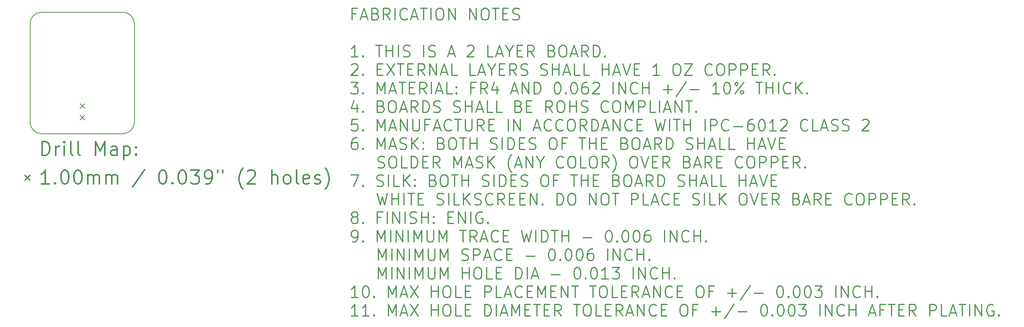
<source format=gbr>
G04 This is an RS-274x file exported by *
G04 gerbv version 2.6.0 *
G04 More information is available about gerbv at *
G04 http://gerbv.gpleda.org/ *
G04 --End of header info--*
%MOIN*%
%FSLAX34Y34*%
%IPPOS*%
G04 --Define apertures--*
%ADD10C,0.0050*%
%ADD11C,0.0060*%
%ADD12C,0.0079*%
%ADD13C,0.0118*%
%ADD14C,0.0138*%
%ADD15C,0.0100*%
G04 --Start main section--*
G54D11*
G01X0020500Y-008250D02*
G01X0027500Y-008250D01*
G01X0019500Y-017750D02*
G75*
G03X0020500Y-018750I0001000J0000000D01*
G01X0019500Y-009250D02*
G01X0019500Y-017750D01*
G01X0020500Y-008250D02*
G75*
G03X0019500Y-009250I0000000J-001000D01*
G01X0027500Y-018750D02*
G75*
G03X0028500Y-017750I0000000J0001000D01*
G01X0028500Y-009250D02*
G75*
G03X0027500Y-008250I-001000J0000000D01*
G01X0020500Y-018750D02*
G01X0027500Y-018750D01*
G01X0028500Y-009250D02*
G01X0028500Y-017750D01*
G54D12*
G01X0023824Y-016178D02*
G01X0024218Y-016572D01*
G01X0024218Y-016178D02*
G01X0023824Y-016572D01*
G01X0023824Y-017178D02*
G01X0024218Y-017572D01*
G01X0024218Y-017178D02*
G01X0023824Y-017572D01*
G54D13*
G01X0020539Y-020614D02*
G01X0020539Y-019432D01*
G01X0020539Y-019432D02*
G01X0020820Y-019432D01*
G01X0020820Y-019432D02*
G01X0020989Y-019489D01*
G01X0020989Y-019489D02*
G01X0021101Y-019601D01*
G01X0021101Y-019601D02*
G01X0021157Y-019714D01*
G01X0021157Y-019714D02*
G01X0021214Y-019939D01*
G01X0021214Y-019939D02*
G01X0021214Y-020107D01*
G01X0021214Y-020107D02*
G01X0021157Y-020332D01*
G01X0021157Y-020332D02*
G01X0021101Y-020445D01*
G01X0021101Y-020445D02*
G01X0020989Y-020557D01*
G01X0020989Y-020557D02*
G01X0020820Y-020614D01*
G01X0020820Y-020614D02*
G01X0020539Y-020614D01*
G01X0021720Y-020614D02*
G01X0021720Y-019826D01*
G01X0021720Y-020051D02*
G01X0021776Y-019939D01*
G01X0021776Y-019939D02*
G01X0021832Y-019882D01*
G01X0021832Y-019882D02*
G01X0021945Y-019826D01*
G01X0021945Y-019826D02*
G01X0022057Y-019826D01*
G01X0022451Y-020614D02*
G01X0022451Y-019826D01*
G01X0022451Y-019432D02*
G01X0022395Y-019489D01*
G01X0022395Y-019489D02*
G01X0022451Y-019545D01*
G01X0022451Y-019545D02*
G01X0022507Y-019489D01*
G01X0022507Y-019489D02*
G01X0022451Y-019432D01*
G01X0022451Y-019432D02*
G01X0022451Y-019545D01*
G01X0023182Y-020614D02*
G01X0023070Y-020557D01*
G01X0023070Y-020557D02*
G01X0023013Y-020445D01*
G01X0023013Y-020445D02*
G01X0023013Y-019432D01*
G01X0023801Y-020614D02*
G01X0023688Y-020557D01*
G01X0023688Y-020557D02*
G01X0023632Y-020445D01*
G01X0023632Y-020445D02*
G01X0023632Y-019432D01*
G01X0025151Y-020614D02*
G01X0025151Y-019432D01*
G01X0025151Y-019432D02*
G01X0025544Y-020276D01*
G01X0025544Y-020276D02*
G01X0025938Y-019432D01*
G01X0025938Y-019432D02*
G01X0025938Y-020614D01*
G01X0027007Y-020614D02*
G01X0027007Y-019995D01*
G01X0027007Y-019995D02*
G01X0026950Y-019882D01*
G01X0026950Y-019882D02*
G01X0026838Y-019826D01*
G01X0026838Y-019826D02*
G01X0026613Y-019826D01*
G01X0026613Y-019826D02*
G01X0026500Y-019882D01*
G01X0027007Y-020557D02*
G01X0026894Y-020614D01*
G01X0026894Y-020614D02*
G01X0026613Y-020614D01*
G01X0026613Y-020614D02*
G01X0026500Y-020557D01*
G01X0026500Y-020557D02*
G01X0026444Y-020445D01*
G01X0026444Y-020445D02*
G01X0026444Y-020332D01*
G01X0026444Y-020332D02*
G01X0026500Y-020220D01*
G01X0026500Y-020220D02*
G01X0026613Y-020164D01*
G01X0026613Y-020164D02*
G01X0026894Y-020164D01*
G01X0026894Y-020164D02*
G01X0027007Y-020107D01*
G01X0027569Y-019826D02*
G01X0027569Y-021007D01*
G01X0027569Y-019882D02*
G01X0027681Y-019826D01*
G01X0027681Y-019826D02*
G01X0027906Y-019826D01*
G01X0027906Y-019826D02*
G01X0028019Y-019882D01*
G01X0028019Y-019882D02*
G01X0028075Y-019939D01*
G01X0028075Y-019939D02*
G01X0028131Y-020051D01*
G01X0028131Y-020051D02*
G01X0028131Y-020389D01*
G01X0028131Y-020389D02*
G01X0028075Y-020501D01*
G01X0028075Y-020501D02*
G01X0028019Y-020557D01*
G01X0028019Y-020557D02*
G01X0027906Y-020614D01*
G01X0027906Y-020614D02*
G01X0027681Y-020614D01*
G01X0027681Y-020614D02*
G01X0027569Y-020557D01*
G01X0028638Y-020501D02*
G01X0028694Y-020557D01*
G01X0028694Y-020557D02*
G01X0028638Y-020614D01*
G01X0028638Y-020614D02*
G01X0028581Y-020557D01*
G01X0028581Y-020557D02*
G01X0028638Y-020501D01*
G01X0028638Y-020501D02*
G01X0028638Y-020614D01*
G01X0028638Y-019882D02*
G01X0028694Y-019939D01*
G01X0028694Y-019939D02*
G01X0028638Y-019995D01*
G01X0028638Y-019995D02*
G01X0028581Y-019939D01*
G01X0028581Y-019939D02*
G01X0028638Y-019882D01*
G01X0028638Y-019882D02*
G01X0028638Y-019995D01*
G01X0019076Y-022363D02*
G01X0019470Y-022757D01*
G01X0019470Y-022363D02*
G01X0019076Y-022757D01*
G01X0021157Y-023094D02*
G01X0020482Y-023094D01*
G01X0020820Y-023094D02*
G01X0020820Y-021913D01*
G01X0020820Y-021913D02*
G01X0020707Y-022081D01*
G01X0020707Y-022081D02*
G01X0020595Y-022194D01*
G01X0020595Y-022194D02*
G01X0020482Y-022250D01*
G01X0021663Y-022981D02*
G01X0021720Y-023038D01*
G01X0021720Y-023038D02*
G01X0021663Y-023094D01*
G01X0021663Y-023094D02*
G01X0021607Y-023038D01*
G01X0021607Y-023038D02*
G01X0021663Y-022981D01*
G01X0021663Y-022981D02*
G01X0021663Y-023094D01*
G01X0022451Y-021913D02*
G01X0022563Y-021913D01*
G01X0022563Y-021913D02*
G01X0022676Y-021969D01*
G01X0022676Y-021969D02*
G01X0022732Y-022025D01*
G01X0022732Y-022025D02*
G01X0022788Y-022138D01*
G01X0022788Y-022138D02*
G01X0022845Y-022363D01*
G01X0022845Y-022363D02*
G01X0022845Y-022644D01*
G01X0022845Y-022644D02*
G01X0022788Y-022869D01*
G01X0022788Y-022869D02*
G01X0022732Y-022981D01*
G01X0022732Y-022981D02*
G01X0022676Y-023038D01*
G01X0022676Y-023038D02*
G01X0022563Y-023094D01*
G01X0022563Y-023094D02*
G01X0022451Y-023094D01*
G01X0022451Y-023094D02*
G01X0022338Y-023038D01*
G01X0022338Y-023038D02*
G01X0022282Y-022981D01*
G01X0022282Y-022981D02*
G01X0022226Y-022869D01*
G01X0022226Y-022869D02*
G01X0022170Y-022644D01*
G01X0022170Y-022644D02*
G01X0022170Y-022363D01*
G01X0022170Y-022363D02*
G01X0022226Y-022138D01*
G01X0022226Y-022138D02*
G01X0022282Y-022025D01*
G01X0022282Y-022025D02*
G01X0022338Y-021969D01*
G01X0022338Y-021969D02*
G01X0022451Y-021913D01*
G01X0023576Y-021913D02*
G01X0023688Y-021913D01*
G01X0023688Y-021913D02*
G01X0023801Y-021969D01*
G01X0023801Y-021969D02*
G01X0023857Y-022025D01*
G01X0023857Y-022025D02*
G01X0023913Y-022138D01*
G01X0023913Y-022138D02*
G01X0023969Y-022363D01*
G01X0023969Y-022363D02*
G01X0023969Y-022644D01*
G01X0023969Y-022644D02*
G01X0023913Y-022869D01*
G01X0023913Y-022869D02*
G01X0023857Y-022981D01*
G01X0023857Y-022981D02*
G01X0023801Y-023038D01*
G01X0023801Y-023038D02*
G01X0023688Y-023094D01*
G01X0023688Y-023094D02*
G01X0023576Y-023094D01*
G01X0023576Y-023094D02*
G01X0023463Y-023038D01*
G01X0023463Y-023038D02*
G01X0023407Y-022981D01*
G01X0023407Y-022981D02*
G01X0023351Y-022869D01*
G01X0023351Y-022869D02*
G01X0023295Y-022644D01*
G01X0023295Y-022644D02*
G01X0023295Y-022363D01*
G01X0023295Y-022363D02*
G01X0023351Y-022138D01*
G01X0023351Y-022138D02*
G01X0023407Y-022025D01*
G01X0023407Y-022025D02*
G01X0023463Y-021969D01*
G01X0023463Y-021969D02*
G01X0023576Y-021913D01*
G01X0024476Y-023094D02*
G01X0024476Y-022306D01*
G01X0024476Y-022419D02*
G01X0024532Y-022363D01*
G01X0024532Y-022363D02*
G01X0024644Y-022306D01*
G01X0024644Y-022306D02*
G01X0024813Y-022306D01*
G01X0024813Y-022306D02*
G01X0024926Y-022363D01*
G01X0024926Y-022363D02*
G01X0024982Y-022475D01*
G01X0024982Y-022475D02*
G01X0024982Y-023094D01*
G01X0024982Y-022475D02*
G01X0025038Y-022363D01*
G01X0025038Y-022363D02*
G01X0025151Y-022306D01*
G01X0025151Y-022306D02*
G01X0025319Y-022306D01*
G01X0025319Y-022306D02*
G01X0025432Y-022363D01*
G01X0025432Y-022363D02*
G01X0025488Y-022475D01*
G01X0025488Y-022475D02*
G01X0025488Y-023094D01*
G01X0026050Y-023094D02*
G01X0026050Y-022306D01*
G01X0026050Y-022419D02*
G01X0026107Y-022363D01*
G01X0026107Y-022363D02*
G01X0026219Y-022306D01*
G01X0026219Y-022306D02*
G01X0026388Y-022306D01*
G01X0026388Y-022306D02*
G01X0026500Y-022363D01*
G01X0026500Y-022363D02*
G01X0026557Y-022475D01*
G01X0026557Y-022475D02*
G01X0026557Y-023094D01*
G01X0026557Y-022475D02*
G01X0026613Y-022363D01*
G01X0026613Y-022363D02*
G01X0026725Y-022306D01*
G01X0026725Y-022306D02*
G01X0026894Y-022306D01*
G01X0026894Y-022306D02*
G01X0027007Y-022363D01*
G01X0027007Y-022363D02*
G01X0027063Y-022475D01*
G01X0027063Y-022475D02*
G01X0027063Y-023094D01*
G01X0029369Y-021856D02*
G01X0028356Y-023375D01*
G01X0030887Y-021913D02*
G01X0031000Y-021913D01*
G01X0031000Y-021913D02*
G01X0031112Y-021969D01*
G01X0031112Y-021969D02*
G01X0031169Y-022025D01*
G01X0031169Y-022025D02*
G01X0031225Y-022138D01*
G01X0031225Y-022138D02*
G01X0031281Y-022363D01*
G01X0031281Y-022363D02*
G01X0031281Y-022644D01*
G01X0031281Y-022644D02*
G01X0031225Y-022869D01*
G01X0031225Y-022869D02*
G01X0031169Y-022981D01*
G01X0031169Y-022981D02*
G01X0031112Y-023038D01*
G01X0031112Y-023038D02*
G01X0031000Y-023094D01*
G01X0031000Y-023094D02*
G01X0030887Y-023094D01*
G01X0030887Y-023094D02*
G01X0030775Y-023038D01*
G01X0030775Y-023038D02*
G01X0030719Y-022981D01*
G01X0030719Y-022981D02*
G01X0030662Y-022869D01*
G01X0030662Y-022869D02*
G01X0030606Y-022644D01*
G01X0030606Y-022644D02*
G01X0030606Y-022363D01*
G01X0030606Y-022363D02*
G01X0030662Y-022138D01*
G01X0030662Y-022138D02*
G01X0030719Y-022025D01*
G01X0030719Y-022025D02*
G01X0030775Y-021969D01*
G01X0030775Y-021969D02*
G01X0030887Y-021913D01*
G01X0031787Y-022981D02*
G01X0031843Y-023038D01*
G01X0031843Y-023038D02*
G01X0031787Y-023094D01*
G01X0031787Y-023094D02*
G01X0031731Y-023038D01*
G01X0031731Y-023038D02*
G01X0031787Y-022981D01*
G01X0031787Y-022981D02*
G01X0031787Y-023094D01*
G01X0032575Y-021913D02*
G01X0032687Y-021913D01*
G01X0032687Y-021913D02*
G01X0032800Y-021969D01*
G01X0032800Y-021969D02*
G01X0032856Y-022025D01*
G01X0032856Y-022025D02*
G01X0032912Y-022138D01*
G01X0032912Y-022138D02*
G01X0032968Y-022363D01*
G01X0032968Y-022363D02*
G01X0032968Y-022644D01*
G01X0032968Y-022644D02*
G01X0032912Y-022869D01*
G01X0032912Y-022869D02*
G01X0032856Y-022981D01*
G01X0032856Y-022981D02*
G01X0032800Y-023038D01*
G01X0032800Y-023038D02*
G01X0032687Y-023094D01*
G01X0032687Y-023094D02*
G01X0032575Y-023094D01*
G01X0032575Y-023094D02*
G01X0032462Y-023038D01*
G01X0032462Y-023038D02*
G01X0032406Y-022981D01*
G01X0032406Y-022981D02*
G01X0032350Y-022869D01*
G01X0032350Y-022869D02*
G01X0032293Y-022644D01*
G01X0032293Y-022644D02*
G01X0032293Y-022363D01*
G01X0032293Y-022363D02*
G01X0032350Y-022138D01*
G01X0032350Y-022138D02*
G01X0032406Y-022025D01*
G01X0032406Y-022025D02*
G01X0032462Y-021969D01*
G01X0032462Y-021969D02*
G01X0032575Y-021913D01*
G01X0033362Y-021913D02*
G01X0034093Y-021913D01*
G01X0034093Y-021913D02*
G01X0033699Y-022363D01*
G01X0033699Y-022363D02*
G01X0033868Y-022363D01*
G01X0033868Y-022363D02*
G01X0033981Y-022419D01*
G01X0033981Y-022419D02*
G01X0034037Y-022475D01*
G01X0034037Y-022475D02*
G01X0034093Y-022588D01*
G01X0034093Y-022588D02*
G01X0034093Y-022869D01*
G01X0034093Y-022869D02*
G01X0034037Y-022981D01*
G01X0034037Y-022981D02*
G01X0033981Y-023038D01*
G01X0033981Y-023038D02*
G01X0033868Y-023094D01*
G01X0033868Y-023094D02*
G01X0033531Y-023094D01*
G01X0033531Y-023094D02*
G01X0033418Y-023038D01*
G01X0033418Y-023038D02*
G01X0033362Y-022981D01*
G01X0034656Y-023094D02*
G01X0034881Y-023094D01*
G01X0034881Y-023094D02*
G01X0034993Y-023038D01*
G01X0034993Y-023038D02*
G01X0035049Y-022981D01*
G01X0035049Y-022981D02*
G01X0035162Y-022813D01*
G01X0035162Y-022813D02*
G01X0035218Y-022588D01*
G01X0035218Y-022588D02*
G01X0035218Y-022138D01*
G01X0035218Y-022138D02*
G01X0035162Y-022025D01*
G01X0035162Y-022025D02*
G01X0035106Y-021969D01*
G01X0035106Y-021969D02*
G01X0034993Y-021913D01*
G01X0034993Y-021913D02*
G01X0034768Y-021913D01*
G01X0034768Y-021913D02*
G01X0034656Y-021969D01*
G01X0034656Y-021969D02*
G01X0034599Y-022025D01*
G01X0034599Y-022025D02*
G01X0034543Y-022138D01*
G01X0034543Y-022138D02*
G01X0034543Y-022419D01*
G01X0034543Y-022419D02*
G01X0034599Y-022531D01*
G01X0034599Y-022531D02*
G01X0034656Y-022588D01*
G01X0034656Y-022588D02*
G01X0034768Y-022644D01*
G01X0034768Y-022644D02*
G01X0034993Y-022644D01*
G01X0034993Y-022644D02*
G01X0035106Y-022588D01*
G01X0035106Y-022588D02*
G01X0035162Y-022531D01*
G01X0035162Y-022531D02*
G01X0035218Y-022419D01*
G01X0035668Y-021913D02*
G01X0035668Y-022138D01*
G01X0036118Y-021913D02*
G01X0036118Y-022138D01*
G01X0037861Y-023544D02*
G01X0037805Y-023488D01*
G01X0037805Y-023488D02*
G01X0037693Y-023319D01*
G01X0037693Y-023319D02*
G01X0037636Y-023206D01*
G01X0037636Y-023206D02*
G01X0037580Y-023038D01*
G01X0037580Y-023038D02*
G01X0037524Y-022756D01*
G01X0037524Y-022756D02*
G01X0037524Y-022531D01*
G01X0037524Y-022531D02*
G01X0037580Y-022250D01*
G01X0037580Y-022250D02*
G01X0037636Y-022081D01*
G01X0037636Y-022081D02*
G01X0037693Y-021969D01*
G01X0037693Y-021969D02*
G01X0037805Y-021800D01*
G01X0037805Y-021800D02*
G01X0037861Y-021744D01*
G01X0038255Y-022025D02*
G01X0038311Y-021969D01*
G01X0038311Y-021969D02*
G01X0038424Y-021913D01*
G01X0038424Y-021913D02*
G01X0038705Y-021913D01*
G01X0038705Y-021913D02*
G01X0038818Y-021969D01*
G01X0038818Y-021969D02*
G01X0038874Y-022025D01*
G01X0038874Y-022025D02*
G01X0038930Y-022138D01*
G01X0038930Y-022138D02*
G01X0038930Y-022250D01*
G01X0038930Y-022250D02*
G01X0038874Y-022419D01*
G01X0038874Y-022419D02*
G01X0038199Y-023094D01*
G01X0038199Y-023094D02*
G01X0038930Y-023094D01*
G01X0040336Y-023094D02*
G01X0040336Y-021913D01*
G01X0040842Y-023094D02*
G01X0040842Y-022475D01*
G01X0040842Y-022475D02*
G01X0040786Y-022363D01*
G01X0040786Y-022363D02*
G01X0040674Y-022306D01*
G01X0040674Y-022306D02*
G01X0040505Y-022306D01*
G01X0040505Y-022306D02*
G01X0040392Y-022363D01*
G01X0040392Y-022363D02*
G01X0040336Y-022419D01*
G01X0041573Y-023094D02*
G01X0041461Y-023038D01*
G01X0041461Y-023038D02*
G01X0041405Y-022981D01*
G01X0041405Y-022981D02*
G01X0041349Y-022869D01*
G01X0041349Y-022869D02*
G01X0041349Y-022531D01*
G01X0041349Y-022531D02*
G01X0041405Y-022419D01*
G01X0041405Y-022419D02*
G01X0041461Y-022363D01*
G01X0041461Y-022363D02*
G01X0041573Y-022306D01*
G01X0041573Y-022306D02*
G01X0041742Y-022306D01*
G01X0041742Y-022306D02*
G01X0041855Y-022363D01*
G01X0041855Y-022363D02*
G01X0041911Y-022419D01*
G01X0041911Y-022419D02*
G01X0041967Y-022531D01*
G01X0041967Y-022531D02*
G01X0041967Y-022869D01*
G01X0041967Y-022869D02*
G01X0041911Y-022981D01*
G01X0041911Y-022981D02*
G01X0041855Y-023038D01*
G01X0041855Y-023038D02*
G01X0041742Y-023094D01*
G01X0041742Y-023094D02*
G01X0041573Y-023094D01*
G01X0042642Y-023094D02*
G01X0042530Y-023038D01*
G01X0042530Y-023038D02*
G01X0042473Y-022925D01*
G01X0042473Y-022925D02*
G01X0042473Y-021913D01*
G01X0043542Y-023038D02*
G01X0043430Y-023094D01*
G01X0043430Y-023094D02*
G01X0043205Y-023094D01*
G01X0043205Y-023094D02*
G01X0043092Y-023038D01*
G01X0043092Y-023038D02*
G01X0043036Y-022925D01*
G01X0043036Y-022925D02*
G01X0043036Y-022475D01*
G01X0043036Y-022475D02*
G01X0043092Y-022363D01*
G01X0043092Y-022363D02*
G01X0043205Y-022306D01*
G01X0043205Y-022306D02*
G01X0043430Y-022306D01*
G01X0043430Y-022306D02*
G01X0043542Y-022363D01*
G01X0043542Y-022363D02*
G01X0043598Y-022475D01*
G01X0043598Y-022475D02*
G01X0043598Y-022588D01*
G01X0043598Y-022588D02*
G01X0043036Y-022700D01*
G01X0044048Y-023038D02*
G01X0044161Y-023094D01*
G01X0044161Y-023094D02*
G01X0044386Y-023094D01*
G01X0044386Y-023094D02*
G01X0044498Y-023038D01*
G01X0044498Y-023038D02*
G01X0044554Y-022925D01*
G01X0044554Y-022925D02*
G01X0044554Y-022869D01*
G01X0044554Y-022869D02*
G01X0044498Y-022756D01*
G01X0044498Y-022756D02*
G01X0044386Y-022700D01*
G01X0044386Y-022700D02*
G01X0044217Y-022700D01*
G01X0044217Y-022700D02*
G01X0044104Y-022644D01*
G01X0044104Y-022644D02*
G01X0044048Y-022531D01*
G01X0044048Y-022531D02*
G01X0044048Y-022475D01*
G01X0044048Y-022475D02*
G01X0044104Y-022363D01*
G01X0044104Y-022363D02*
G01X0044217Y-022306D01*
G01X0044217Y-022306D02*
G01X0044386Y-022306D01*
G01X0044386Y-022306D02*
G01X0044498Y-022363D01*
G01X0044948Y-023544D02*
G01X0045004Y-023488D01*
G01X0045004Y-023488D02*
G01X0045117Y-023319D01*
G01X0045117Y-023319D02*
G01X0045173Y-023206D01*
G01X0045173Y-023206D02*
G01X0045229Y-023038D01*
G01X0045229Y-023038D02*
G01X0045286Y-022756D01*
G01X0045286Y-022756D02*
G01X0045286Y-022531D01*
G01X0045286Y-022531D02*
G01X0045229Y-022250D01*
G01X0045229Y-022250D02*
G01X0045173Y-022081D01*
G01X0045173Y-022081D02*
G01X0045117Y-021969D01*
G01X0045117Y-021969D02*
G01X0045004Y-021800D01*
G01X0045004Y-021800D02*
G01X0044948Y-021744D01*
G01X0000000Y0000000D02*
G54D11*
G01X0020500Y-008250D02*
G01X0027500Y-008250D01*
G01X0019500Y-017750D02*
G75*
G03X0020500Y-018750I0001000J0000000D01*
G01X0019500Y-009250D02*
G01X0019500Y-017750D01*
G01X0020500Y-008250D02*
G75*
G03X0019500Y-009250I0000000J-001000D01*
G01X0027500Y-018750D02*
G75*
G03X0028500Y-017750I0000000J0001000D01*
G01X0028500Y-009250D02*
G75*
G03X0027500Y-008250I-001000J0000000D01*
G01X0020500Y-018750D02*
G01X0027500Y-018750D01*
G01X0028500Y-009250D02*
G01X0028500Y-017750D01*
G01X0000000Y0000000D02*
G54D15*
G01X0047571Y-008379D02*
G01X0047238Y-008379D01*
G01X0047238Y-008902D02*
G01X0047238Y-007902D01*
G01X0047238Y-007902D02*
G01X0047714Y-007902D01*
G01X0048048Y-008617D02*
G01X0048524Y-008617D01*
G01X0047952Y-008902D02*
G01X0048286Y-007902D01*
G01X0048286Y-007902D02*
G01X0048619Y-008902D01*
G01X0049286Y-008379D02*
G01X0049429Y-008426D01*
G01X0049429Y-008426D02*
G01X0049476Y-008474D01*
G01X0049476Y-008474D02*
G01X0049524Y-008569D01*
G01X0049524Y-008569D02*
G01X0049524Y-008712D01*
G01X0049524Y-008712D02*
G01X0049476Y-008807D01*
G01X0049476Y-008807D02*
G01X0049429Y-008855D01*
G01X0049429Y-008855D02*
G01X0049333Y-008902D01*
G01X0049333Y-008902D02*
G01X0048952Y-008902D01*
G01X0048952Y-008902D02*
G01X0048952Y-007902D01*
G01X0048952Y-007902D02*
G01X0049286Y-007902D01*
G01X0049286Y-007902D02*
G01X0049381Y-007950D01*
G01X0049381Y-007950D02*
G01X0049429Y-007998D01*
G01X0049429Y-007998D02*
G01X0049476Y-008093D01*
G01X0049476Y-008093D02*
G01X0049476Y-008188D01*
G01X0049476Y-008188D02*
G01X0049429Y-008283D01*
G01X0049429Y-008283D02*
G01X0049381Y-008331D01*
G01X0049381Y-008331D02*
G01X0049286Y-008379D01*
G01X0049286Y-008379D02*
G01X0048952Y-008379D01*
G01X0050524Y-008902D02*
G01X0050190Y-008426D01*
G01X0049952Y-008902D02*
G01X0049952Y-007902D01*
G01X0049952Y-007902D02*
G01X0050333Y-007902D01*
G01X0050333Y-007902D02*
G01X0050429Y-007950D01*
G01X0050429Y-007950D02*
G01X0050476Y-007998D01*
G01X0050476Y-007998D02*
G01X0050524Y-008093D01*
G01X0050524Y-008093D02*
G01X0050524Y-008236D01*
G01X0050524Y-008236D02*
G01X0050476Y-008331D01*
G01X0050476Y-008331D02*
G01X0050429Y-008379D01*
G01X0050429Y-008379D02*
G01X0050333Y-008426D01*
G01X0050333Y-008426D02*
G01X0049952Y-008426D01*
G01X0050952Y-008902D02*
G01X0050952Y-007902D01*
G01X0052000Y-008807D02*
G01X0051952Y-008855D01*
G01X0051952Y-008855D02*
G01X0051810Y-008902D01*
G01X0051810Y-008902D02*
G01X0051714Y-008902D01*
G01X0051714Y-008902D02*
G01X0051571Y-008855D01*
G01X0051571Y-008855D02*
G01X0051476Y-008760D01*
G01X0051476Y-008760D02*
G01X0051429Y-008664D01*
G01X0051429Y-008664D02*
G01X0051381Y-008474D01*
G01X0051381Y-008474D02*
G01X0051381Y-008331D01*
G01X0051381Y-008331D02*
G01X0051429Y-008140D01*
G01X0051429Y-008140D02*
G01X0051476Y-008045D01*
G01X0051476Y-008045D02*
G01X0051571Y-007950D01*
G01X0051571Y-007950D02*
G01X0051714Y-007902D01*
G01X0051714Y-007902D02*
G01X0051810Y-007902D01*
G01X0051810Y-007902D02*
G01X0051952Y-007950D01*
G01X0051952Y-007950D02*
G01X0052000Y-007998D01*
G01X0052381Y-008617D02*
G01X0052857Y-008617D01*
G01X0052286Y-008902D02*
G01X0052619Y-007902D01*
G01X0052619Y-007902D02*
G01X0052952Y-008902D01*
G01X0053143Y-007902D02*
G01X0053714Y-007902D01*
G01X0053429Y-008902D02*
G01X0053429Y-007902D01*
G01X0054048Y-008902D02*
G01X0054048Y-007902D01*
G01X0054714Y-007902D02*
G01X0054905Y-007902D01*
G01X0054905Y-007902D02*
G01X0055000Y-007950D01*
G01X0055000Y-007950D02*
G01X0055095Y-008045D01*
G01X0055095Y-008045D02*
G01X0055143Y-008236D01*
G01X0055143Y-008236D02*
G01X0055143Y-008569D01*
G01X0055143Y-008569D02*
G01X0055095Y-008760D01*
G01X0055095Y-008760D02*
G01X0055000Y-008855D01*
G01X0055000Y-008855D02*
G01X0054905Y-008902D01*
G01X0054905Y-008902D02*
G01X0054714Y-008902D01*
G01X0054714Y-008902D02*
G01X0054619Y-008855D01*
G01X0054619Y-008855D02*
G01X0054524Y-008760D01*
G01X0054524Y-008760D02*
G01X0054476Y-008569D01*
G01X0054476Y-008569D02*
G01X0054476Y-008236D01*
G01X0054476Y-008236D02*
G01X0054524Y-008045D01*
G01X0054524Y-008045D02*
G01X0054619Y-007950D01*
G01X0054619Y-007950D02*
G01X0054714Y-007902D01*
G01X0055571Y-008902D02*
G01X0055571Y-007902D01*
G01X0055571Y-007902D02*
G01X0056143Y-008902D01*
G01X0056143Y-008902D02*
G01X0056143Y-007902D01*
G01X0057381Y-008902D02*
G01X0057381Y-007902D01*
G01X0057381Y-007902D02*
G01X0057952Y-008902D01*
G01X0057952Y-008902D02*
G01X0057952Y-007902D01*
G01X0058619Y-007902D02*
G01X0058810Y-007902D01*
G01X0058810Y-007902D02*
G01X0058905Y-007950D01*
G01X0058905Y-007950D02*
G01X0059000Y-008045D01*
G01X0059000Y-008045D02*
G01X0059048Y-008236D01*
G01X0059048Y-008236D02*
G01X0059048Y-008569D01*
G01X0059048Y-008569D02*
G01X0059000Y-008760D01*
G01X0059000Y-008760D02*
G01X0058905Y-008855D01*
G01X0058905Y-008855D02*
G01X0058810Y-008902D01*
G01X0058810Y-008902D02*
G01X0058619Y-008902D01*
G01X0058619Y-008902D02*
G01X0058524Y-008855D01*
G01X0058524Y-008855D02*
G01X0058429Y-008760D01*
G01X0058429Y-008760D02*
G01X0058381Y-008569D01*
G01X0058381Y-008569D02*
G01X0058381Y-008236D01*
G01X0058381Y-008236D02*
G01X0058429Y-008045D01*
G01X0058429Y-008045D02*
G01X0058524Y-007950D01*
G01X0058524Y-007950D02*
G01X0058619Y-007902D01*
G01X0059333Y-007902D02*
G01X0059905Y-007902D01*
G01X0059619Y-008902D02*
G01X0059619Y-007902D01*
G01X0060238Y-008379D02*
G01X0060571Y-008379D01*
G01X0060714Y-008902D02*
G01X0060238Y-008902D01*
G01X0060238Y-008902D02*
G01X0060238Y-007902D01*
G01X0060238Y-007902D02*
G01X0060714Y-007902D01*
G01X0061095Y-008855D02*
G01X0061238Y-008902D01*
G01X0061238Y-008902D02*
G01X0061476Y-008902D01*
G01X0061476Y-008902D02*
G01X0061571Y-008855D01*
G01X0061571Y-008855D02*
G01X0061619Y-008807D01*
G01X0061619Y-008807D02*
G01X0061667Y-008712D01*
G01X0061667Y-008712D02*
G01X0061667Y-008617D01*
G01X0061667Y-008617D02*
G01X0061619Y-008521D01*
G01X0061619Y-008521D02*
G01X0061571Y-008474D01*
G01X0061571Y-008474D02*
G01X0061476Y-008426D01*
G01X0061476Y-008426D02*
G01X0061286Y-008379D01*
G01X0061286Y-008379D02*
G01X0061190Y-008331D01*
G01X0061190Y-008331D02*
G01X0061143Y-008283D01*
G01X0061143Y-008283D02*
G01X0061095Y-008188D01*
G01X0061095Y-008188D02*
G01X0061095Y-008093D01*
G01X0061095Y-008093D02*
G01X0061143Y-007998D01*
G01X0061143Y-007998D02*
G01X0061190Y-007950D01*
G01X0061190Y-007950D02*
G01X0061286Y-007902D01*
G01X0061286Y-007902D02*
G01X0061524Y-007902D01*
G01X0061524Y-007902D02*
G01X0061667Y-007950D01*
G01X0047762Y-012102D02*
G01X0047190Y-012102D01*
G01X0047476Y-012102D02*
G01X0047476Y-011102D01*
G01X0047476Y-011102D02*
G01X0047381Y-011245D01*
G01X0047381Y-011245D02*
G01X0047286Y-011340D01*
G01X0047286Y-011340D02*
G01X0047190Y-011388D01*
G01X0048190Y-012007D02*
G01X0048238Y-012055D01*
G01X0048238Y-012055D02*
G01X0048190Y-012102D01*
G01X0048190Y-012102D02*
G01X0048143Y-012055D01*
G01X0048143Y-012055D02*
G01X0048190Y-012007D01*
G01X0048190Y-012007D02*
G01X0048190Y-012102D01*
G01X0049286Y-011102D02*
G01X0049857Y-011102D01*
G01X0049571Y-012102D02*
G01X0049571Y-011102D01*
G01X0050190Y-012102D02*
G01X0050190Y-011102D01*
G01X0050190Y-011579D02*
G01X0050762Y-011579D01*
G01X0050762Y-012102D02*
G01X0050762Y-011102D01*
G01X0051238Y-012102D02*
G01X0051238Y-011102D01*
G01X0051667Y-012055D02*
G01X0051810Y-012102D01*
G01X0051810Y-012102D02*
G01X0052048Y-012102D01*
G01X0052048Y-012102D02*
G01X0052143Y-012055D01*
G01X0052143Y-012055D02*
G01X0052190Y-012007D01*
G01X0052190Y-012007D02*
G01X0052238Y-011912D01*
G01X0052238Y-011912D02*
G01X0052238Y-011817D01*
G01X0052238Y-011817D02*
G01X0052190Y-011721D01*
G01X0052190Y-011721D02*
G01X0052143Y-011674D01*
G01X0052143Y-011674D02*
G01X0052048Y-011626D01*
G01X0052048Y-011626D02*
G01X0051857Y-011579D01*
G01X0051857Y-011579D02*
G01X0051762Y-011531D01*
G01X0051762Y-011531D02*
G01X0051714Y-011483D01*
G01X0051714Y-011483D02*
G01X0051667Y-011388D01*
G01X0051667Y-011388D02*
G01X0051667Y-011293D01*
G01X0051667Y-011293D02*
G01X0051714Y-011198D01*
G01X0051714Y-011198D02*
G01X0051762Y-011150D01*
G01X0051762Y-011150D02*
G01X0051857Y-011102D01*
G01X0051857Y-011102D02*
G01X0052095Y-011102D01*
G01X0052095Y-011102D02*
G01X0052238Y-011150D01*
G01X0053429Y-012102D02*
G01X0053429Y-011102D01*
G01X0053857Y-012055D02*
G01X0054000Y-012102D01*
G01X0054000Y-012102D02*
G01X0054238Y-012102D01*
G01X0054238Y-012102D02*
G01X0054333Y-012055D01*
G01X0054333Y-012055D02*
G01X0054381Y-012007D01*
G01X0054381Y-012007D02*
G01X0054429Y-011912D01*
G01X0054429Y-011912D02*
G01X0054429Y-011817D01*
G01X0054429Y-011817D02*
G01X0054381Y-011721D01*
G01X0054381Y-011721D02*
G01X0054333Y-011674D01*
G01X0054333Y-011674D02*
G01X0054238Y-011626D01*
G01X0054238Y-011626D02*
G01X0054048Y-011579D01*
G01X0054048Y-011579D02*
G01X0053952Y-011531D01*
G01X0053952Y-011531D02*
G01X0053905Y-011483D01*
G01X0053905Y-011483D02*
G01X0053857Y-011388D01*
G01X0053857Y-011388D02*
G01X0053857Y-011293D01*
G01X0053857Y-011293D02*
G01X0053905Y-011198D01*
G01X0053905Y-011198D02*
G01X0053952Y-011150D01*
G01X0053952Y-011150D02*
G01X0054048Y-011102D01*
G01X0054048Y-011102D02*
G01X0054286Y-011102D01*
G01X0054286Y-011102D02*
G01X0054429Y-011150D01*
G01X0055571Y-011817D02*
G01X0056048Y-011817D01*
G01X0055476Y-012102D02*
G01X0055810Y-011102D01*
G01X0055810Y-011102D02*
G01X0056143Y-012102D01*
G01X0057190Y-011198D02*
G01X0057238Y-011150D01*
G01X0057238Y-011150D02*
G01X0057333Y-011102D01*
G01X0057333Y-011102D02*
G01X0057571Y-011102D01*
G01X0057571Y-011102D02*
G01X0057667Y-011150D01*
G01X0057667Y-011150D02*
G01X0057714Y-011198D01*
G01X0057714Y-011198D02*
G01X0057762Y-011293D01*
G01X0057762Y-011293D02*
G01X0057762Y-011388D01*
G01X0057762Y-011388D02*
G01X0057714Y-011531D01*
G01X0057714Y-011531D02*
G01X0057143Y-012102D01*
G01X0057143Y-012102D02*
G01X0057762Y-012102D01*
G01X0059429Y-012102D02*
G01X0058952Y-012102D01*
G01X0058952Y-012102D02*
G01X0058952Y-011102D01*
G01X0059714Y-011817D02*
G01X0060190Y-011817D01*
G01X0059619Y-012102D02*
G01X0059952Y-011102D01*
G01X0059952Y-011102D02*
G01X0060286Y-012102D01*
G01X0060810Y-011626D02*
G01X0060810Y-012102D01*
G01X0060476Y-011102D02*
G01X0060810Y-011626D01*
G01X0060810Y-011626D02*
G01X0061143Y-011102D01*
G01X0061476Y-011579D02*
G01X0061810Y-011579D01*
G01X0061952Y-012102D02*
G01X0061476Y-012102D01*
G01X0061476Y-012102D02*
G01X0061476Y-011102D01*
G01X0061476Y-011102D02*
G01X0061952Y-011102D01*
G01X0062952Y-012102D02*
G01X0062619Y-011626D01*
G01X0062381Y-012102D02*
G01X0062381Y-011102D01*
G01X0062381Y-011102D02*
G01X0062762Y-011102D01*
G01X0062762Y-011102D02*
G01X0062857Y-011150D01*
G01X0062857Y-011150D02*
G01X0062905Y-011198D01*
G01X0062905Y-011198D02*
G01X0062952Y-011293D01*
G01X0062952Y-011293D02*
G01X0062952Y-011436D01*
G01X0062952Y-011436D02*
G01X0062905Y-011531D01*
G01X0062905Y-011531D02*
G01X0062857Y-011579D01*
G01X0062857Y-011579D02*
G01X0062762Y-011626D01*
G01X0062762Y-011626D02*
G01X0062381Y-011626D01*
G01X0064476Y-011579D02*
G01X0064619Y-011626D01*
G01X0064619Y-011626D02*
G01X0064667Y-011674D01*
G01X0064667Y-011674D02*
G01X0064714Y-011769D01*
G01X0064714Y-011769D02*
G01X0064714Y-011912D01*
G01X0064714Y-011912D02*
G01X0064667Y-012007D01*
G01X0064667Y-012007D02*
G01X0064619Y-012055D01*
G01X0064619Y-012055D02*
G01X0064524Y-012102D01*
G01X0064524Y-012102D02*
G01X0064143Y-012102D01*
G01X0064143Y-012102D02*
G01X0064143Y-011102D01*
G01X0064143Y-011102D02*
G01X0064476Y-011102D01*
G01X0064476Y-011102D02*
G01X0064571Y-011150D01*
G01X0064571Y-011150D02*
G01X0064619Y-011198D01*
G01X0064619Y-011198D02*
G01X0064667Y-011293D01*
G01X0064667Y-011293D02*
G01X0064667Y-011388D01*
G01X0064667Y-011388D02*
G01X0064619Y-011483D01*
G01X0064619Y-011483D02*
G01X0064571Y-011531D01*
G01X0064571Y-011531D02*
G01X0064476Y-011579D01*
G01X0064476Y-011579D02*
G01X0064143Y-011579D01*
G01X0065333Y-011102D02*
G01X0065524Y-011102D01*
G01X0065524Y-011102D02*
G01X0065619Y-011150D01*
G01X0065619Y-011150D02*
G01X0065714Y-011245D01*
G01X0065714Y-011245D02*
G01X0065762Y-011436D01*
G01X0065762Y-011436D02*
G01X0065762Y-011769D01*
G01X0065762Y-011769D02*
G01X0065714Y-011960D01*
G01X0065714Y-011960D02*
G01X0065619Y-012055D01*
G01X0065619Y-012055D02*
G01X0065524Y-012102D01*
G01X0065524Y-012102D02*
G01X0065333Y-012102D01*
G01X0065333Y-012102D02*
G01X0065238Y-012055D01*
G01X0065238Y-012055D02*
G01X0065143Y-011960D01*
G01X0065143Y-011960D02*
G01X0065095Y-011769D01*
G01X0065095Y-011769D02*
G01X0065095Y-011436D01*
G01X0065095Y-011436D02*
G01X0065143Y-011245D01*
G01X0065143Y-011245D02*
G01X0065238Y-011150D01*
G01X0065238Y-011150D02*
G01X0065333Y-011102D01*
G01X0066143Y-011817D02*
G01X0066619Y-011817D01*
G01X0066048Y-012102D02*
G01X0066381Y-011102D01*
G01X0066381Y-011102D02*
G01X0066714Y-012102D01*
G01X0067619Y-012102D02*
G01X0067286Y-011626D01*
G01X0067048Y-012102D02*
G01X0067048Y-011102D01*
G01X0067048Y-011102D02*
G01X0067429Y-011102D01*
G01X0067429Y-011102D02*
G01X0067524Y-011150D01*
G01X0067524Y-011150D02*
G01X0067571Y-011198D01*
G01X0067571Y-011198D02*
G01X0067619Y-011293D01*
G01X0067619Y-011293D02*
G01X0067619Y-011436D01*
G01X0067619Y-011436D02*
G01X0067571Y-011531D01*
G01X0067571Y-011531D02*
G01X0067524Y-011579D01*
G01X0067524Y-011579D02*
G01X0067429Y-011626D01*
G01X0067429Y-011626D02*
G01X0067048Y-011626D01*
G01X0068048Y-012102D02*
G01X0068048Y-011102D01*
G01X0068048Y-011102D02*
G01X0068286Y-011102D01*
G01X0068286Y-011102D02*
G01X0068429Y-011150D01*
G01X0068429Y-011150D02*
G01X0068524Y-011245D01*
G01X0068524Y-011245D02*
G01X0068571Y-011340D01*
G01X0068571Y-011340D02*
G01X0068619Y-011531D01*
G01X0068619Y-011531D02*
G01X0068619Y-011674D01*
G01X0068619Y-011674D02*
G01X0068571Y-011864D01*
G01X0068571Y-011864D02*
G01X0068524Y-011960D01*
G01X0068524Y-011960D02*
G01X0068429Y-012055D01*
G01X0068429Y-012055D02*
G01X0068286Y-012102D01*
G01X0068286Y-012102D02*
G01X0068048Y-012102D01*
G01X0069048Y-012007D02*
G01X0069095Y-012055D01*
G01X0069095Y-012055D02*
G01X0069048Y-012102D01*
G01X0069048Y-012102D02*
G01X0069000Y-012055D01*
G01X0069000Y-012055D02*
G01X0069048Y-012007D01*
G01X0069048Y-012007D02*
G01X0069048Y-012102D01*
G01X0047190Y-012798D02*
G01X0047238Y-012750D01*
G01X0047238Y-012750D02*
G01X0047333Y-012702D01*
G01X0047333Y-012702D02*
G01X0047571Y-012702D01*
G01X0047571Y-012702D02*
G01X0047667Y-012750D01*
G01X0047667Y-012750D02*
G01X0047714Y-012798D01*
G01X0047714Y-012798D02*
G01X0047762Y-012893D01*
G01X0047762Y-012893D02*
G01X0047762Y-012988D01*
G01X0047762Y-012988D02*
G01X0047714Y-013131D01*
G01X0047714Y-013131D02*
G01X0047143Y-013702D01*
G01X0047143Y-013702D02*
G01X0047762Y-013702D01*
G01X0048190Y-013607D02*
G01X0048238Y-013655D01*
G01X0048238Y-013655D02*
G01X0048190Y-013702D01*
G01X0048190Y-013702D02*
G01X0048143Y-013655D01*
G01X0048143Y-013655D02*
G01X0048190Y-013607D01*
G01X0048190Y-013607D02*
G01X0048190Y-013702D01*
G01X0049429Y-013179D02*
G01X0049762Y-013179D01*
G01X0049905Y-013702D02*
G01X0049429Y-013702D01*
G01X0049429Y-013702D02*
G01X0049429Y-012702D01*
G01X0049429Y-012702D02*
G01X0049905Y-012702D01*
G01X0050238Y-012702D02*
G01X0050905Y-013702D01*
G01X0050905Y-012702D02*
G01X0050238Y-013702D01*
G01X0051143Y-012702D02*
G01X0051714Y-012702D01*
G01X0051429Y-013702D02*
G01X0051429Y-012702D01*
G01X0052048Y-013179D02*
G01X0052381Y-013179D01*
G01X0052524Y-013702D02*
G01X0052048Y-013702D01*
G01X0052048Y-013702D02*
G01X0052048Y-012702D01*
G01X0052048Y-012702D02*
G01X0052524Y-012702D01*
G01X0053524Y-013702D02*
G01X0053190Y-013226D01*
G01X0052952Y-013702D02*
G01X0052952Y-012702D01*
G01X0052952Y-012702D02*
G01X0053333Y-012702D01*
G01X0053333Y-012702D02*
G01X0053429Y-012750D01*
G01X0053429Y-012750D02*
G01X0053476Y-012798D01*
G01X0053476Y-012798D02*
G01X0053524Y-012893D01*
G01X0053524Y-012893D02*
G01X0053524Y-013036D01*
G01X0053524Y-013036D02*
G01X0053476Y-013131D01*
G01X0053476Y-013131D02*
G01X0053429Y-013179D01*
G01X0053429Y-013179D02*
G01X0053333Y-013226D01*
G01X0053333Y-013226D02*
G01X0052952Y-013226D01*
G01X0053952Y-013702D02*
G01X0053952Y-012702D01*
G01X0053952Y-012702D02*
G01X0054524Y-013702D01*
G01X0054524Y-013702D02*
G01X0054524Y-012702D01*
G01X0054952Y-013417D02*
G01X0055429Y-013417D01*
G01X0054857Y-013702D02*
G01X0055190Y-012702D01*
G01X0055190Y-012702D02*
G01X0055524Y-013702D01*
G01X0056333Y-013702D02*
G01X0055857Y-013702D01*
G01X0055857Y-013702D02*
G01X0055857Y-012702D01*
G01X0057905Y-013702D02*
G01X0057429Y-013702D01*
G01X0057429Y-013702D02*
G01X0057429Y-012702D01*
G01X0058190Y-013417D02*
G01X0058667Y-013417D01*
G01X0058095Y-013702D02*
G01X0058429Y-012702D01*
G01X0058429Y-012702D02*
G01X0058762Y-013702D01*
G01X0059286Y-013226D02*
G01X0059286Y-013702D01*
G01X0058952Y-012702D02*
G01X0059286Y-013226D01*
G01X0059286Y-013226D02*
G01X0059619Y-012702D01*
G01X0059952Y-013179D02*
G01X0060286Y-013179D01*
G01X0060429Y-013702D02*
G01X0059952Y-013702D01*
G01X0059952Y-013702D02*
G01X0059952Y-012702D01*
G01X0059952Y-012702D02*
G01X0060429Y-012702D01*
G01X0061429Y-013702D02*
G01X0061095Y-013226D01*
G01X0060857Y-013702D02*
G01X0060857Y-012702D01*
G01X0060857Y-012702D02*
G01X0061238Y-012702D01*
G01X0061238Y-012702D02*
G01X0061333Y-012750D01*
G01X0061333Y-012750D02*
G01X0061381Y-012798D01*
G01X0061381Y-012798D02*
G01X0061429Y-012893D01*
G01X0061429Y-012893D02*
G01X0061429Y-013036D01*
G01X0061429Y-013036D02*
G01X0061381Y-013131D01*
G01X0061381Y-013131D02*
G01X0061333Y-013179D01*
G01X0061333Y-013179D02*
G01X0061238Y-013226D01*
G01X0061238Y-013226D02*
G01X0060857Y-013226D01*
G01X0061810Y-013655D02*
G01X0061952Y-013702D01*
G01X0061952Y-013702D02*
G01X0062190Y-013702D01*
G01X0062190Y-013702D02*
G01X0062286Y-013655D01*
G01X0062286Y-013655D02*
G01X0062333Y-013607D01*
G01X0062333Y-013607D02*
G01X0062381Y-013512D01*
G01X0062381Y-013512D02*
G01X0062381Y-013417D01*
G01X0062381Y-013417D02*
G01X0062333Y-013321D01*
G01X0062333Y-013321D02*
G01X0062286Y-013274D01*
G01X0062286Y-013274D02*
G01X0062190Y-013226D01*
G01X0062190Y-013226D02*
G01X0062000Y-013179D01*
G01X0062000Y-013179D02*
G01X0061905Y-013131D01*
G01X0061905Y-013131D02*
G01X0061857Y-013083D01*
G01X0061857Y-013083D02*
G01X0061810Y-012988D01*
G01X0061810Y-012988D02*
G01X0061810Y-012893D01*
G01X0061810Y-012893D02*
G01X0061857Y-012798D01*
G01X0061857Y-012798D02*
G01X0061905Y-012750D01*
G01X0061905Y-012750D02*
G01X0062000Y-012702D01*
G01X0062000Y-012702D02*
G01X0062238Y-012702D01*
G01X0062238Y-012702D02*
G01X0062381Y-012750D01*
G01X0063524Y-013655D02*
G01X0063667Y-013702D01*
G01X0063667Y-013702D02*
G01X0063905Y-013702D01*
G01X0063905Y-013702D02*
G01X0064000Y-013655D01*
G01X0064000Y-013655D02*
G01X0064048Y-013607D01*
G01X0064048Y-013607D02*
G01X0064095Y-013512D01*
G01X0064095Y-013512D02*
G01X0064095Y-013417D01*
G01X0064095Y-013417D02*
G01X0064048Y-013321D01*
G01X0064048Y-013321D02*
G01X0064000Y-013274D01*
G01X0064000Y-013274D02*
G01X0063905Y-013226D01*
G01X0063905Y-013226D02*
G01X0063714Y-013179D01*
G01X0063714Y-013179D02*
G01X0063619Y-013131D01*
G01X0063619Y-013131D02*
G01X0063571Y-013083D01*
G01X0063571Y-013083D02*
G01X0063524Y-012988D01*
G01X0063524Y-012988D02*
G01X0063524Y-012893D01*
G01X0063524Y-012893D02*
G01X0063571Y-012798D01*
G01X0063571Y-012798D02*
G01X0063619Y-012750D01*
G01X0063619Y-012750D02*
G01X0063714Y-012702D01*
G01X0063714Y-012702D02*
G01X0063952Y-012702D01*
G01X0063952Y-012702D02*
G01X0064095Y-012750D01*
G01X0064524Y-013702D02*
G01X0064524Y-012702D01*
G01X0064524Y-013179D02*
G01X0065095Y-013179D01*
G01X0065095Y-013702D02*
G01X0065095Y-012702D01*
G01X0065524Y-013417D02*
G01X0066000Y-013417D01*
G01X0065429Y-013702D02*
G01X0065762Y-012702D01*
G01X0065762Y-012702D02*
G01X0066095Y-013702D01*
G01X0066905Y-013702D02*
G01X0066429Y-013702D01*
G01X0066429Y-013702D02*
G01X0066429Y-012702D01*
G01X0067714Y-013702D02*
G01X0067238Y-013702D01*
G01X0067238Y-013702D02*
G01X0067238Y-012702D01*
G01X0068810Y-013702D02*
G01X0068810Y-012702D01*
G01X0068810Y-013179D02*
G01X0069381Y-013179D01*
G01X0069381Y-013702D02*
G01X0069381Y-012702D01*
G01X0069810Y-013417D02*
G01X0070286Y-013417D01*
G01X0069714Y-013702D02*
G01X0070048Y-012702D01*
G01X0070048Y-012702D02*
G01X0070381Y-013702D01*
G01X0070571Y-012702D02*
G01X0070905Y-013702D01*
G01X0070905Y-013702D02*
G01X0071238Y-012702D01*
G01X0071571Y-013179D02*
G01X0071905Y-013179D01*
G01X0072048Y-013702D02*
G01X0071571Y-013702D01*
G01X0071571Y-013702D02*
G01X0071571Y-012702D01*
G01X0071571Y-012702D02*
G01X0072048Y-012702D01*
G01X0073762Y-013702D02*
G01X0073190Y-013702D01*
G01X0073476Y-013702D02*
G01X0073476Y-012702D01*
G01X0073476Y-012702D02*
G01X0073381Y-012845D01*
G01X0073381Y-012845D02*
G01X0073286Y-012940D01*
G01X0073286Y-012940D02*
G01X0073190Y-012988D01*
G01X0075143Y-012702D02*
G01X0075333Y-012702D01*
G01X0075333Y-012702D02*
G01X0075429Y-012750D01*
G01X0075429Y-012750D02*
G01X0075524Y-012845D01*
G01X0075524Y-012845D02*
G01X0075571Y-013036D01*
G01X0075571Y-013036D02*
G01X0075571Y-013369D01*
G01X0075571Y-013369D02*
G01X0075524Y-013560D01*
G01X0075524Y-013560D02*
G01X0075429Y-013655D01*
G01X0075429Y-013655D02*
G01X0075333Y-013702D01*
G01X0075333Y-013702D02*
G01X0075143Y-013702D01*
G01X0075143Y-013702D02*
G01X0075048Y-013655D01*
G01X0075048Y-013655D02*
G01X0074952Y-013560D01*
G01X0074952Y-013560D02*
G01X0074905Y-013369D01*
G01X0074905Y-013369D02*
G01X0074905Y-013036D01*
G01X0074905Y-013036D02*
G01X0074952Y-012845D01*
G01X0074952Y-012845D02*
G01X0075048Y-012750D01*
G01X0075048Y-012750D02*
G01X0075143Y-012702D01*
G01X0075905Y-012702D02*
G01X0076571Y-012702D01*
G01X0076571Y-012702D02*
G01X0075905Y-013702D01*
G01X0075905Y-013702D02*
G01X0076571Y-013702D01*
G01X0078286Y-013607D02*
G01X0078238Y-013655D01*
G01X0078238Y-013655D02*
G01X0078095Y-013702D01*
G01X0078095Y-013702D02*
G01X0078000Y-013702D01*
G01X0078000Y-013702D02*
G01X0077857Y-013655D01*
G01X0077857Y-013655D02*
G01X0077762Y-013560D01*
G01X0077762Y-013560D02*
G01X0077714Y-013464D01*
G01X0077714Y-013464D02*
G01X0077667Y-013274D01*
G01X0077667Y-013274D02*
G01X0077667Y-013131D01*
G01X0077667Y-013131D02*
G01X0077714Y-012940D01*
G01X0077714Y-012940D02*
G01X0077762Y-012845D01*
G01X0077762Y-012845D02*
G01X0077857Y-012750D01*
G01X0077857Y-012750D02*
G01X0078000Y-012702D01*
G01X0078000Y-012702D02*
G01X0078095Y-012702D01*
G01X0078095Y-012702D02*
G01X0078238Y-012750D01*
G01X0078238Y-012750D02*
G01X0078286Y-012798D01*
G01X0078905Y-012702D02*
G01X0079095Y-012702D01*
G01X0079095Y-012702D02*
G01X0079190Y-012750D01*
G01X0079190Y-012750D02*
G01X0079286Y-012845D01*
G01X0079286Y-012845D02*
G01X0079333Y-013036D01*
G01X0079333Y-013036D02*
G01X0079333Y-013369D01*
G01X0079333Y-013369D02*
G01X0079286Y-013560D01*
G01X0079286Y-013560D02*
G01X0079190Y-013655D01*
G01X0079190Y-013655D02*
G01X0079095Y-013702D01*
G01X0079095Y-013702D02*
G01X0078905Y-013702D01*
G01X0078905Y-013702D02*
G01X0078810Y-013655D01*
G01X0078810Y-013655D02*
G01X0078714Y-013560D01*
G01X0078714Y-013560D02*
G01X0078667Y-013369D01*
G01X0078667Y-013369D02*
G01X0078667Y-013036D01*
G01X0078667Y-013036D02*
G01X0078714Y-012845D01*
G01X0078714Y-012845D02*
G01X0078810Y-012750D01*
G01X0078810Y-012750D02*
G01X0078905Y-012702D01*
G01X0079762Y-013702D02*
G01X0079762Y-012702D01*
G01X0079762Y-012702D02*
G01X0080143Y-012702D01*
G01X0080143Y-012702D02*
G01X0080238Y-012750D01*
G01X0080238Y-012750D02*
G01X0080286Y-012798D01*
G01X0080286Y-012798D02*
G01X0080333Y-012893D01*
G01X0080333Y-012893D02*
G01X0080333Y-013036D01*
G01X0080333Y-013036D02*
G01X0080286Y-013131D01*
G01X0080286Y-013131D02*
G01X0080238Y-013179D01*
G01X0080238Y-013179D02*
G01X0080143Y-013226D01*
G01X0080143Y-013226D02*
G01X0079762Y-013226D01*
G01X0080762Y-013702D02*
G01X0080762Y-012702D01*
G01X0080762Y-012702D02*
G01X0081143Y-012702D01*
G01X0081143Y-012702D02*
G01X0081238Y-012750D01*
G01X0081238Y-012750D02*
G01X0081286Y-012798D01*
G01X0081286Y-012798D02*
G01X0081333Y-012893D01*
G01X0081333Y-012893D02*
G01X0081333Y-013036D01*
G01X0081333Y-013036D02*
G01X0081286Y-013131D01*
G01X0081286Y-013131D02*
G01X0081238Y-013179D01*
G01X0081238Y-013179D02*
G01X0081143Y-013226D01*
G01X0081143Y-013226D02*
G01X0080762Y-013226D01*
G01X0081762Y-013179D02*
G01X0082095Y-013179D01*
G01X0082238Y-013702D02*
G01X0081762Y-013702D01*
G01X0081762Y-013702D02*
G01X0081762Y-012702D01*
G01X0081762Y-012702D02*
G01X0082238Y-012702D01*
G01X0083238Y-013702D02*
G01X0082905Y-013226D01*
G01X0082667Y-013702D02*
G01X0082667Y-012702D01*
G01X0082667Y-012702D02*
G01X0083048Y-012702D01*
G01X0083048Y-012702D02*
G01X0083143Y-012750D01*
G01X0083143Y-012750D02*
G01X0083190Y-012798D01*
G01X0083190Y-012798D02*
G01X0083238Y-012893D01*
G01X0083238Y-012893D02*
G01X0083238Y-013036D01*
G01X0083238Y-013036D02*
G01X0083190Y-013131D01*
G01X0083190Y-013131D02*
G01X0083143Y-013179D01*
G01X0083143Y-013179D02*
G01X0083048Y-013226D01*
G01X0083048Y-013226D02*
G01X0082667Y-013226D01*
G01X0083667Y-013607D02*
G01X0083714Y-013655D01*
G01X0083714Y-013655D02*
G01X0083667Y-013702D01*
G01X0083667Y-013702D02*
G01X0083619Y-013655D01*
G01X0083619Y-013655D02*
G01X0083667Y-013607D01*
G01X0083667Y-013607D02*
G01X0083667Y-013702D01*
G01X0047143Y-014302D02*
G01X0047762Y-014302D01*
G01X0047762Y-014302D02*
G01X0047429Y-014683D01*
G01X0047429Y-014683D02*
G01X0047571Y-014683D01*
G01X0047571Y-014683D02*
G01X0047667Y-014731D01*
G01X0047667Y-014731D02*
G01X0047714Y-014779D01*
G01X0047714Y-014779D02*
G01X0047762Y-014874D01*
G01X0047762Y-014874D02*
G01X0047762Y-015112D01*
G01X0047762Y-015112D02*
G01X0047714Y-015207D01*
G01X0047714Y-015207D02*
G01X0047667Y-015255D01*
G01X0047667Y-015255D02*
G01X0047571Y-015302D01*
G01X0047571Y-015302D02*
G01X0047286Y-015302D01*
G01X0047286Y-015302D02*
G01X0047190Y-015255D01*
G01X0047190Y-015255D02*
G01X0047143Y-015207D01*
G01X0048190Y-015207D02*
G01X0048238Y-015255D01*
G01X0048238Y-015255D02*
G01X0048190Y-015302D01*
G01X0048190Y-015302D02*
G01X0048143Y-015255D01*
G01X0048143Y-015255D02*
G01X0048190Y-015207D01*
G01X0048190Y-015207D02*
G01X0048190Y-015302D01*
G01X0049429Y-015302D02*
G01X0049429Y-014302D01*
G01X0049429Y-014302D02*
G01X0049762Y-015017D01*
G01X0049762Y-015017D02*
G01X0050095Y-014302D01*
G01X0050095Y-014302D02*
G01X0050095Y-015302D01*
G01X0050524Y-015017D02*
G01X0051000Y-015017D01*
G01X0050429Y-015302D02*
G01X0050762Y-014302D01*
G01X0050762Y-014302D02*
G01X0051095Y-015302D01*
G01X0051286Y-014302D02*
G01X0051857Y-014302D01*
G01X0051571Y-015302D02*
G01X0051571Y-014302D01*
G01X0052190Y-014779D02*
G01X0052524Y-014779D01*
G01X0052667Y-015302D02*
G01X0052190Y-015302D01*
G01X0052190Y-015302D02*
G01X0052190Y-014302D01*
G01X0052190Y-014302D02*
G01X0052667Y-014302D01*
G01X0053667Y-015302D02*
G01X0053333Y-014826D01*
G01X0053095Y-015302D02*
G01X0053095Y-014302D01*
G01X0053095Y-014302D02*
G01X0053476Y-014302D01*
G01X0053476Y-014302D02*
G01X0053571Y-014350D01*
G01X0053571Y-014350D02*
G01X0053619Y-014398D01*
G01X0053619Y-014398D02*
G01X0053667Y-014493D01*
G01X0053667Y-014493D02*
G01X0053667Y-014636D01*
G01X0053667Y-014636D02*
G01X0053619Y-014731D01*
G01X0053619Y-014731D02*
G01X0053571Y-014779D01*
G01X0053571Y-014779D02*
G01X0053476Y-014826D01*
G01X0053476Y-014826D02*
G01X0053095Y-014826D01*
G01X0054095Y-015302D02*
G01X0054095Y-014302D01*
G01X0054524Y-015017D02*
G01X0055000Y-015017D01*
G01X0054429Y-015302D02*
G01X0054762Y-014302D01*
G01X0054762Y-014302D02*
G01X0055095Y-015302D01*
G01X0055905Y-015302D02*
G01X0055429Y-015302D01*
G01X0055429Y-015302D02*
G01X0055429Y-014302D01*
G01X0056238Y-015207D02*
G01X0056286Y-015255D01*
G01X0056286Y-015255D02*
G01X0056238Y-015302D01*
G01X0056238Y-015302D02*
G01X0056190Y-015255D01*
G01X0056190Y-015255D02*
G01X0056238Y-015207D01*
G01X0056238Y-015207D02*
G01X0056238Y-015302D01*
G01X0056238Y-014683D02*
G01X0056286Y-014731D01*
G01X0056286Y-014731D02*
G01X0056238Y-014779D01*
G01X0056238Y-014779D02*
G01X0056190Y-014731D01*
G01X0056190Y-014731D02*
G01X0056238Y-014683D01*
G01X0056238Y-014683D02*
G01X0056238Y-014779D01*
G01X0057810Y-014779D02*
G01X0057476Y-014779D01*
G01X0057476Y-015302D02*
G01X0057476Y-014302D01*
G01X0057476Y-014302D02*
G01X0057952Y-014302D01*
G01X0058905Y-015302D02*
G01X0058571Y-014826D01*
G01X0058333Y-015302D02*
G01X0058333Y-014302D01*
G01X0058333Y-014302D02*
G01X0058714Y-014302D01*
G01X0058714Y-014302D02*
G01X0058810Y-014350D01*
G01X0058810Y-014350D02*
G01X0058857Y-014398D01*
G01X0058857Y-014398D02*
G01X0058905Y-014493D01*
G01X0058905Y-014493D02*
G01X0058905Y-014636D01*
G01X0058905Y-014636D02*
G01X0058857Y-014731D01*
G01X0058857Y-014731D02*
G01X0058810Y-014779D01*
G01X0058810Y-014779D02*
G01X0058714Y-014826D01*
G01X0058714Y-014826D02*
G01X0058333Y-014826D01*
G01X0059762Y-014636D02*
G01X0059762Y-015302D01*
G01X0059524Y-014255D02*
G01X0059286Y-014969D01*
G01X0059286Y-014969D02*
G01X0059905Y-014969D01*
G01X0061000Y-015017D02*
G01X0061476Y-015017D01*
G01X0060905Y-015302D02*
G01X0061238Y-014302D01*
G01X0061238Y-014302D02*
G01X0061571Y-015302D01*
G01X0061905Y-015302D02*
G01X0061905Y-014302D01*
G01X0061905Y-014302D02*
G01X0062476Y-015302D01*
G01X0062476Y-015302D02*
G01X0062476Y-014302D01*
G01X0062952Y-015302D02*
G01X0062952Y-014302D01*
G01X0062952Y-014302D02*
G01X0063190Y-014302D01*
G01X0063190Y-014302D02*
G01X0063333Y-014350D01*
G01X0063333Y-014350D02*
G01X0063429Y-014445D01*
G01X0063429Y-014445D02*
G01X0063476Y-014540D01*
G01X0063476Y-014540D02*
G01X0063524Y-014731D01*
G01X0063524Y-014731D02*
G01X0063524Y-014874D01*
G01X0063524Y-014874D02*
G01X0063476Y-015064D01*
G01X0063476Y-015064D02*
G01X0063429Y-015160D01*
G01X0063429Y-015160D02*
G01X0063333Y-015255D01*
G01X0063333Y-015255D02*
G01X0063190Y-015302D01*
G01X0063190Y-015302D02*
G01X0062952Y-015302D01*
G01X0064905Y-014302D02*
G01X0065000Y-014302D01*
G01X0065000Y-014302D02*
G01X0065095Y-014350D01*
G01X0065095Y-014350D02*
G01X0065143Y-014398D01*
G01X0065143Y-014398D02*
G01X0065190Y-014493D01*
G01X0065190Y-014493D02*
G01X0065238Y-014683D01*
G01X0065238Y-014683D02*
G01X0065238Y-014921D01*
G01X0065238Y-014921D02*
G01X0065190Y-015112D01*
G01X0065190Y-015112D02*
G01X0065143Y-015207D01*
G01X0065143Y-015207D02*
G01X0065095Y-015255D01*
G01X0065095Y-015255D02*
G01X0065000Y-015302D01*
G01X0065000Y-015302D02*
G01X0064905Y-015302D01*
G01X0064905Y-015302D02*
G01X0064810Y-015255D01*
G01X0064810Y-015255D02*
G01X0064762Y-015207D01*
G01X0064762Y-015207D02*
G01X0064714Y-015112D01*
G01X0064714Y-015112D02*
G01X0064667Y-014921D01*
G01X0064667Y-014921D02*
G01X0064667Y-014683D01*
G01X0064667Y-014683D02*
G01X0064714Y-014493D01*
G01X0064714Y-014493D02*
G01X0064762Y-014398D01*
G01X0064762Y-014398D02*
G01X0064810Y-014350D01*
G01X0064810Y-014350D02*
G01X0064905Y-014302D01*
G01X0065667Y-015207D02*
G01X0065714Y-015255D01*
G01X0065714Y-015255D02*
G01X0065667Y-015302D01*
G01X0065667Y-015302D02*
G01X0065619Y-015255D01*
G01X0065619Y-015255D02*
G01X0065667Y-015207D01*
G01X0065667Y-015207D02*
G01X0065667Y-015302D01*
G01X0066333Y-014302D02*
G01X0066429Y-014302D01*
G01X0066429Y-014302D02*
G01X0066524Y-014350D01*
G01X0066524Y-014350D02*
G01X0066571Y-014398D01*
G01X0066571Y-014398D02*
G01X0066619Y-014493D01*
G01X0066619Y-014493D02*
G01X0066667Y-014683D01*
G01X0066667Y-014683D02*
G01X0066667Y-014921D01*
G01X0066667Y-014921D02*
G01X0066619Y-015112D01*
G01X0066619Y-015112D02*
G01X0066571Y-015207D01*
G01X0066571Y-015207D02*
G01X0066524Y-015255D01*
G01X0066524Y-015255D02*
G01X0066429Y-015302D01*
G01X0066429Y-015302D02*
G01X0066333Y-015302D01*
G01X0066333Y-015302D02*
G01X0066238Y-015255D01*
G01X0066238Y-015255D02*
G01X0066190Y-015207D01*
G01X0066190Y-015207D02*
G01X0066143Y-015112D01*
G01X0066143Y-015112D02*
G01X0066095Y-014921D01*
G01X0066095Y-014921D02*
G01X0066095Y-014683D01*
G01X0066095Y-014683D02*
G01X0066143Y-014493D01*
G01X0066143Y-014493D02*
G01X0066190Y-014398D01*
G01X0066190Y-014398D02*
G01X0066238Y-014350D01*
G01X0066238Y-014350D02*
G01X0066333Y-014302D01*
G01X0067524Y-014302D02*
G01X0067333Y-014302D01*
G01X0067333Y-014302D02*
G01X0067238Y-014350D01*
G01X0067238Y-014350D02*
G01X0067190Y-014398D01*
G01X0067190Y-014398D02*
G01X0067095Y-014540D01*
G01X0067095Y-014540D02*
G01X0067048Y-014731D01*
G01X0067048Y-014731D02*
G01X0067048Y-015112D01*
G01X0067048Y-015112D02*
G01X0067095Y-015207D01*
G01X0067095Y-015207D02*
G01X0067143Y-015255D01*
G01X0067143Y-015255D02*
G01X0067238Y-015302D01*
G01X0067238Y-015302D02*
G01X0067429Y-015302D01*
G01X0067429Y-015302D02*
G01X0067524Y-015255D01*
G01X0067524Y-015255D02*
G01X0067571Y-015207D01*
G01X0067571Y-015207D02*
G01X0067619Y-015112D01*
G01X0067619Y-015112D02*
G01X0067619Y-014874D01*
G01X0067619Y-014874D02*
G01X0067571Y-014779D01*
G01X0067571Y-014779D02*
G01X0067524Y-014731D01*
G01X0067524Y-014731D02*
G01X0067429Y-014683D01*
G01X0067429Y-014683D02*
G01X0067238Y-014683D01*
G01X0067238Y-014683D02*
G01X0067143Y-014731D01*
G01X0067143Y-014731D02*
G01X0067095Y-014779D01*
G01X0067095Y-014779D02*
G01X0067048Y-014874D01*
G01X0068000Y-014398D02*
G01X0068048Y-014350D01*
G01X0068048Y-014350D02*
G01X0068143Y-014302D01*
G01X0068143Y-014302D02*
G01X0068381Y-014302D01*
G01X0068381Y-014302D02*
G01X0068476Y-014350D01*
G01X0068476Y-014350D02*
G01X0068524Y-014398D01*
G01X0068524Y-014398D02*
G01X0068571Y-014493D01*
G01X0068571Y-014493D02*
G01X0068571Y-014588D01*
G01X0068571Y-014588D02*
G01X0068524Y-014731D01*
G01X0068524Y-014731D02*
G01X0067952Y-015302D01*
G01X0067952Y-015302D02*
G01X0068571Y-015302D01*
G01X0069762Y-015302D02*
G01X0069762Y-014302D01*
G01X0070238Y-015302D02*
G01X0070238Y-014302D01*
G01X0070238Y-014302D02*
G01X0070810Y-015302D01*
G01X0070810Y-015302D02*
G01X0070810Y-014302D01*
G01X0071857Y-015207D02*
G01X0071810Y-015255D01*
G01X0071810Y-015255D02*
G01X0071667Y-015302D01*
G01X0071667Y-015302D02*
G01X0071571Y-015302D01*
G01X0071571Y-015302D02*
G01X0071429Y-015255D01*
G01X0071429Y-015255D02*
G01X0071333Y-015160D01*
G01X0071333Y-015160D02*
G01X0071286Y-015064D01*
G01X0071286Y-015064D02*
G01X0071238Y-014874D01*
G01X0071238Y-014874D02*
G01X0071238Y-014731D01*
G01X0071238Y-014731D02*
G01X0071286Y-014540D01*
G01X0071286Y-014540D02*
G01X0071333Y-014445D01*
G01X0071333Y-014445D02*
G01X0071429Y-014350D01*
G01X0071429Y-014350D02*
G01X0071571Y-014302D01*
G01X0071571Y-014302D02*
G01X0071667Y-014302D01*
G01X0071667Y-014302D02*
G01X0071810Y-014350D01*
G01X0071810Y-014350D02*
G01X0071857Y-014398D01*
G01X0072286Y-015302D02*
G01X0072286Y-014302D01*
G01X0072286Y-014779D02*
G01X0072857Y-014779D01*
G01X0072857Y-015302D02*
G01X0072857Y-014302D01*
G01X0074095Y-014921D02*
G01X0074857Y-014921D01*
G01X0074476Y-015302D02*
G01X0074476Y-014540D01*
G01X0076048Y-014255D02*
G01X0075190Y-015540D01*
G01X0076381Y-014921D02*
G01X0077143Y-014921D01*
G01X0078905Y-015302D02*
G01X0078333Y-015302D01*
G01X0078619Y-015302D02*
G01X0078619Y-014302D01*
G01X0078619Y-014302D02*
G01X0078524Y-014445D01*
G01X0078524Y-014445D02*
G01X0078429Y-014540D01*
G01X0078429Y-014540D02*
G01X0078333Y-014588D01*
G01X0079524Y-014302D02*
G01X0079619Y-014302D01*
G01X0079619Y-014302D02*
G01X0079714Y-014350D01*
G01X0079714Y-014350D02*
G01X0079762Y-014398D01*
G01X0079762Y-014398D02*
G01X0079810Y-014493D01*
G01X0079810Y-014493D02*
G01X0079857Y-014683D01*
G01X0079857Y-014683D02*
G01X0079857Y-014921D01*
G01X0079857Y-014921D02*
G01X0079810Y-015112D01*
G01X0079810Y-015112D02*
G01X0079762Y-015207D01*
G01X0079762Y-015207D02*
G01X0079714Y-015255D01*
G01X0079714Y-015255D02*
G01X0079619Y-015302D01*
G01X0079619Y-015302D02*
G01X0079524Y-015302D01*
G01X0079524Y-015302D02*
G01X0079429Y-015255D01*
G01X0079429Y-015255D02*
G01X0079381Y-015207D01*
G01X0079381Y-015207D02*
G01X0079333Y-015112D01*
G01X0079333Y-015112D02*
G01X0079286Y-014921D01*
G01X0079286Y-014921D02*
G01X0079286Y-014683D01*
G01X0079286Y-014683D02*
G01X0079333Y-014493D01*
G01X0079333Y-014493D02*
G01X0079381Y-014398D01*
G01X0079381Y-014398D02*
G01X0079429Y-014350D01*
G01X0079429Y-014350D02*
G01X0079524Y-014302D01*
G01X0080238Y-015302D02*
G01X0081000Y-014302D01*
G01X0080381Y-014302D02*
G01X0080476Y-014350D01*
G01X0080476Y-014350D02*
G01X0080524Y-014445D01*
G01X0080524Y-014445D02*
G01X0080476Y-014540D01*
G01X0080476Y-014540D02*
G01X0080381Y-014588D01*
G01X0080381Y-014588D02*
G01X0080286Y-014540D01*
G01X0080286Y-014540D02*
G01X0080238Y-014445D01*
G01X0080238Y-014445D02*
G01X0080286Y-014350D01*
G01X0080286Y-014350D02*
G01X0080381Y-014302D01*
G01X0080952Y-015255D02*
G01X0081000Y-015160D01*
G01X0081000Y-015160D02*
G01X0080952Y-015064D01*
G01X0080952Y-015064D02*
G01X0080857Y-015017D01*
G01X0080857Y-015017D02*
G01X0080762Y-015064D01*
G01X0080762Y-015064D02*
G01X0080714Y-015160D01*
G01X0080714Y-015160D02*
G01X0080762Y-015255D01*
G01X0080762Y-015255D02*
G01X0080857Y-015302D01*
G01X0080857Y-015302D02*
G01X0080952Y-015255D01*
G01X0082048Y-014302D02*
G01X0082619Y-014302D01*
G01X0082333Y-015302D02*
G01X0082333Y-014302D01*
G01X0082952Y-015302D02*
G01X0082952Y-014302D01*
G01X0082952Y-014779D02*
G01X0083524Y-014779D01*
G01X0083524Y-015302D02*
G01X0083524Y-014302D01*
G01X0084000Y-015302D02*
G01X0084000Y-014302D01*
G01X0085048Y-015207D02*
G01X0085000Y-015255D01*
G01X0085000Y-015255D02*
G01X0084857Y-015302D01*
G01X0084857Y-015302D02*
G01X0084762Y-015302D01*
G01X0084762Y-015302D02*
G01X0084619Y-015255D01*
G01X0084619Y-015255D02*
G01X0084524Y-015160D01*
G01X0084524Y-015160D02*
G01X0084476Y-015064D01*
G01X0084476Y-015064D02*
G01X0084429Y-014874D01*
G01X0084429Y-014874D02*
G01X0084429Y-014731D01*
G01X0084429Y-014731D02*
G01X0084476Y-014540D01*
G01X0084476Y-014540D02*
G01X0084524Y-014445D01*
G01X0084524Y-014445D02*
G01X0084619Y-014350D01*
G01X0084619Y-014350D02*
G01X0084762Y-014302D01*
G01X0084762Y-014302D02*
G01X0084857Y-014302D01*
G01X0084857Y-014302D02*
G01X0085000Y-014350D01*
G01X0085000Y-014350D02*
G01X0085048Y-014398D01*
G01X0085476Y-015302D02*
G01X0085476Y-014302D01*
G01X0086048Y-015302D02*
G01X0085619Y-014731D01*
G01X0086048Y-014302D02*
G01X0085476Y-014874D01*
G01X0086476Y-015207D02*
G01X0086524Y-015255D01*
G01X0086524Y-015255D02*
G01X0086476Y-015302D01*
G01X0086476Y-015302D02*
G01X0086429Y-015255D01*
G01X0086429Y-015255D02*
G01X0086476Y-015207D01*
G01X0086476Y-015207D02*
G01X0086476Y-015302D01*
G01X0047667Y-016236D02*
G01X0047667Y-016902D01*
G01X0047429Y-015855D02*
G01X0047190Y-016569D01*
G01X0047190Y-016569D02*
G01X0047810Y-016569D01*
G01X0048190Y-016807D02*
G01X0048238Y-016855D01*
G01X0048238Y-016855D02*
G01X0048190Y-016902D01*
G01X0048190Y-016902D02*
G01X0048143Y-016855D01*
G01X0048143Y-016855D02*
G01X0048190Y-016807D01*
G01X0048190Y-016807D02*
G01X0048190Y-016902D01*
G01X0049762Y-016379D02*
G01X0049905Y-016426D01*
G01X0049905Y-016426D02*
G01X0049952Y-016474D01*
G01X0049952Y-016474D02*
G01X0050000Y-016569D01*
G01X0050000Y-016569D02*
G01X0050000Y-016712D01*
G01X0050000Y-016712D02*
G01X0049952Y-016807D01*
G01X0049952Y-016807D02*
G01X0049905Y-016855D01*
G01X0049905Y-016855D02*
G01X0049810Y-016902D01*
G01X0049810Y-016902D02*
G01X0049429Y-016902D01*
G01X0049429Y-016902D02*
G01X0049429Y-015902D01*
G01X0049429Y-015902D02*
G01X0049762Y-015902D01*
G01X0049762Y-015902D02*
G01X0049857Y-015950D01*
G01X0049857Y-015950D02*
G01X0049905Y-015998D01*
G01X0049905Y-015998D02*
G01X0049952Y-016093D01*
G01X0049952Y-016093D02*
G01X0049952Y-016188D01*
G01X0049952Y-016188D02*
G01X0049905Y-016283D01*
G01X0049905Y-016283D02*
G01X0049857Y-016331D01*
G01X0049857Y-016331D02*
G01X0049762Y-016379D01*
G01X0049762Y-016379D02*
G01X0049429Y-016379D01*
G01X0050619Y-015902D02*
G01X0050810Y-015902D01*
G01X0050810Y-015902D02*
G01X0050905Y-015950D01*
G01X0050905Y-015950D02*
G01X0051000Y-016045D01*
G01X0051000Y-016045D02*
G01X0051048Y-016236D01*
G01X0051048Y-016236D02*
G01X0051048Y-016569D01*
G01X0051048Y-016569D02*
G01X0051000Y-016760D01*
G01X0051000Y-016760D02*
G01X0050905Y-016855D01*
G01X0050905Y-016855D02*
G01X0050810Y-016902D01*
G01X0050810Y-016902D02*
G01X0050619Y-016902D01*
G01X0050619Y-016902D02*
G01X0050524Y-016855D01*
G01X0050524Y-016855D02*
G01X0050429Y-016760D01*
G01X0050429Y-016760D02*
G01X0050381Y-016569D01*
G01X0050381Y-016569D02*
G01X0050381Y-016236D01*
G01X0050381Y-016236D02*
G01X0050429Y-016045D01*
G01X0050429Y-016045D02*
G01X0050524Y-015950D01*
G01X0050524Y-015950D02*
G01X0050619Y-015902D01*
G01X0051429Y-016617D02*
G01X0051905Y-016617D01*
G01X0051333Y-016902D02*
G01X0051667Y-015902D01*
G01X0051667Y-015902D02*
G01X0052000Y-016902D01*
G01X0052905Y-016902D02*
G01X0052571Y-016426D01*
G01X0052333Y-016902D02*
G01X0052333Y-015902D01*
G01X0052333Y-015902D02*
G01X0052714Y-015902D01*
G01X0052714Y-015902D02*
G01X0052810Y-015950D01*
G01X0052810Y-015950D02*
G01X0052857Y-015998D01*
G01X0052857Y-015998D02*
G01X0052905Y-016093D01*
G01X0052905Y-016093D02*
G01X0052905Y-016236D01*
G01X0052905Y-016236D02*
G01X0052857Y-016331D01*
G01X0052857Y-016331D02*
G01X0052810Y-016379D01*
G01X0052810Y-016379D02*
G01X0052714Y-016426D01*
G01X0052714Y-016426D02*
G01X0052333Y-016426D01*
G01X0053333Y-016902D02*
G01X0053333Y-015902D01*
G01X0053333Y-015902D02*
G01X0053571Y-015902D01*
G01X0053571Y-015902D02*
G01X0053714Y-015950D01*
G01X0053714Y-015950D02*
G01X0053810Y-016045D01*
G01X0053810Y-016045D02*
G01X0053857Y-016140D01*
G01X0053857Y-016140D02*
G01X0053905Y-016331D01*
G01X0053905Y-016331D02*
G01X0053905Y-016474D01*
G01X0053905Y-016474D02*
G01X0053857Y-016664D01*
G01X0053857Y-016664D02*
G01X0053810Y-016760D01*
G01X0053810Y-016760D02*
G01X0053714Y-016855D01*
G01X0053714Y-016855D02*
G01X0053571Y-016902D01*
G01X0053571Y-016902D02*
G01X0053333Y-016902D01*
G01X0054286Y-016855D02*
G01X0054429Y-016902D01*
G01X0054429Y-016902D02*
G01X0054667Y-016902D01*
G01X0054667Y-016902D02*
G01X0054762Y-016855D01*
G01X0054762Y-016855D02*
G01X0054810Y-016807D01*
G01X0054810Y-016807D02*
G01X0054857Y-016712D01*
G01X0054857Y-016712D02*
G01X0054857Y-016617D01*
G01X0054857Y-016617D02*
G01X0054810Y-016521D01*
G01X0054810Y-016521D02*
G01X0054762Y-016474D01*
G01X0054762Y-016474D02*
G01X0054667Y-016426D01*
G01X0054667Y-016426D02*
G01X0054476Y-016379D01*
G01X0054476Y-016379D02*
G01X0054381Y-016331D01*
G01X0054381Y-016331D02*
G01X0054333Y-016283D01*
G01X0054333Y-016283D02*
G01X0054286Y-016188D01*
G01X0054286Y-016188D02*
G01X0054286Y-016093D01*
G01X0054286Y-016093D02*
G01X0054333Y-015998D01*
G01X0054333Y-015998D02*
G01X0054381Y-015950D01*
G01X0054381Y-015950D02*
G01X0054476Y-015902D01*
G01X0054476Y-015902D02*
G01X0054714Y-015902D01*
G01X0054714Y-015902D02*
G01X0054857Y-015950D01*
G01X0056000Y-016855D02*
G01X0056143Y-016902D01*
G01X0056143Y-016902D02*
G01X0056381Y-016902D01*
G01X0056381Y-016902D02*
G01X0056476Y-016855D01*
G01X0056476Y-016855D02*
G01X0056524Y-016807D01*
G01X0056524Y-016807D02*
G01X0056571Y-016712D01*
G01X0056571Y-016712D02*
G01X0056571Y-016617D01*
G01X0056571Y-016617D02*
G01X0056524Y-016521D01*
G01X0056524Y-016521D02*
G01X0056476Y-016474D01*
G01X0056476Y-016474D02*
G01X0056381Y-016426D01*
G01X0056381Y-016426D02*
G01X0056190Y-016379D01*
G01X0056190Y-016379D02*
G01X0056095Y-016331D01*
G01X0056095Y-016331D02*
G01X0056048Y-016283D01*
G01X0056048Y-016283D02*
G01X0056000Y-016188D01*
G01X0056000Y-016188D02*
G01X0056000Y-016093D01*
G01X0056000Y-016093D02*
G01X0056048Y-015998D01*
G01X0056048Y-015998D02*
G01X0056095Y-015950D01*
G01X0056095Y-015950D02*
G01X0056190Y-015902D01*
G01X0056190Y-015902D02*
G01X0056429Y-015902D01*
G01X0056429Y-015902D02*
G01X0056571Y-015950D01*
G01X0057000Y-016902D02*
G01X0057000Y-015902D01*
G01X0057000Y-016379D02*
G01X0057571Y-016379D01*
G01X0057571Y-016902D02*
G01X0057571Y-015902D01*
G01X0058000Y-016617D02*
G01X0058476Y-016617D01*
G01X0057905Y-016902D02*
G01X0058238Y-015902D01*
G01X0058238Y-015902D02*
G01X0058571Y-016902D01*
G01X0059381Y-016902D02*
G01X0058905Y-016902D01*
G01X0058905Y-016902D02*
G01X0058905Y-015902D01*
G01X0060190Y-016902D02*
G01X0059714Y-016902D01*
G01X0059714Y-016902D02*
G01X0059714Y-015902D01*
G01X0061619Y-016379D02*
G01X0061762Y-016426D01*
G01X0061762Y-016426D02*
G01X0061810Y-016474D01*
G01X0061810Y-016474D02*
G01X0061857Y-016569D01*
G01X0061857Y-016569D02*
G01X0061857Y-016712D01*
G01X0061857Y-016712D02*
G01X0061810Y-016807D01*
G01X0061810Y-016807D02*
G01X0061762Y-016855D01*
G01X0061762Y-016855D02*
G01X0061667Y-016902D01*
G01X0061667Y-016902D02*
G01X0061286Y-016902D01*
G01X0061286Y-016902D02*
G01X0061286Y-015902D01*
G01X0061286Y-015902D02*
G01X0061619Y-015902D01*
G01X0061619Y-015902D02*
G01X0061714Y-015950D01*
G01X0061714Y-015950D02*
G01X0061762Y-015998D01*
G01X0061762Y-015998D02*
G01X0061810Y-016093D01*
G01X0061810Y-016093D02*
G01X0061810Y-016188D01*
G01X0061810Y-016188D02*
G01X0061762Y-016283D01*
G01X0061762Y-016283D02*
G01X0061714Y-016331D01*
G01X0061714Y-016331D02*
G01X0061619Y-016379D01*
G01X0061619Y-016379D02*
G01X0061286Y-016379D01*
G01X0062286Y-016379D02*
G01X0062619Y-016379D01*
G01X0062762Y-016902D02*
G01X0062286Y-016902D01*
G01X0062286Y-016902D02*
G01X0062286Y-015902D01*
G01X0062286Y-015902D02*
G01X0062762Y-015902D01*
G01X0064524Y-016902D02*
G01X0064190Y-016426D01*
G01X0063952Y-016902D02*
G01X0063952Y-015902D01*
G01X0063952Y-015902D02*
G01X0064333Y-015902D01*
G01X0064333Y-015902D02*
G01X0064429Y-015950D01*
G01X0064429Y-015950D02*
G01X0064476Y-015998D01*
G01X0064476Y-015998D02*
G01X0064524Y-016093D01*
G01X0064524Y-016093D02*
G01X0064524Y-016236D01*
G01X0064524Y-016236D02*
G01X0064476Y-016331D01*
G01X0064476Y-016331D02*
G01X0064429Y-016379D01*
G01X0064429Y-016379D02*
G01X0064333Y-016426D01*
G01X0064333Y-016426D02*
G01X0063952Y-016426D01*
G01X0065143Y-015902D02*
G01X0065333Y-015902D01*
G01X0065333Y-015902D02*
G01X0065429Y-015950D01*
G01X0065429Y-015950D02*
G01X0065524Y-016045D01*
G01X0065524Y-016045D02*
G01X0065571Y-016236D01*
G01X0065571Y-016236D02*
G01X0065571Y-016569D01*
G01X0065571Y-016569D02*
G01X0065524Y-016760D01*
G01X0065524Y-016760D02*
G01X0065429Y-016855D01*
G01X0065429Y-016855D02*
G01X0065333Y-016902D01*
G01X0065333Y-016902D02*
G01X0065143Y-016902D01*
G01X0065143Y-016902D02*
G01X0065048Y-016855D01*
G01X0065048Y-016855D02*
G01X0064952Y-016760D01*
G01X0064952Y-016760D02*
G01X0064905Y-016569D01*
G01X0064905Y-016569D02*
G01X0064905Y-016236D01*
G01X0064905Y-016236D02*
G01X0064952Y-016045D01*
G01X0064952Y-016045D02*
G01X0065048Y-015950D01*
G01X0065048Y-015950D02*
G01X0065143Y-015902D01*
G01X0066000Y-016902D02*
G01X0066000Y-015902D01*
G01X0066000Y-016379D02*
G01X0066571Y-016379D01*
G01X0066571Y-016902D02*
G01X0066571Y-015902D01*
G01X0067000Y-016855D02*
G01X0067143Y-016902D01*
G01X0067143Y-016902D02*
G01X0067381Y-016902D01*
G01X0067381Y-016902D02*
G01X0067476Y-016855D01*
G01X0067476Y-016855D02*
G01X0067524Y-016807D01*
G01X0067524Y-016807D02*
G01X0067571Y-016712D01*
G01X0067571Y-016712D02*
G01X0067571Y-016617D01*
G01X0067571Y-016617D02*
G01X0067524Y-016521D01*
G01X0067524Y-016521D02*
G01X0067476Y-016474D01*
G01X0067476Y-016474D02*
G01X0067381Y-016426D01*
G01X0067381Y-016426D02*
G01X0067190Y-016379D01*
G01X0067190Y-016379D02*
G01X0067095Y-016331D01*
G01X0067095Y-016331D02*
G01X0067048Y-016283D01*
G01X0067048Y-016283D02*
G01X0067000Y-016188D01*
G01X0067000Y-016188D02*
G01X0067000Y-016093D01*
G01X0067000Y-016093D02*
G01X0067048Y-015998D01*
G01X0067048Y-015998D02*
G01X0067095Y-015950D01*
G01X0067095Y-015950D02*
G01X0067190Y-015902D01*
G01X0067190Y-015902D02*
G01X0067429Y-015902D01*
G01X0067429Y-015902D02*
G01X0067571Y-015950D01*
G01X0069333Y-016807D02*
G01X0069286Y-016855D01*
G01X0069286Y-016855D02*
G01X0069143Y-016902D01*
G01X0069143Y-016902D02*
G01X0069048Y-016902D01*
G01X0069048Y-016902D02*
G01X0068905Y-016855D01*
G01X0068905Y-016855D02*
G01X0068810Y-016760D01*
G01X0068810Y-016760D02*
G01X0068762Y-016664D01*
G01X0068762Y-016664D02*
G01X0068714Y-016474D01*
G01X0068714Y-016474D02*
G01X0068714Y-016331D01*
G01X0068714Y-016331D02*
G01X0068762Y-016140D01*
G01X0068762Y-016140D02*
G01X0068810Y-016045D01*
G01X0068810Y-016045D02*
G01X0068905Y-015950D01*
G01X0068905Y-015950D02*
G01X0069048Y-015902D01*
G01X0069048Y-015902D02*
G01X0069143Y-015902D01*
G01X0069143Y-015902D02*
G01X0069286Y-015950D01*
G01X0069286Y-015950D02*
G01X0069333Y-015998D01*
G01X0069952Y-015902D02*
G01X0070143Y-015902D01*
G01X0070143Y-015902D02*
G01X0070238Y-015950D01*
G01X0070238Y-015950D02*
G01X0070333Y-016045D01*
G01X0070333Y-016045D02*
G01X0070381Y-016236D01*
G01X0070381Y-016236D02*
G01X0070381Y-016569D01*
G01X0070381Y-016569D02*
G01X0070333Y-016760D01*
G01X0070333Y-016760D02*
G01X0070238Y-016855D01*
G01X0070238Y-016855D02*
G01X0070143Y-016902D01*
G01X0070143Y-016902D02*
G01X0069952Y-016902D01*
G01X0069952Y-016902D02*
G01X0069857Y-016855D01*
G01X0069857Y-016855D02*
G01X0069762Y-016760D01*
G01X0069762Y-016760D02*
G01X0069714Y-016569D01*
G01X0069714Y-016569D02*
G01X0069714Y-016236D01*
G01X0069714Y-016236D02*
G01X0069762Y-016045D01*
G01X0069762Y-016045D02*
G01X0069857Y-015950D01*
G01X0069857Y-015950D02*
G01X0069952Y-015902D01*
G01X0070810Y-016902D02*
G01X0070810Y-015902D01*
G01X0070810Y-015902D02*
G01X0071143Y-016617D01*
G01X0071143Y-016617D02*
G01X0071476Y-015902D01*
G01X0071476Y-015902D02*
G01X0071476Y-016902D01*
G01X0071952Y-016902D02*
G01X0071952Y-015902D01*
G01X0071952Y-015902D02*
G01X0072333Y-015902D01*
G01X0072333Y-015902D02*
G01X0072429Y-015950D01*
G01X0072429Y-015950D02*
G01X0072476Y-015998D01*
G01X0072476Y-015998D02*
G01X0072524Y-016093D01*
G01X0072524Y-016093D02*
G01X0072524Y-016236D01*
G01X0072524Y-016236D02*
G01X0072476Y-016331D01*
G01X0072476Y-016331D02*
G01X0072429Y-016379D01*
G01X0072429Y-016379D02*
G01X0072333Y-016426D01*
G01X0072333Y-016426D02*
G01X0071952Y-016426D01*
G01X0073429Y-016902D02*
G01X0072952Y-016902D01*
G01X0072952Y-016902D02*
G01X0072952Y-015902D01*
G01X0073762Y-016902D02*
G01X0073762Y-015902D01*
G01X0074190Y-016617D02*
G01X0074667Y-016617D01*
G01X0074095Y-016902D02*
G01X0074429Y-015902D01*
G01X0074429Y-015902D02*
G01X0074762Y-016902D01*
G01X0075095Y-016902D02*
G01X0075095Y-015902D01*
G01X0075095Y-015902D02*
G01X0075667Y-016902D01*
G01X0075667Y-016902D02*
G01X0075667Y-015902D01*
G01X0076000Y-015902D02*
G01X0076571Y-015902D01*
G01X0076286Y-016902D02*
G01X0076286Y-015902D01*
G01X0076905Y-016807D02*
G01X0076952Y-016855D01*
G01X0076952Y-016855D02*
G01X0076905Y-016902D01*
G01X0076905Y-016902D02*
G01X0076857Y-016855D01*
G01X0076857Y-016855D02*
G01X0076905Y-016807D01*
G01X0076905Y-016807D02*
G01X0076905Y-016902D01*
G01X0047714Y-017502D02*
G01X0047238Y-017502D01*
G01X0047238Y-017502D02*
G01X0047190Y-017979D01*
G01X0047190Y-017979D02*
G01X0047238Y-017931D01*
G01X0047238Y-017931D02*
G01X0047333Y-017883D01*
G01X0047333Y-017883D02*
G01X0047571Y-017883D01*
G01X0047571Y-017883D02*
G01X0047667Y-017931D01*
G01X0047667Y-017931D02*
G01X0047714Y-017979D01*
G01X0047714Y-017979D02*
G01X0047762Y-018074D01*
G01X0047762Y-018074D02*
G01X0047762Y-018312D01*
G01X0047762Y-018312D02*
G01X0047714Y-018407D01*
G01X0047714Y-018407D02*
G01X0047667Y-018455D01*
G01X0047667Y-018455D02*
G01X0047571Y-018502D01*
G01X0047571Y-018502D02*
G01X0047333Y-018502D01*
G01X0047333Y-018502D02*
G01X0047238Y-018455D01*
G01X0047238Y-018455D02*
G01X0047190Y-018407D01*
G01X0048190Y-018407D02*
G01X0048238Y-018455D01*
G01X0048238Y-018455D02*
G01X0048190Y-018502D01*
G01X0048190Y-018502D02*
G01X0048143Y-018455D01*
G01X0048143Y-018455D02*
G01X0048190Y-018407D01*
G01X0048190Y-018407D02*
G01X0048190Y-018502D01*
G01X0049429Y-018502D02*
G01X0049429Y-017502D01*
G01X0049429Y-017502D02*
G01X0049762Y-018217D01*
G01X0049762Y-018217D02*
G01X0050095Y-017502D01*
G01X0050095Y-017502D02*
G01X0050095Y-018502D01*
G01X0050524Y-018217D02*
G01X0051000Y-018217D01*
G01X0050429Y-018502D02*
G01X0050762Y-017502D01*
G01X0050762Y-017502D02*
G01X0051095Y-018502D01*
G01X0051429Y-018502D02*
G01X0051429Y-017502D01*
G01X0051429Y-017502D02*
G01X0052000Y-018502D01*
G01X0052000Y-018502D02*
G01X0052000Y-017502D01*
G01X0052476Y-017502D02*
G01X0052476Y-018312D01*
G01X0052476Y-018312D02*
G01X0052524Y-018407D01*
G01X0052524Y-018407D02*
G01X0052571Y-018455D01*
G01X0052571Y-018455D02*
G01X0052667Y-018502D01*
G01X0052667Y-018502D02*
G01X0052857Y-018502D01*
G01X0052857Y-018502D02*
G01X0052952Y-018455D01*
G01X0052952Y-018455D02*
G01X0053000Y-018407D01*
G01X0053000Y-018407D02*
G01X0053048Y-018312D01*
G01X0053048Y-018312D02*
G01X0053048Y-017502D01*
G01X0053857Y-017979D02*
G01X0053524Y-017979D01*
G01X0053524Y-018502D02*
G01X0053524Y-017502D01*
G01X0053524Y-017502D02*
G01X0054000Y-017502D01*
G01X0054333Y-018217D02*
G01X0054810Y-018217D01*
G01X0054238Y-018502D02*
G01X0054571Y-017502D01*
G01X0054571Y-017502D02*
G01X0054905Y-018502D01*
G01X0055810Y-018407D02*
G01X0055762Y-018455D01*
G01X0055762Y-018455D02*
G01X0055619Y-018502D01*
G01X0055619Y-018502D02*
G01X0055524Y-018502D01*
G01X0055524Y-018502D02*
G01X0055381Y-018455D01*
G01X0055381Y-018455D02*
G01X0055286Y-018360D01*
G01X0055286Y-018360D02*
G01X0055238Y-018264D01*
G01X0055238Y-018264D02*
G01X0055190Y-018074D01*
G01X0055190Y-018074D02*
G01X0055190Y-017931D01*
G01X0055190Y-017931D02*
G01X0055238Y-017740D01*
G01X0055238Y-017740D02*
G01X0055286Y-017645D01*
G01X0055286Y-017645D02*
G01X0055381Y-017550D01*
G01X0055381Y-017550D02*
G01X0055524Y-017502D01*
G01X0055524Y-017502D02*
G01X0055619Y-017502D01*
G01X0055619Y-017502D02*
G01X0055762Y-017550D01*
G01X0055762Y-017550D02*
G01X0055810Y-017598D01*
G01X0056095Y-017502D02*
G01X0056667Y-017502D01*
G01X0056381Y-018502D02*
G01X0056381Y-017502D01*
G01X0057000Y-017502D02*
G01X0057000Y-018312D01*
G01X0057000Y-018312D02*
G01X0057048Y-018407D01*
G01X0057048Y-018407D02*
G01X0057095Y-018455D01*
G01X0057095Y-018455D02*
G01X0057190Y-018502D01*
G01X0057190Y-018502D02*
G01X0057381Y-018502D01*
G01X0057381Y-018502D02*
G01X0057476Y-018455D01*
G01X0057476Y-018455D02*
G01X0057524Y-018407D01*
G01X0057524Y-018407D02*
G01X0057571Y-018312D01*
G01X0057571Y-018312D02*
G01X0057571Y-017502D01*
G01X0058619Y-018502D02*
G01X0058286Y-018026D01*
G01X0058048Y-018502D02*
G01X0058048Y-017502D01*
G01X0058048Y-017502D02*
G01X0058429Y-017502D01*
G01X0058429Y-017502D02*
G01X0058524Y-017550D01*
G01X0058524Y-017550D02*
G01X0058571Y-017598D01*
G01X0058571Y-017598D02*
G01X0058619Y-017693D01*
G01X0058619Y-017693D02*
G01X0058619Y-017836D01*
G01X0058619Y-017836D02*
G01X0058571Y-017931D01*
G01X0058571Y-017931D02*
G01X0058524Y-017979D01*
G01X0058524Y-017979D02*
G01X0058429Y-018026D01*
G01X0058429Y-018026D02*
G01X0058048Y-018026D01*
G01X0059048Y-017979D02*
G01X0059381Y-017979D01*
G01X0059524Y-018502D02*
G01X0059048Y-018502D01*
G01X0059048Y-018502D02*
G01X0059048Y-017502D01*
G01X0059048Y-017502D02*
G01X0059524Y-017502D01*
G01X0060714Y-018502D02*
G01X0060714Y-017502D01*
G01X0061190Y-018502D02*
G01X0061190Y-017502D01*
G01X0061190Y-017502D02*
G01X0061762Y-018502D01*
G01X0061762Y-018502D02*
G01X0061762Y-017502D01*
G01X0062952Y-018217D02*
G01X0063429Y-018217D01*
G01X0062857Y-018502D02*
G01X0063190Y-017502D01*
G01X0063190Y-017502D02*
G01X0063524Y-018502D01*
G01X0064429Y-018407D02*
G01X0064381Y-018455D01*
G01X0064381Y-018455D02*
G01X0064238Y-018502D01*
G01X0064238Y-018502D02*
G01X0064143Y-018502D01*
G01X0064143Y-018502D02*
G01X0064000Y-018455D01*
G01X0064000Y-018455D02*
G01X0063905Y-018360D01*
G01X0063905Y-018360D02*
G01X0063857Y-018264D01*
G01X0063857Y-018264D02*
G01X0063810Y-018074D01*
G01X0063810Y-018074D02*
G01X0063810Y-017931D01*
G01X0063810Y-017931D02*
G01X0063857Y-017740D01*
G01X0063857Y-017740D02*
G01X0063905Y-017645D01*
G01X0063905Y-017645D02*
G01X0064000Y-017550D01*
G01X0064000Y-017550D02*
G01X0064143Y-017502D01*
G01X0064143Y-017502D02*
G01X0064238Y-017502D01*
G01X0064238Y-017502D02*
G01X0064381Y-017550D01*
G01X0064381Y-017550D02*
G01X0064429Y-017598D01*
G01X0065429Y-018407D02*
G01X0065381Y-018455D01*
G01X0065381Y-018455D02*
G01X0065238Y-018502D01*
G01X0065238Y-018502D02*
G01X0065143Y-018502D01*
G01X0065143Y-018502D02*
G01X0065000Y-018455D01*
G01X0065000Y-018455D02*
G01X0064905Y-018360D01*
G01X0064905Y-018360D02*
G01X0064857Y-018264D01*
G01X0064857Y-018264D02*
G01X0064810Y-018074D01*
G01X0064810Y-018074D02*
G01X0064810Y-017931D01*
G01X0064810Y-017931D02*
G01X0064857Y-017740D01*
G01X0064857Y-017740D02*
G01X0064905Y-017645D01*
G01X0064905Y-017645D02*
G01X0065000Y-017550D01*
G01X0065000Y-017550D02*
G01X0065143Y-017502D01*
G01X0065143Y-017502D02*
G01X0065238Y-017502D01*
G01X0065238Y-017502D02*
G01X0065381Y-017550D01*
G01X0065381Y-017550D02*
G01X0065429Y-017598D01*
G01X0066048Y-017502D02*
G01X0066238Y-017502D01*
G01X0066238Y-017502D02*
G01X0066333Y-017550D01*
G01X0066333Y-017550D02*
G01X0066429Y-017645D01*
G01X0066429Y-017645D02*
G01X0066476Y-017836D01*
G01X0066476Y-017836D02*
G01X0066476Y-018169D01*
G01X0066476Y-018169D02*
G01X0066429Y-018360D01*
G01X0066429Y-018360D02*
G01X0066333Y-018455D01*
G01X0066333Y-018455D02*
G01X0066238Y-018502D01*
G01X0066238Y-018502D02*
G01X0066048Y-018502D01*
G01X0066048Y-018502D02*
G01X0065952Y-018455D01*
G01X0065952Y-018455D02*
G01X0065857Y-018360D01*
G01X0065857Y-018360D02*
G01X0065810Y-018169D01*
G01X0065810Y-018169D02*
G01X0065810Y-017836D01*
G01X0065810Y-017836D02*
G01X0065857Y-017645D01*
G01X0065857Y-017645D02*
G01X0065952Y-017550D01*
G01X0065952Y-017550D02*
G01X0066048Y-017502D01*
G01X0067476Y-018502D02*
G01X0067143Y-018026D01*
G01X0066905Y-018502D02*
G01X0066905Y-017502D01*
G01X0066905Y-017502D02*
G01X0067286Y-017502D01*
G01X0067286Y-017502D02*
G01X0067381Y-017550D01*
G01X0067381Y-017550D02*
G01X0067429Y-017598D01*
G01X0067429Y-017598D02*
G01X0067476Y-017693D01*
G01X0067476Y-017693D02*
G01X0067476Y-017836D01*
G01X0067476Y-017836D02*
G01X0067429Y-017931D01*
G01X0067429Y-017931D02*
G01X0067381Y-017979D01*
G01X0067381Y-017979D02*
G01X0067286Y-018026D01*
G01X0067286Y-018026D02*
G01X0066905Y-018026D01*
G01X0067905Y-018502D02*
G01X0067905Y-017502D01*
G01X0067905Y-017502D02*
G01X0068143Y-017502D01*
G01X0068143Y-017502D02*
G01X0068286Y-017550D01*
G01X0068286Y-017550D02*
G01X0068381Y-017645D01*
G01X0068381Y-017645D02*
G01X0068429Y-017740D01*
G01X0068429Y-017740D02*
G01X0068476Y-017931D01*
G01X0068476Y-017931D02*
G01X0068476Y-018074D01*
G01X0068476Y-018074D02*
G01X0068429Y-018264D01*
G01X0068429Y-018264D02*
G01X0068381Y-018360D01*
G01X0068381Y-018360D02*
G01X0068286Y-018455D01*
G01X0068286Y-018455D02*
G01X0068143Y-018502D01*
G01X0068143Y-018502D02*
G01X0067905Y-018502D01*
G01X0068857Y-018217D02*
G01X0069333Y-018217D01*
G01X0068762Y-018502D02*
G01X0069095Y-017502D01*
G01X0069095Y-017502D02*
G01X0069429Y-018502D01*
G01X0069762Y-018502D02*
G01X0069762Y-017502D01*
G01X0069762Y-017502D02*
G01X0070333Y-018502D01*
G01X0070333Y-018502D02*
G01X0070333Y-017502D01*
G01X0071381Y-018407D02*
G01X0071333Y-018455D01*
G01X0071333Y-018455D02*
G01X0071190Y-018502D01*
G01X0071190Y-018502D02*
G01X0071095Y-018502D01*
G01X0071095Y-018502D02*
G01X0070952Y-018455D01*
G01X0070952Y-018455D02*
G01X0070857Y-018360D01*
G01X0070857Y-018360D02*
G01X0070810Y-018264D01*
G01X0070810Y-018264D02*
G01X0070762Y-018074D01*
G01X0070762Y-018074D02*
G01X0070762Y-017931D01*
G01X0070762Y-017931D02*
G01X0070810Y-017740D01*
G01X0070810Y-017740D02*
G01X0070857Y-017645D01*
G01X0070857Y-017645D02*
G01X0070952Y-017550D01*
G01X0070952Y-017550D02*
G01X0071095Y-017502D01*
G01X0071095Y-017502D02*
G01X0071190Y-017502D01*
G01X0071190Y-017502D02*
G01X0071333Y-017550D01*
G01X0071333Y-017550D02*
G01X0071381Y-017598D01*
G01X0071810Y-017979D02*
G01X0072143Y-017979D01*
G01X0072286Y-018502D02*
G01X0071810Y-018502D01*
G01X0071810Y-018502D02*
G01X0071810Y-017502D01*
G01X0071810Y-017502D02*
G01X0072286Y-017502D01*
G01X0073381Y-017502D02*
G01X0073619Y-018502D01*
G01X0073619Y-018502D02*
G01X0073810Y-017788D01*
G01X0073810Y-017788D02*
G01X0074000Y-018502D01*
G01X0074000Y-018502D02*
G01X0074238Y-017502D01*
G01X0074619Y-018502D02*
G01X0074619Y-017502D01*
G01X0074952Y-017502D02*
G01X0075524Y-017502D01*
G01X0075238Y-018502D02*
G01X0075238Y-017502D01*
G01X0075857Y-018502D02*
G01X0075857Y-017502D01*
G01X0075857Y-017979D02*
G01X0076429Y-017979D01*
G01X0076429Y-018502D02*
G01X0076429Y-017502D01*
G01X0077667Y-018502D02*
G01X0077667Y-017502D01*
G01X0078143Y-018502D02*
G01X0078143Y-017502D01*
G01X0078143Y-017502D02*
G01X0078524Y-017502D01*
G01X0078524Y-017502D02*
G01X0078619Y-017550D01*
G01X0078619Y-017550D02*
G01X0078667Y-017598D01*
G01X0078667Y-017598D02*
G01X0078714Y-017693D01*
G01X0078714Y-017693D02*
G01X0078714Y-017836D01*
G01X0078714Y-017836D02*
G01X0078667Y-017931D01*
G01X0078667Y-017931D02*
G01X0078619Y-017979D01*
G01X0078619Y-017979D02*
G01X0078524Y-018026D01*
G01X0078524Y-018026D02*
G01X0078143Y-018026D01*
G01X0079714Y-018407D02*
G01X0079667Y-018455D01*
G01X0079667Y-018455D02*
G01X0079524Y-018502D01*
G01X0079524Y-018502D02*
G01X0079429Y-018502D01*
G01X0079429Y-018502D02*
G01X0079286Y-018455D01*
G01X0079286Y-018455D02*
G01X0079190Y-018360D01*
G01X0079190Y-018360D02*
G01X0079143Y-018264D01*
G01X0079143Y-018264D02*
G01X0079095Y-018074D01*
G01X0079095Y-018074D02*
G01X0079095Y-017931D01*
G01X0079095Y-017931D02*
G01X0079143Y-017740D01*
G01X0079143Y-017740D02*
G01X0079190Y-017645D01*
G01X0079190Y-017645D02*
G01X0079286Y-017550D01*
G01X0079286Y-017550D02*
G01X0079429Y-017502D01*
G01X0079429Y-017502D02*
G01X0079524Y-017502D01*
G01X0079524Y-017502D02*
G01X0079667Y-017550D01*
G01X0079667Y-017550D02*
G01X0079714Y-017598D01*
G01X0080143Y-018121D02*
G01X0080905Y-018121D01*
G01X0081810Y-017502D02*
G01X0081619Y-017502D01*
G01X0081619Y-017502D02*
G01X0081524Y-017550D01*
G01X0081524Y-017550D02*
G01X0081476Y-017598D01*
G01X0081476Y-017598D02*
G01X0081381Y-017740D01*
G01X0081381Y-017740D02*
G01X0081333Y-017931D01*
G01X0081333Y-017931D02*
G01X0081333Y-018312D01*
G01X0081333Y-018312D02*
G01X0081381Y-018407D01*
G01X0081381Y-018407D02*
G01X0081429Y-018455D01*
G01X0081429Y-018455D02*
G01X0081524Y-018502D01*
G01X0081524Y-018502D02*
G01X0081714Y-018502D01*
G01X0081714Y-018502D02*
G01X0081810Y-018455D01*
G01X0081810Y-018455D02*
G01X0081857Y-018407D01*
G01X0081857Y-018407D02*
G01X0081905Y-018312D01*
G01X0081905Y-018312D02*
G01X0081905Y-018074D01*
G01X0081905Y-018074D02*
G01X0081857Y-017979D01*
G01X0081857Y-017979D02*
G01X0081810Y-017931D01*
G01X0081810Y-017931D02*
G01X0081714Y-017883D01*
G01X0081714Y-017883D02*
G01X0081524Y-017883D01*
G01X0081524Y-017883D02*
G01X0081429Y-017931D01*
G01X0081429Y-017931D02*
G01X0081381Y-017979D01*
G01X0081381Y-017979D02*
G01X0081333Y-018074D01*
G01X0082524Y-017502D02*
G01X0082619Y-017502D01*
G01X0082619Y-017502D02*
G01X0082714Y-017550D01*
G01X0082714Y-017550D02*
G01X0082762Y-017598D01*
G01X0082762Y-017598D02*
G01X0082810Y-017693D01*
G01X0082810Y-017693D02*
G01X0082857Y-017883D01*
G01X0082857Y-017883D02*
G01X0082857Y-018121D01*
G01X0082857Y-018121D02*
G01X0082810Y-018312D01*
G01X0082810Y-018312D02*
G01X0082762Y-018407D01*
G01X0082762Y-018407D02*
G01X0082714Y-018455D01*
G01X0082714Y-018455D02*
G01X0082619Y-018502D01*
G01X0082619Y-018502D02*
G01X0082524Y-018502D01*
G01X0082524Y-018502D02*
G01X0082429Y-018455D01*
G01X0082429Y-018455D02*
G01X0082381Y-018407D01*
G01X0082381Y-018407D02*
G01X0082333Y-018312D01*
G01X0082333Y-018312D02*
G01X0082286Y-018121D01*
G01X0082286Y-018121D02*
G01X0082286Y-017883D01*
G01X0082286Y-017883D02*
G01X0082333Y-017693D01*
G01X0082333Y-017693D02*
G01X0082381Y-017598D01*
G01X0082381Y-017598D02*
G01X0082429Y-017550D01*
G01X0082429Y-017550D02*
G01X0082524Y-017502D01*
G01X0083810Y-018502D02*
G01X0083238Y-018502D01*
G01X0083524Y-018502D02*
G01X0083524Y-017502D01*
G01X0083524Y-017502D02*
G01X0083429Y-017645D01*
G01X0083429Y-017645D02*
G01X0083333Y-017740D01*
G01X0083333Y-017740D02*
G01X0083238Y-017788D01*
G01X0084190Y-017598D02*
G01X0084238Y-017550D01*
G01X0084238Y-017550D02*
G01X0084333Y-017502D01*
G01X0084333Y-017502D02*
G01X0084571Y-017502D01*
G01X0084571Y-017502D02*
G01X0084667Y-017550D01*
G01X0084667Y-017550D02*
G01X0084714Y-017598D01*
G01X0084714Y-017598D02*
G01X0084762Y-017693D01*
G01X0084762Y-017693D02*
G01X0084762Y-017788D01*
G01X0084762Y-017788D02*
G01X0084714Y-017931D01*
G01X0084714Y-017931D02*
G01X0084143Y-018502D01*
G01X0084143Y-018502D02*
G01X0084762Y-018502D01*
G01X0086524Y-018407D02*
G01X0086476Y-018455D01*
G01X0086476Y-018455D02*
G01X0086333Y-018502D01*
G01X0086333Y-018502D02*
G01X0086238Y-018502D01*
G01X0086238Y-018502D02*
G01X0086095Y-018455D01*
G01X0086095Y-018455D02*
G01X0086000Y-018360D01*
G01X0086000Y-018360D02*
G01X0085952Y-018264D01*
G01X0085952Y-018264D02*
G01X0085905Y-018074D01*
G01X0085905Y-018074D02*
G01X0085905Y-017931D01*
G01X0085905Y-017931D02*
G01X0085952Y-017740D01*
G01X0085952Y-017740D02*
G01X0086000Y-017645D01*
G01X0086000Y-017645D02*
G01X0086095Y-017550D01*
G01X0086095Y-017550D02*
G01X0086238Y-017502D01*
G01X0086238Y-017502D02*
G01X0086333Y-017502D01*
G01X0086333Y-017502D02*
G01X0086476Y-017550D01*
G01X0086476Y-017550D02*
G01X0086524Y-017598D01*
G01X0087429Y-018502D02*
G01X0086952Y-018502D01*
G01X0086952Y-018502D02*
G01X0086952Y-017502D01*
G01X0087714Y-018217D02*
G01X0088190Y-018217D01*
G01X0087619Y-018502D02*
G01X0087952Y-017502D01*
G01X0087952Y-017502D02*
G01X0088286Y-018502D01*
G01X0088571Y-018455D02*
G01X0088714Y-018502D01*
G01X0088714Y-018502D02*
G01X0088952Y-018502D01*
G01X0088952Y-018502D02*
G01X0089048Y-018455D01*
G01X0089048Y-018455D02*
G01X0089095Y-018407D01*
G01X0089095Y-018407D02*
G01X0089143Y-018312D01*
G01X0089143Y-018312D02*
G01X0089143Y-018217D01*
G01X0089143Y-018217D02*
G01X0089095Y-018121D01*
G01X0089095Y-018121D02*
G01X0089048Y-018074D01*
G01X0089048Y-018074D02*
G01X0088952Y-018026D01*
G01X0088952Y-018026D02*
G01X0088762Y-017979D01*
G01X0088762Y-017979D02*
G01X0088667Y-017931D01*
G01X0088667Y-017931D02*
G01X0088619Y-017883D01*
G01X0088619Y-017883D02*
G01X0088571Y-017788D01*
G01X0088571Y-017788D02*
G01X0088571Y-017693D01*
G01X0088571Y-017693D02*
G01X0088619Y-017598D01*
G01X0088619Y-017598D02*
G01X0088667Y-017550D01*
G01X0088667Y-017550D02*
G01X0088762Y-017502D01*
G01X0088762Y-017502D02*
G01X0089000Y-017502D01*
G01X0089000Y-017502D02*
G01X0089143Y-017550D01*
G01X0089524Y-018455D02*
G01X0089667Y-018502D01*
G01X0089667Y-018502D02*
G01X0089905Y-018502D01*
G01X0089905Y-018502D02*
G01X0090000Y-018455D01*
G01X0090000Y-018455D02*
G01X0090048Y-018407D01*
G01X0090048Y-018407D02*
G01X0090095Y-018312D01*
G01X0090095Y-018312D02*
G01X0090095Y-018217D01*
G01X0090095Y-018217D02*
G01X0090048Y-018121D01*
G01X0090048Y-018121D02*
G01X0090000Y-018074D01*
G01X0090000Y-018074D02*
G01X0089905Y-018026D01*
G01X0089905Y-018026D02*
G01X0089714Y-017979D01*
G01X0089714Y-017979D02*
G01X0089619Y-017931D01*
G01X0089619Y-017931D02*
G01X0089571Y-017883D01*
G01X0089571Y-017883D02*
G01X0089524Y-017788D01*
G01X0089524Y-017788D02*
G01X0089524Y-017693D01*
G01X0089524Y-017693D02*
G01X0089571Y-017598D01*
G01X0089571Y-017598D02*
G01X0089619Y-017550D01*
G01X0089619Y-017550D02*
G01X0089714Y-017502D01*
G01X0089714Y-017502D02*
G01X0089952Y-017502D01*
G01X0089952Y-017502D02*
G01X0090095Y-017550D01*
G01X0091238Y-017598D02*
G01X0091286Y-017550D01*
G01X0091286Y-017550D02*
G01X0091381Y-017502D01*
G01X0091381Y-017502D02*
G01X0091619Y-017502D01*
G01X0091619Y-017502D02*
G01X0091714Y-017550D01*
G01X0091714Y-017550D02*
G01X0091762Y-017598D01*
G01X0091762Y-017598D02*
G01X0091810Y-017693D01*
G01X0091810Y-017693D02*
G01X0091810Y-017788D01*
G01X0091810Y-017788D02*
G01X0091762Y-017931D01*
G01X0091762Y-017931D02*
G01X0091190Y-018502D01*
G01X0091190Y-018502D02*
G01X0091810Y-018502D01*
G01X0047667Y-019102D02*
G01X0047476Y-019102D01*
G01X0047476Y-019102D02*
G01X0047381Y-019150D01*
G01X0047381Y-019150D02*
G01X0047333Y-019198D01*
G01X0047333Y-019198D02*
G01X0047238Y-019340D01*
G01X0047238Y-019340D02*
G01X0047190Y-019531D01*
G01X0047190Y-019531D02*
G01X0047190Y-019912D01*
G01X0047190Y-019912D02*
G01X0047238Y-020007D01*
G01X0047238Y-020007D02*
G01X0047286Y-020055D01*
G01X0047286Y-020055D02*
G01X0047381Y-020102D01*
G01X0047381Y-020102D02*
G01X0047571Y-020102D01*
G01X0047571Y-020102D02*
G01X0047667Y-020055D01*
G01X0047667Y-020055D02*
G01X0047714Y-020007D01*
G01X0047714Y-020007D02*
G01X0047762Y-019912D01*
G01X0047762Y-019912D02*
G01X0047762Y-019674D01*
G01X0047762Y-019674D02*
G01X0047714Y-019579D01*
G01X0047714Y-019579D02*
G01X0047667Y-019531D01*
G01X0047667Y-019531D02*
G01X0047571Y-019483D01*
G01X0047571Y-019483D02*
G01X0047381Y-019483D01*
G01X0047381Y-019483D02*
G01X0047286Y-019531D01*
G01X0047286Y-019531D02*
G01X0047238Y-019579D01*
G01X0047238Y-019579D02*
G01X0047190Y-019674D01*
G01X0048190Y-020007D02*
G01X0048238Y-020055D01*
G01X0048238Y-020055D02*
G01X0048190Y-020102D01*
G01X0048190Y-020102D02*
G01X0048143Y-020055D01*
G01X0048143Y-020055D02*
G01X0048190Y-020007D01*
G01X0048190Y-020007D02*
G01X0048190Y-020102D01*
G01X0049429Y-020102D02*
G01X0049429Y-019102D01*
G01X0049429Y-019102D02*
G01X0049762Y-019817D01*
G01X0049762Y-019817D02*
G01X0050095Y-019102D01*
G01X0050095Y-019102D02*
G01X0050095Y-020102D01*
G01X0050524Y-019817D02*
G01X0051000Y-019817D01*
G01X0050429Y-020102D02*
G01X0050762Y-019102D01*
G01X0050762Y-019102D02*
G01X0051095Y-020102D01*
G01X0051381Y-020055D02*
G01X0051524Y-020102D01*
G01X0051524Y-020102D02*
G01X0051762Y-020102D01*
G01X0051762Y-020102D02*
G01X0051857Y-020055D01*
G01X0051857Y-020055D02*
G01X0051905Y-020007D01*
G01X0051905Y-020007D02*
G01X0051952Y-019912D01*
G01X0051952Y-019912D02*
G01X0051952Y-019817D01*
G01X0051952Y-019817D02*
G01X0051905Y-019721D01*
G01X0051905Y-019721D02*
G01X0051857Y-019674D01*
G01X0051857Y-019674D02*
G01X0051762Y-019626D01*
G01X0051762Y-019626D02*
G01X0051571Y-019579D01*
G01X0051571Y-019579D02*
G01X0051476Y-019531D01*
G01X0051476Y-019531D02*
G01X0051429Y-019483D01*
G01X0051429Y-019483D02*
G01X0051381Y-019388D01*
G01X0051381Y-019388D02*
G01X0051381Y-019293D01*
G01X0051381Y-019293D02*
G01X0051429Y-019198D01*
G01X0051429Y-019198D02*
G01X0051476Y-019150D01*
G01X0051476Y-019150D02*
G01X0051571Y-019102D01*
G01X0051571Y-019102D02*
G01X0051810Y-019102D01*
G01X0051810Y-019102D02*
G01X0051952Y-019150D01*
G01X0052381Y-020102D02*
G01X0052381Y-019102D01*
G01X0052952Y-020102D02*
G01X0052524Y-019531D01*
G01X0052952Y-019102D02*
G01X0052381Y-019674D01*
G01X0053381Y-020007D02*
G01X0053429Y-020055D01*
G01X0053429Y-020055D02*
G01X0053381Y-020102D01*
G01X0053381Y-020102D02*
G01X0053333Y-020055D01*
G01X0053333Y-020055D02*
G01X0053381Y-020007D01*
G01X0053381Y-020007D02*
G01X0053381Y-020102D01*
G01X0053381Y-019483D02*
G01X0053429Y-019531D01*
G01X0053429Y-019531D02*
G01X0053381Y-019579D01*
G01X0053381Y-019579D02*
G01X0053333Y-019531D01*
G01X0053333Y-019531D02*
G01X0053381Y-019483D01*
G01X0053381Y-019483D02*
G01X0053381Y-019579D01*
G01X0054952Y-019579D02*
G01X0055095Y-019626D01*
G01X0055095Y-019626D02*
G01X0055143Y-019674D01*
G01X0055143Y-019674D02*
G01X0055190Y-019769D01*
G01X0055190Y-019769D02*
G01X0055190Y-019912D01*
G01X0055190Y-019912D02*
G01X0055143Y-020007D01*
G01X0055143Y-020007D02*
G01X0055095Y-020055D01*
G01X0055095Y-020055D02*
G01X0055000Y-020102D01*
G01X0055000Y-020102D02*
G01X0054619Y-020102D01*
G01X0054619Y-020102D02*
G01X0054619Y-019102D01*
G01X0054619Y-019102D02*
G01X0054952Y-019102D01*
G01X0054952Y-019102D02*
G01X0055048Y-019150D01*
G01X0055048Y-019150D02*
G01X0055095Y-019198D01*
G01X0055095Y-019198D02*
G01X0055143Y-019293D01*
G01X0055143Y-019293D02*
G01X0055143Y-019388D01*
G01X0055143Y-019388D02*
G01X0055095Y-019483D01*
G01X0055095Y-019483D02*
G01X0055048Y-019531D01*
G01X0055048Y-019531D02*
G01X0054952Y-019579D01*
G01X0054952Y-019579D02*
G01X0054619Y-019579D01*
G01X0055810Y-019102D02*
G01X0056000Y-019102D01*
G01X0056000Y-019102D02*
G01X0056095Y-019150D01*
G01X0056095Y-019150D02*
G01X0056190Y-019245D01*
G01X0056190Y-019245D02*
G01X0056238Y-019436D01*
G01X0056238Y-019436D02*
G01X0056238Y-019769D01*
G01X0056238Y-019769D02*
G01X0056190Y-019960D01*
G01X0056190Y-019960D02*
G01X0056095Y-020055D01*
G01X0056095Y-020055D02*
G01X0056000Y-020102D01*
G01X0056000Y-020102D02*
G01X0055810Y-020102D01*
G01X0055810Y-020102D02*
G01X0055714Y-020055D01*
G01X0055714Y-020055D02*
G01X0055619Y-019960D01*
G01X0055619Y-019960D02*
G01X0055571Y-019769D01*
G01X0055571Y-019769D02*
G01X0055571Y-019436D01*
G01X0055571Y-019436D02*
G01X0055619Y-019245D01*
G01X0055619Y-019245D02*
G01X0055714Y-019150D01*
G01X0055714Y-019150D02*
G01X0055810Y-019102D01*
G01X0056524Y-019102D02*
G01X0057095Y-019102D01*
G01X0056810Y-020102D02*
G01X0056810Y-019102D01*
G01X0057429Y-020102D02*
G01X0057429Y-019102D01*
G01X0057429Y-019579D02*
G01X0058000Y-019579D01*
G01X0058000Y-020102D02*
G01X0058000Y-019102D01*
G01X0059190Y-020055D02*
G01X0059333Y-020102D01*
G01X0059333Y-020102D02*
G01X0059571Y-020102D01*
G01X0059571Y-020102D02*
G01X0059667Y-020055D01*
G01X0059667Y-020055D02*
G01X0059714Y-020007D01*
G01X0059714Y-020007D02*
G01X0059762Y-019912D01*
G01X0059762Y-019912D02*
G01X0059762Y-019817D01*
G01X0059762Y-019817D02*
G01X0059714Y-019721D01*
G01X0059714Y-019721D02*
G01X0059667Y-019674D01*
G01X0059667Y-019674D02*
G01X0059571Y-019626D01*
G01X0059571Y-019626D02*
G01X0059381Y-019579D01*
G01X0059381Y-019579D02*
G01X0059286Y-019531D01*
G01X0059286Y-019531D02*
G01X0059238Y-019483D01*
G01X0059238Y-019483D02*
G01X0059190Y-019388D01*
G01X0059190Y-019388D02*
G01X0059190Y-019293D01*
G01X0059190Y-019293D02*
G01X0059238Y-019198D01*
G01X0059238Y-019198D02*
G01X0059286Y-019150D01*
G01X0059286Y-019150D02*
G01X0059381Y-019102D01*
G01X0059381Y-019102D02*
G01X0059619Y-019102D01*
G01X0059619Y-019102D02*
G01X0059762Y-019150D01*
G01X0060190Y-020102D02*
G01X0060190Y-019102D01*
G01X0060667Y-020102D02*
G01X0060667Y-019102D01*
G01X0060667Y-019102D02*
G01X0060905Y-019102D01*
G01X0060905Y-019102D02*
G01X0061048Y-019150D01*
G01X0061048Y-019150D02*
G01X0061143Y-019245D01*
G01X0061143Y-019245D02*
G01X0061190Y-019340D01*
G01X0061190Y-019340D02*
G01X0061238Y-019531D01*
G01X0061238Y-019531D02*
G01X0061238Y-019674D01*
G01X0061238Y-019674D02*
G01X0061190Y-019864D01*
G01X0061190Y-019864D02*
G01X0061143Y-019960D01*
G01X0061143Y-019960D02*
G01X0061048Y-020055D01*
G01X0061048Y-020055D02*
G01X0060905Y-020102D01*
G01X0060905Y-020102D02*
G01X0060667Y-020102D01*
G01X0061667Y-019579D02*
G01X0062000Y-019579D01*
G01X0062143Y-020102D02*
G01X0061667Y-020102D01*
G01X0061667Y-020102D02*
G01X0061667Y-019102D01*
G01X0061667Y-019102D02*
G01X0062143Y-019102D01*
G01X0062524Y-020055D02*
G01X0062667Y-020102D01*
G01X0062667Y-020102D02*
G01X0062905Y-020102D01*
G01X0062905Y-020102D02*
G01X0063000Y-020055D01*
G01X0063000Y-020055D02*
G01X0063048Y-020007D01*
G01X0063048Y-020007D02*
G01X0063095Y-019912D01*
G01X0063095Y-019912D02*
G01X0063095Y-019817D01*
G01X0063095Y-019817D02*
G01X0063048Y-019721D01*
G01X0063048Y-019721D02*
G01X0063000Y-019674D01*
G01X0063000Y-019674D02*
G01X0062905Y-019626D01*
G01X0062905Y-019626D02*
G01X0062714Y-019579D01*
G01X0062714Y-019579D02*
G01X0062619Y-019531D01*
G01X0062619Y-019531D02*
G01X0062571Y-019483D01*
G01X0062571Y-019483D02*
G01X0062524Y-019388D01*
G01X0062524Y-019388D02*
G01X0062524Y-019293D01*
G01X0062524Y-019293D02*
G01X0062571Y-019198D01*
G01X0062571Y-019198D02*
G01X0062619Y-019150D01*
G01X0062619Y-019150D02*
G01X0062714Y-019102D01*
G01X0062714Y-019102D02*
G01X0062952Y-019102D01*
G01X0062952Y-019102D02*
G01X0063095Y-019150D01*
G01X0064476Y-019102D02*
G01X0064667Y-019102D01*
G01X0064667Y-019102D02*
G01X0064762Y-019150D01*
G01X0064762Y-019150D02*
G01X0064857Y-019245D01*
G01X0064857Y-019245D02*
G01X0064905Y-019436D01*
G01X0064905Y-019436D02*
G01X0064905Y-019769D01*
G01X0064905Y-019769D02*
G01X0064857Y-019960D01*
G01X0064857Y-019960D02*
G01X0064762Y-020055D01*
G01X0064762Y-020055D02*
G01X0064667Y-020102D01*
G01X0064667Y-020102D02*
G01X0064476Y-020102D01*
G01X0064476Y-020102D02*
G01X0064381Y-020055D01*
G01X0064381Y-020055D02*
G01X0064286Y-019960D01*
G01X0064286Y-019960D02*
G01X0064238Y-019769D01*
G01X0064238Y-019769D02*
G01X0064238Y-019436D01*
G01X0064238Y-019436D02*
G01X0064286Y-019245D01*
G01X0064286Y-019245D02*
G01X0064381Y-019150D01*
G01X0064381Y-019150D02*
G01X0064476Y-019102D01*
G01X0065667Y-019579D02*
G01X0065333Y-019579D01*
G01X0065333Y-020102D02*
G01X0065333Y-019102D01*
G01X0065333Y-019102D02*
G01X0065810Y-019102D01*
G01X0066810Y-019102D02*
G01X0067381Y-019102D01*
G01X0067095Y-020102D02*
G01X0067095Y-019102D01*
G01X0067714Y-020102D02*
G01X0067714Y-019102D01*
G01X0067714Y-019579D02*
G01X0068286Y-019579D01*
G01X0068286Y-020102D02*
G01X0068286Y-019102D01*
G01X0068762Y-019579D02*
G01X0069095Y-019579D01*
G01X0069238Y-020102D02*
G01X0068762Y-020102D01*
G01X0068762Y-020102D02*
G01X0068762Y-019102D01*
G01X0068762Y-019102D02*
G01X0069238Y-019102D01*
G01X0070762Y-019579D02*
G01X0070905Y-019626D01*
G01X0070905Y-019626D02*
G01X0070952Y-019674D01*
G01X0070952Y-019674D02*
G01X0071000Y-019769D01*
G01X0071000Y-019769D02*
G01X0071000Y-019912D01*
G01X0071000Y-019912D02*
G01X0070952Y-020007D01*
G01X0070952Y-020007D02*
G01X0070905Y-020055D01*
G01X0070905Y-020055D02*
G01X0070810Y-020102D01*
G01X0070810Y-020102D02*
G01X0070429Y-020102D01*
G01X0070429Y-020102D02*
G01X0070429Y-019102D01*
G01X0070429Y-019102D02*
G01X0070762Y-019102D01*
G01X0070762Y-019102D02*
G01X0070857Y-019150D01*
G01X0070857Y-019150D02*
G01X0070905Y-019198D01*
G01X0070905Y-019198D02*
G01X0070952Y-019293D01*
G01X0070952Y-019293D02*
G01X0070952Y-019388D01*
G01X0070952Y-019388D02*
G01X0070905Y-019483D01*
G01X0070905Y-019483D02*
G01X0070857Y-019531D01*
G01X0070857Y-019531D02*
G01X0070762Y-019579D01*
G01X0070762Y-019579D02*
G01X0070429Y-019579D01*
G01X0071619Y-019102D02*
G01X0071810Y-019102D01*
G01X0071810Y-019102D02*
G01X0071905Y-019150D01*
G01X0071905Y-019150D02*
G01X0072000Y-019245D01*
G01X0072000Y-019245D02*
G01X0072048Y-019436D01*
G01X0072048Y-019436D02*
G01X0072048Y-019769D01*
G01X0072048Y-019769D02*
G01X0072000Y-019960D01*
G01X0072000Y-019960D02*
G01X0071905Y-020055D01*
G01X0071905Y-020055D02*
G01X0071810Y-020102D01*
G01X0071810Y-020102D02*
G01X0071619Y-020102D01*
G01X0071619Y-020102D02*
G01X0071524Y-020055D01*
G01X0071524Y-020055D02*
G01X0071429Y-019960D01*
G01X0071429Y-019960D02*
G01X0071381Y-019769D01*
G01X0071381Y-019769D02*
G01X0071381Y-019436D01*
G01X0071381Y-019436D02*
G01X0071429Y-019245D01*
G01X0071429Y-019245D02*
G01X0071524Y-019150D01*
G01X0071524Y-019150D02*
G01X0071619Y-019102D01*
G01X0072429Y-019817D02*
G01X0072905Y-019817D01*
G01X0072333Y-020102D02*
G01X0072667Y-019102D01*
G01X0072667Y-019102D02*
G01X0073000Y-020102D01*
G01X0073905Y-020102D02*
G01X0073571Y-019626D01*
G01X0073333Y-020102D02*
G01X0073333Y-019102D01*
G01X0073333Y-019102D02*
G01X0073714Y-019102D01*
G01X0073714Y-019102D02*
G01X0073810Y-019150D01*
G01X0073810Y-019150D02*
G01X0073857Y-019198D01*
G01X0073857Y-019198D02*
G01X0073905Y-019293D01*
G01X0073905Y-019293D02*
G01X0073905Y-019436D01*
G01X0073905Y-019436D02*
G01X0073857Y-019531D01*
G01X0073857Y-019531D02*
G01X0073810Y-019579D01*
G01X0073810Y-019579D02*
G01X0073714Y-019626D01*
G01X0073714Y-019626D02*
G01X0073333Y-019626D01*
G01X0074333Y-020102D02*
G01X0074333Y-019102D01*
G01X0074333Y-019102D02*
G01X0074571Y-019102D01*
G01X0074571Y-019102D02*
G01X0074714Y-019150D01*
G01X0074714Y-019150D02*
G01X0074810Y-019245D01*
G01X0074810Y-019245D02*
G01X0074857Y-019340D01*
G01X0074857Y-019340D02*
G01X0074905Y-019531D01*
G01X0074905Y-019531D02*
G01X0074905Y-019674D01*
G01X0074905Y-019674D02*
G01X0074857Y-019864D01*
G01X0074857Y-019864D02*
G01X0074810Y-019960D01*
G01X0074810Y-019960D02*
G01X0074714Y-020055D01*
G01X0074714Y-020055D02*
G01X0074571Y-020102D01*
G01X0074571Y-020102D02*
G01X0074333Y-020102D01*
G01X0076048Y-020055D02*
G01X0076190Y-020102D01*
G01X0076190Y-020102D02*
G01X0076429Y-020102D01*
G01X0076429Y-020102D02*
G01X0076524Y-020055D01*
G01X0076524Y-020055D02*
G01X0076571Y-020007D01*
G01X0076571Y-020007D02*
G01X0076619Y-019912D01*
G01X0076619Y-019912D02*
G01X0076619Y-019817D01*
G01X0076619Y-019817D02*
G01X0076571Y-019721D01*
G01X0076571Y-019721D02*
G01X0076524Y-019674D01*
G01X0076524Y-019674D02*
G01X0076429Y-019626D01*
G01X0076429Y-019626D02*
G01X0076238Y-019579D01*
G01X0076238Y-019579D02*
G01X0076143Y-019531D01*
G01X0076143Y-019531D02*
G01X0076095Y-019483D01*
G01X0076095Y-019483D02*
G01X0076048Y-019388D01*
G01X0076048Y-019388D02*
G01X0076048Y-019293D01*
G01X0076048Y-019293D02*
G01X0076095Y-019198D01*
G01X0076095Y-019198D02*
G01X0076143Y-019150D01*
G01X0076143Y-019150D02*
G01X0076238Y-019102D01*
G01X0076238Y-019102D02*
G01X0076476Y-019102D01*
G01X0076476Y-019102D02*
G01X0076619Y-019150D01*
G01X0077048Y-020102D02*
G01X0077048Y-019102D01*
G01X0077048Y-019579D02*
G01X0077619Y-019579D01*
G01X0077619Y-020102D02*
G01X0077619Y-019102D01*
G01X0078048Y-019817D02*
G01X0078524Y-019817D01*
G01X0077952Y-020102D02*
G01X0078286Y-019102D01*
G01X0078286Y-019102D02*
G01X0078619Y-020102D01*
G01X0079429Y-020102D02*
G01X0078952Y-020102D01*
G01X0078952Y-020102D02*
G01X0078952Y-019102D01*
G01X0080238Y-020102D02*
G01X0079762Y-020102D01*
G01X0079762Y-020102D02*
G01X0079762Y-019102D01*
G01X0081333Y-020102D02*
G01X0081333Y-019102D01*
G01X0081333Y-019579D02*
G01X0081905Y-019579D01*
G01X0081905Y-020102D02*
G01X0081905Y-019102D01*
G01X0082333Y-019817D02*
G01X0082810Y-019817D01*
G01X0082238Y-020102D02*
G01X0082571Y-019102D01*
G01X0082571Y-019102D02*
G01X0082905Y-020102D01*
G01X0083095Y-019102D02*
G01X0083429Y-020102D01*
G01X0083429Y-020102D02*
G01X0083762Y-019102D01*
G01X0084095Y-019579D02*
G01X0084429Y-019579D01*
G01X0084571Y-020102D02*
G01X0084095Y-020102D01*
G01X0084095Y-020102D02*
G01X0084095Y-019102D01*
G01X0084095Y-019102D02*
G01X0084571Y-019102D01*
G01X0049476Y-021655D02*
G01X0049619Y-021702D01*
G01X0049619Y-021702D02*
G01X0049857Y-021702D01*
G01X0049857Y-021702D02*
G01X0049952Y-021655D01*
G01X0049952Y-021655D02*
G01X0050000Y-021607D01*
G01X0050000Y-021607D02*
G01X0050048Y-021512D01*
G01X0050048Y-021512D02*
G01X0050048Y-021417D01*
G01X0050048Y-021417D02*
G01X0050000Y-021321D01*
G01X0050000Y-021321D02*
G01X0049952Y-021274D01*
G01X0049952Y-021274D02*
G01X0049857Y-021226D01*
G01X0049857Y-021226D02*
G01X0049667Y-021179D01*
G01X0049667Y-021179D02*
G01X0049571Y-021131D01*
G01X0049571Y-021131D02*
G01X0049524Y-021083D01*
G01X0049524Y-021083D02*
G01X0049476Y-020988D01*
G01X0049476Y-020988D02*
G01X0049476Y-020893D01*
G01X0049476Y-020893D02*
G01X0049524Y-020798D01*
G01X0049524Y-020798D02*
G01X0049571Y-020750D01*
G01X0049571Y-020750D02*
G01X0049667Y-020702D01*
G01X0049667Y-020702D02*
G01X0049905Y-020702D01*
G01X0049905Y-020702D02*
G01X0050048Y-020750D01*
G01X0050667Y-020702D02*
G01X0050857Y-020702D01*
G01X0050857Y-020702D02*
G01X0050952Y-020750D01*
G01X0050952Y-020750D02*
G01X0051048Y-020845D01*
G01X0051048Y-020845D02*
G01X0051095Y-021036D01*
G01X0051095Y-021036D02*
G01X0051095Y-021369D01*
G01X0051095Y-021369D02*
G01X0051048Y-021560D01*
G01X0051048Y-021560D02*
G01X0050952Y-021655D01*
G01X0050952Y-021655D02*
G01X0050857Y-021702D01*
G01X0050857Y-021702D02*
G01X0050667Y-021702D01*
G01X0050667Y-021702D02*
G01X0050571Y-021655D01*
G01X0050571Y-021655D02*
G01X0050476Y-021560D01*
G01X0050476Y-021560D02*
G01X0050429Y-021369D01*
G01X0050429Y-021369D02*
G01X0050429Y-021036D01*
G01X0050429Y-021036D02*
G01X0050476Y-020845D01*
G01X0050476Y-020845D02*
G01X0050571Y-020750D01*
G01X0050571Y-020750D02*
G01X0050667Y-020702D01*
G01X0052000Y-021702D02*
G01X0051524Y-021702D01*
G01X0051524Y-021702D02*
G01X0051524Y-020702D01*
G01X0052333Y-021702D02*
G01X0052333Y-020702D01*
G01X0052333Y-020702D02*
G01X0052571Y-020702D01*
G01X0052571Y-020702D02*
G01X0052714Y-020750D01*
G01X0052714Y-020750D02*
G01X0052810Y-020845D01*
G01X0052810Y-020845D02*
G01X0052857Y-020940D01*
G01X0052857Y-020940D02*
G01X0052905Y-021131D01*
G01X0052905Y-021131D02*
G01X0052905Y-021274D01*
G01X0052905Y-021274D02*
G01X0052857Y-021464D01*
G01X0052857Y-021464D02*
G01X0052810Y-021560D01*
G01X0052810Y-021560D02*
G01X0052714Y-021655D01*
G01X0052714Y-021655D02*
G01X0052571Y-021702D01*
G01X0052571Y-021702D02*
G01X0052333Y-021702D01*
G01X0053333Y-021179D02*
G01X0053667Y-021179D01*
G01X0053810Y-021702D02*
G01X0053333Y-021702D01*
G01X0053333Y-021702D02*
G01X0053333Y-020702D01*
G01X0053333Y-020702D02*
G01X0053810Y-020702D01*
G01X0054810Y-021702D02*
G01X0054476Y-021226D01*
G01X0054238Y-021702D02*
G01X0054238Y-020702D01*
G01X0054238Y-020702D02*
G01X0054619Y-020702D01*
G01X0054619Y-020702D02*
G01X0054714Y-020750D01*
G01X0054714Y-020750D02*
G01X0054762Y-020798D01*
G01X0054762Y-020798D02*
G01X0054810Y-020893D01*
G01X0054810Y-020893D02*
G01X0054810Y-021036D01*
G01X0054810Y-021036D02*
G01X0054762Y-021131D01*
G01X0054762Y-021131D02*
G01X0054714Y-021179D01*
G01X0054714Y-021179D02*
G01X0054619Y-021226D01*
G01X0054619Y-021226D02*
G01X0054238Y-021226D01*
G01X0056000Y-021702D02*
G01X0056000Y-020702D01*
G01X0056000Y-020702D02*
G01X0056333Y-021417D01*
G01X0056333Y-021417D02*
G01X0056667Y-020702D01*
G01X0056667Y-020702D02*
G01X0056667Y-021702D01*
G01X0057095Y-021417D02*
G01X0057571Y-021417D01*
G01X0057000Y-021702D02*
G01X0057333Y-020702D01*
G01X0057333Y-020702D02*
G01X0057667Y-021702D01*
G01X0057952Y-021655D02*
G01X0058095Y-021702D01*
G01X0058095Y-021702D02*
G01X0058333Y-021702D01*
G01X0058333Y-021702D02*
G01X0058429Y-021655D01*
G01X0058429Y-021655D02*
G01X0058476Y-021607D01*
G01X0058476Y-021607D02*
G01X0058524Y-021512D01*
G01X0058524Y-021512D02*
G01X0058524Y-021417D01*
G01X0058524Y-021417D02*
G01X0058476Y-021321D01*
G01X0058476Y-021321D02*
G01X0058429Y-021274D01*
G01X0058429Y-021274D02*
G01X0058333Y-021226D01*
G01X0058333Y-021226D02*
G01X0058143Y-021179D01*
G01X0058143Y-021179D02*
G01X0058048Y-021131D01*
G01X0058048Y-021131D02*
G01X0058000Y-021083D01*
G01X0058000Y-021083D02*
G01X0057952Y-020988D01*
G01X0057952Y-020988D02*
G01X0057952Y-020893D01*
G01X0057952Y-020893D02*
G01X0058000Y-020798D01*
G01X0058000Y-020798D02*
G01X0058048Y-020750D01*
G01X0058048Y-020750D02*
G01X0058143Y-020702D01*
G01X0058143Y-020702D02*
G01X0058381Y-020702D01*
G01X0058381Y-020702D02*
G01X0058524Y-020750D01*
G01X0058952Y-021702D02*
G01X0058952Y-020702D01*
G01X0059524Y-021702D02*
G01X0059095Y-021131D01*
G01X0059524Y-020702D02*
G01X0058952Y-021274D01*
G01X0061000Y-022083D02*
G01X0060952Y-022036D01*
G01X0060952Y-022036D02*
G01X0060857Y-021893D01*
G01X0060857Y-021893D02*
G01X0060810Y-021798D01*
G01X0060810Y-021798D02*
G01X0060762Y-021655D01*
G01X0060762Y-021655D02*
G01X0060714Y-021417D01*
G01X0060714Y-021417D02*
G01X0060714Y-021226D01*
G01X0060714Y-021226D02*
G01X0060762Y-020988D01*
G01X0060762Y-020988D02*
G01X0060810Y-020845D01*
G01X0060810Y-020845D02*
G01X0060857Y-020750D01*
G01X0060857Y-020750D02*
G01X0060952Y-020607D01*
G01X0060952Y-020607D02*
G01X0061000Y-020560D01*
G01X0061333Y-021417D02*
G01X0061810Y-021417D01*
G01X0061238Y-021702D02*
G01X0061571Y-020702D01*
G01X0061571Y-020702D02*
G01X0061905Y-021702D01*
G01X0062238Y-021702D02*
G01X0062238Y-020702D01*
G01X0062238Y-020702D02*
G01X0062810Y-021702D01*
G01X0062810Y-021702D02*
G01X0062810Y-020702D01*
G01X0063476Y-021226D02*
G01X0063476Y-021702D01*
G01X0063143Y-020702D02*
G01X0063476Y-021226D01*
G01X0063476Y-021226D02*
G01X0063810Y-020702D01*
G01X0065476Y-021607D02*
G01X0065429Y-021655D01*
G01X0065429Y-021655D02*
G01X0065286Y-021702D01*
G01X0065286Y-021702D02*
G01X0065190Y-021702D01*
G01X0065190Y-021702D02*
G01X0065048Y-021655D01*
G01X0065048Y-021655D02*
G01X0064952Y-021560D01*
G01X0064952Y-021560D02*
G01X0064905Y-021464D01*
G01X0064905Y-021464D02*
G01X0064857Y-021274D01*
G01X0064857Y-021274D02*
G01X0064857Y-021131D01*
G01X0064857Y-021131D02*
G01X0064905Y-020940D01*
G01X0064905Y-020940D02*
G01X0064952Y-020845D01*
G01X0064952Y-020845D02*
G01X0065048Y-020750D01*
G01X0065048Y-020750D02*
G01X0065190Y-020702D01*
G01X0065190Y-020702D02*
G01X0065286Y-020702D01*
G01X0065286Y-020702D02*
G01X0065429Y-020750D01*
G01X0065429Y-020750D02*
G01X0065476Y-020798D01*
G01X0066095Y-020702D02*
G01X0066286Y-020702D01*
G01X0066286Y-020702D02*
G01X0066381Y-020750D01*
G01X0066381Y-020750D02*
G01X0066476Y-020845D01*
G01X0066476Y-020845D02*
G01X0066524Y-021036D01*
G01X0066524Y-021036D02*
G01X0066524Y-021369D01*
G01X0066524Y-021369D02*
G01X0066476Y-021560D01*
G01X0066476Y-021560D02*
G01X0066381Y-021655D01*
G01X0066381Y-021655D02*
G01X0066286Y-021702D01*
G01X0066286Y-021702D02*
G01X0066095Y-021702D01*
G01X0066095Y-021702D02*
G01X0066000Y-021655D01*
G01X0066000Y-021655D02*
G01X0065905Y-021560D01*
G01X0065905Y-021560D02*
G01X0065857Y-021369D01*
G01X0065857Y-021369D02*
G01X0065857Y-021036D01*
G01X0065857Y-021036D02*
G01X0065905Y-020845D01*
G01X0065905Y-020845D02*
G01X0066000Y-020750D01*
G01X0066000Y-020750D02*
G01X0066095Y-020702D01*
G01X0067429Y-021702D02*
G01X0066952Y-021702D01*
G01X0066952Y-021702D02*
G01X0066952Y-020702D01*
G01X0067952Y-020702D02*
G01X0068143Y-020702D01*
G01X0068143Y-020702D02*
G01X0068238Y-020750D01*
G01X0068238Y-020750D02*
G01X0068333Y-020845D01*
G01X0068333Y-020845D02*
G01X0068381Y-021036D01*
G01X0068381Y-021036D02*
G01X0068381Y-021369D01*
G01X0068381Y-021369D02*
G01X0068333Y-021560D01*
G01X0068333Y-021560D02*
G01X0068238Y-021655D01*
G01X0068238Y-021655D02*
G01X0068143Y-021702D01*
G01X0068143Y-021702D02*
G01X0067952Y-021702D01*
G01X0067952Y-021702D02*
G01X0067857Y-021655D01*
G01X0067857Y-021655D02*
G01X0067762Y-021560D01*
G01X0067762Y-021560D02*
G01X0067714Y-021369D01*
G01X0067714Y-021369D02*
G01X0067714Y-021036D01*
G01X0067714Y-021036D02*
G01X0067762Y-020845D01*
G01X0067762Y-020845D02*
G01X0067857Y-020750D01*
G01X0067857Y-020750D02*
G01X0067952Y-020702D01*
G01X0069381Y-021702D02*
G01X0069048Y-021226D01*
G01X0068810Y-021702D02*
G01X0068810Y-020702D01*
G01X0068810Y-020702D02*
G01X0069190Y-020702D01*
G01X0069190Y-020702D02*
G01X0069286Y-020750D01*
G01X0069286Y-020750D02*
G01X0069333Y-020798D01*
G01X0069333Y-020798D02*
G01X0069381Y-020893D01*
G01X0069381Y-020893D02*
G01X0069381Y-021036D01*
G01X0069381Y-021036D02*
G01X0069333Y-021131D01*
G01X0069333Y-021131D02*
G01X0069286Y-021179D01*
G01X0069286Y-021179D02*
G01X0069190Y-021226D01*
G01X0069190Y-021226D02*
G01X0068810Y-021226D01*
G01X0069714Y-022083D02*
G01X0069762Y-022036D01*
G01X0069762Y-022036D02*
G01X0069857Y-021893D01*
G01X0069857Y-021893D02*
G01X0069905Y-021798D01*
G01X0069905Y-021798D02*
G01X0069952Y-021655D01*
G01X0069952Y-021655D02*
G01X0070000Y-021417D01*
G01X0070000Y-021417D02*
G01X0070000Y-021226D01*
G01X0070000Y-021226D02*
G01X0069952Y-020988D01*
G01X0069952Y-020988D02*
G01X0069905Y-020845D01*
G01X0069905Y-020845D02*
G01X0069857Y-020750D01*
G01X0069857Y-020750D02*
G01X0069762Y-020607D01*
G01X0069762Y-020607D02*
G01X0069714Y-020560D01*
G01X0071429Y-020702D02*
G01X0071619Y-020702D01*
G01X0071619Y-020702D02*
G01X0071714Y-020750D01*
G01X0071714Y-020750D02*
G01X0071810Y-020845D01*
G01X0071810Y-020845D02*
G01X0071857Y-021036D01*
G01X0071857Y-021036D02*
G01X0071857Y-021369D01*
G01X0071857Y-021369D02*
G01X0071810Y-021560D01*
G01X0071810Y-021560D02*
G01X0071714Y-021655D01*
G01X0071714Y-021655D02*
G01X0071619Y-021702D01*
G01X0071619Y-021702D02*
G01X0071429Y-021702D01*
G01X0071429Y-021702D02*
G01X0071333Y-021655D01*
G01X0071333Y-021655D02*
G01X0071238Y-021560D01*
G01X0071238Y-021560D02*
G01X0071190Y-021369D01*
G01X0071190Y-021369D02*
G01X0071190Y-021036D01*
G01X0071190Y-021036D02*
G01X0071238Y-020845D01*
G01X0071238Y-020845D02*
G01X0071333Y-020750D01*
G01X0071333Y-020750D02*
G01X0071429Y-020702D01*
G01X0072143Y-020702D02*
G01X0072476Y-021702D01*
G01X0072476Y-021702D02*
G01X0072810Y-020702D01*
G01X0073143Y-021179D02*
G01X0073476Y-021179D01*
G01X0073619Y-021702D02*
G01X0073143Y-021702D01*
G01X0073143Y-021702D02*
G01X0073143Y-020702D01*
G01X0073143Y-020702D02*
G01X0073619Y-020702D01*
G01X0074619Y-021702D02*
G01X0074286Y-021226D01*
G01X0074048Y-021702D02*
G01X0074048Y-020702D01*
G01X0074048Y-020702D02*
G01X0074429Y-020702D01*
G01X0074429Y-020702D02*
G01X0074524Y-020750D01*
G01X0074524Y-020750D02*
G01X0074571Y-020798D01*
G01X0074571Y-020798D02*
G01X0074619Y-020893D01*
G01X0074619Y-020893D02*
G01X0074619Y-021036D01*
G01X0074619Y-021036D02*
G01X0074571Y-021131D01*
G01X0074571Y-021131D02*
G01X0074524Y-021179D01*
G01X0074524Y-021179D02*
G01X0074429Y-021226D01*
G01X0074429Y-021226D02*
G01X0074048Y-021226D01*
G01X0076143Y-021179D02*
G01X0076286Y-021226D01*
G01X0076286Y-021226D02*
G01X0076333Y-021274D01*
G01X0076333Y-021274D02*
G01X0076381Y-021369D01*
G01X0076381Y-021369D02*
G01X0076381Y-021512D01*
G01X0076381Y-021512D02*
G01X0076333Y-021607D01*
G01X0076333Y-021607D02*
G01X0076286Y-021655D01*
G01X0076286Y-021655D02*
G01X0076190Y-021702D01*
G01X0076190Y-021702D02*
G01X0075810Y-021702D01*
G01X0075810Y-021702D02*
G01X0075810Y-020702D01*
G01X0075810Y-020702D02*
G01X0076143Y-020702D01*
G01X0076143Y-020702D02*
G01X0076238Y-020750D01*
G01X0076238Y-020750D02*
G01X0076286Y-020798D01*
G01X0076286Y-020798D02*
G01X0076333Y-020893D01*
G01X0076333Y-020893D02*
G01X0076333Y-020988D01*
G01X0076333Y-020988D02*
G01X0076286Y-021083D01*
G01X0076286Y-021083D02*
G01X0076238Y-021131D01*
G01X0076238Y-021131D02*
G01X0076143Y-021179D01*
G01X0076143Y-021179D02*
G01X0075810Y-021179D01*
G01X0076762Y-021417D02*
G01X0077238Y-021417D01*
G01X0076667Y-021702D02*
G01X0077000Y-020702D01*
G01X0077000Y-020702D02*
G01X0077333Y-021702D01*
G01X0078238Y-021702D02*
G01X0077905Y-021226D01*
G01X0077667Y-021702D02*
G01X0077667Y-020702D01*
G01X0077667Y-020702D02*
G01X0078048Y-020702D01*
G01X0078048Y-020702D02*
G01X0078143Y-020750D01*
G01X0078143Y-020750D02*
G01X0078190Y-020798D01*
G01X0078190Y-020798D02*
G01X0078238Y-020893D01*
G01X0078238Y-020893D02*
G01X0078238Y-021036D01*
G01X0078238Y-021036D02*
G01X0078190Y-021131D01*
G01X0078190Y-021131D02*
G01X0078143Y-021179D01*
G01X0078143Y-021179D02*
G01X0078048Y-021226D01*
G01X0078048Y-021226D02*
G01X0077667Y-021226D01*
G01X0078667Y-021179D02*
G01X0079000Y-021179D01*
G01X0079143Y-021702D02*
G01X0078667Y-021702D01*
G01X0078667Y-021702D02*
G01X0078667Y-020702D01*
G01X0078667Y-020702D02*
G01X0079143Y-020702D01*
G01X0080905Y-021607D02*
G01X0080857Y-021655D01*
G01X0080857Y-021655D02*
G01X0080714Y-021702D01*
G01X0080714Y-021702D02*
G01X0080619Y-021702D01*
G01X0080619Y-021702D02*
G01X0080476Y-021655D01*
G01X0080476Y-021655D02*
G01X0080381Y-021560D01*
G01X0080381Y-021560D02*
G01X0080333Y-021464D01*
G01X0080333Y-021464D02*
G01X0080286Y-021274D01*
G01X0080286Y-021274D02*
G01X0080286Y-021131D01*
G01X0080286Y-021131D02*
G01X0080333Y-020940D01*
G01X0080333Y-020940D02*
G01X0080381Y-020845D01*
G01X0080381Y-020845D02*
G01X0080476Y-020750D01*
G01X0080476Y-020750D02*
G01X0080619Y-020702D01*
G01X0080619Y-020702D02*
G01X0080714Y-020702D01*
G01X0080714Y-020702D02*
G01X0080857Y-020750D01*
G01X0080857Y-020750D02*
G01X0080905Y-020798D01*
G01X0081524Y-020702D02*
G01X0081714Y-020702D01*
G01X0081714Y-020702D02*
G01X0081810Y-020750D01*
G01X0081810Y-020750D02*
G01X0081905Y-020845D01*
G01X0081905Y-020845D02*
G01X0081952Y-021036D01*
G01X0081952Y-021036D02*
G01X0081952Y-021369D01*
G01X0081952Y-021369D02*
G01X0081905Y-021560D01*
G01X0081905Y-021560D02*
G01X0081810Y-021655D01*
G01X0081810Y-021655D02*
G01X0081714Y-021702D01*
G01X0081714Y-021702D02*
G01X0081524Y-021702D01*
G01X0081524Y-021702D02*
G01X0081429Y-021655D01*
G01X0081429Y-021655D02*
G01X0081333Y-021560D01*
G01X0081333Y-021560D02*
G01X0081286Y-021369D01*
G01X0081286Y-021369D02*
G01X0081286Y-021036D01*
G01X0081286Y-021036D02*
G01X0081333Y-020845D01*
G01X0081333Y-020845D02*
G01X0081429Y-020750D01*
G01X0081429Y-020750D02*
G01X0081524Y-020702D01*
G01X0082381Y-021702D02*
G01X0082381Y-020702D01*
G01X0082381Y-020702D02*
G01X0082762Y-020702D01*
G01X0082762Y-020702D02*
G01X0082857Y-020750D01*
G01X0082857Y-020750D02*
G01X0082905Y-020798D01*
G01X0082905Y-020798D02*
G01X0082952Y-020893D01*
G01X0082952Y-020893D02*
G01X0082952Y-021036D01*
G01X0082952Y-021036D02*
G01X0082905Y-021131D01*
G01X0082905Y-021131D02*
G01X0082857Y-021179D01*
G01X0082857Y-021179D02*
G01X0082762Y-021226D01*
G01X0082762Y-021226D02*
G01X0082381Y-021226D01*
G01X0083381Y-021702D02*
G01X0083381Y-020702D01*
G01X0083381Y-020702D02*
G01X0083762Y-020702D01*
G01X0083762Y-020702D02*
G01X0083857Y-020750D01*
G01X0083857Y-020750D02*
G01X0083905Y-020798D01*
G01X0083905Y-020798D02*
G01X0083952Y-020893D01*
G01X0083952Y-020893D02*
G01X0083952Y-021036D01*
G01X0083952Y-021036D02*
G01X0083905Y-021131D01*
G01X0083905Y-021131D02*
G01X0083857Y-021179D01*
G01X0083857Y-021179D02*
G01X0083762Y-021226D01*
G01X0083762Y-021226D02*
G01X0083381Y-021226D01*
G01X0084381Y-021179D02*
G01X0084714Y-021179D01*
G01X0084857Y-021702D02*
G01X0084381Y-021702D01*
G01X0084381Y-021702D02*
G01X0084381Y-020702D01*
G01X0084381Y-020702D02*
G01X0084857Y-020702D01*
G01X0085857Y-021702D02*
G01X0085524Y-021226D01*
G01X0085286Y-021702D02*
G01X0085286Y-020702D01*
G01X0085286Y-020702D02*
G01X0085667Y-020702D01*
G01X0085667Y-020702D02*
G01X0085762Y-020750D01*
G01X0085762Y-020750D02*
G01X0085810Y-020798D01*
G01X0085810Y-020798D02*
G01X0085857Y-020893D01*
G01X0085857Y-020893D02*
G01X0085857Y-021036D01*
G01X0085857Y-021036D02*
G01X0085810Y-021131D01*
G01X0085810Y-021131D02*
G01X0085762Y-021179D01*
G01X0085762Y-021179D02*
G01X0085667Y-021226D01*
G01X0085667Y-021226D02*
G01X0085286Y-021226D01*
G01X0086286Y-021607D02*
G01X0086333Y-021655D01*
G01X0086333Y-021655D02*
G01X0086286Y-021702D01*
G01X0086286Y-021702D02*
G01X0086238Y-021655D01*
G01X0086238Y-021655D02*
G01X0086286Y-021607D01*
G01X0086286Y-021607D02*
G01X0086286Y-021702D01*
G01X0047143Y-022302D02*
G01X0047810Y-022302D01*
G01X0047810Y-022302D02*
G01X0047381Y-023302D01*
G01X0048190Y-023207D02*
G01X0048238Y-023255D01*
G01X0048238Y-023255D02*
G01X0048190Y-023302D01*
G01X0048190Y-023302D02*
G01X0048143Y-023255D01*
G01X0048143Y-023255D02*
G01X0048190Y-023207D01*
G01X0048190Y-023207D02*
G01X0048190Y-023302D01*
G01X0049381Y-023255D02*
G01X0049524Y-023302D01*
G01X0049524Y-023302D02*
G01X0049762Y-023302D01*
G01X0049762Y-023302D02*
G01X0049857Y-023255D01*
G01X0049857Y-023255D02*
G01X0049905Y-023207D01*
G01X0049905Y-023207D02*
G01X0049952Y-023112D01*
G01X0049952Y-023112D02*
G01X0049952Y-023017D01*
G01X0049952Y-023017D02*
G01X0049905Y-022921D01*
G01X0049905Y-022921D02*
G01X0049857Y-022874D01*
G01X0049857Y-022874D02*
G01X0049762Y-022826D01*
G01X0049762Y-022826D02*
G01X0049571Y-022779D01*
G01X0049571Y-022779D02*
G01X0049476Y-022731D01*
G01X0049476Y-022731D02*
G01X0049429Y-022683D01*
G01X0049429Y-022683D02*
G01X0049381Y-022588D01*
G01X0049381Y-022588D02*
G01X0049381Y-022493D01*
G01X0049381Y-022493D02*
G01X0049429Y-022398D01*
G01X0049429Y-022398D02*
G01X0049476Y-022350D01*
G01X0049476Y-022350D02*
G01X0049571Y-022302D01*
G01X0049571Y-022302D02*
G01X0049810Y-022302D01*
G01X0049810Y-022302D02*
G01X0049952Y-022350D01*
G01X0050381Y-023302D02*
G01X0050381Y-022302D01*
G01X0051333Y-023302D02*
G01X0050857Y-023302D01*
G01X0050857Y-023302D02*
G01X0050857Y-022302D01*
G01X0051667Y-023302D02*
G01X0051667Y-022302D01*
G01X0052238Y-023302D02*
G01X0051810Y-022731D01*
G01X0052238Y-022302D02*
G01X0051667Y-022874D01*
G01X0052667Y-023207D02*
G01X0052714Y-023255D01*
G01X0052714Y-023255D02*
G01X0052667Y-023302D01*
G01X0052667Y-023302D02*
G01X0052619Y-023255D01*
G01X0052619Y-023255D02*
G01X0052667Y-023207D01*
G01X0052667Y-023207D02*
G01X0052667Y-023302D01*
G01X0052667Y-022683D02*
G01X0052714Y-022731D01*
G01X0052714Y-022731D02*
G01X0052667Y-022779D01*
G01X0052667Y-022779D02*
G01X0052619Y-022731D01*
G01X0052619Y-022731D02*
G01X0052667Y-022683D01*
G01X0052667Y-022683D02*
G01X0052667Y-022779D01*
G01X0054238Y-022779D02*
G01X0054381Y-022826D01*
G01X0054381Y-022826D02*
G01X0054429Y-022874D01*
G01X0054429Y-022874D02*
G01X0054476Y-022969D01*
G01X0054476Y-022969D02*
G01X0054476Y-023112D01*
G01X0054476Y-023112D02*
G01X0054429Y-023207D01*
G01X0054429Y-023207D02*
G01X0054381Y-023255D01*
G01X0054381Y-023255D02*
G01X0054286Y-023302D01*
G01X0054286Y-023302D02*
G01X0053905Y-023302D01*
G01X0053905Y-023302D02*
G01X0053905Y-022302D01*
G01X0053905Y-022302D02*
G01X0054238Y-022302D01*
G01X0054238Y-022302D02*
G01X0054333Y-022350D01*
G01X0054333Y-022350D02*
G01X0054381Y-022398D01*
G01X0054381Y-022398D02*
G01X0054429Y-022493D01*
G01X0054429Y-022493D02*
G01X0054429Y-022588D01*
G01X0054429Y-022588D02*
G01X0054381Y-022683D01*
G01X0054381Y-022683D02*
G01X0054333Y-022731D01*
G01X0054333Y-022731D02*
G01X0054238Y-022779D01*
G01X0054238Y-022779D02*
G01X0053905Y-022779D01*
G01X0055095Y-022302D02*
G01X0055286Y-022302D01*
G01X0055286Y-022302D02*
G01X0055381Y-022350D01*
G01X0055381Y-022350D02*
G01X0055476Y-022445D01*
G01X0055476Y-022445D02*
G01X0055524Y-022636D01*
G01X0055524Y-022636D02*
G01X0055524Y-022969D01*
G01X0055524Y-022969D02*
G01X0055476Y-023160D01*
G01X0055476Y-023160D02*
G01X0055381Y-023255D01*
G01X0055381Y-023255D02*
G01X0055286Y-023302D01*
G01X0055286Y-023302D02*
G01X0055095Y-023302D01*
G01X0055095Y-023302D02*
G01X0055000Y-023255D01*
G01X0055000Y-023255D02*
G01X0054905Y-023160D01*
G01X0054905Y-023160D02*
G01X0054857Y-022969D01*
G01X0054857Y-022969D02*
G01X0054857Y-022636D01*
G01X0054857Y-022636D02*
G01X0054905Y-022445D01*
G01X0054905Y-022445D02*
G01X0055000Y-022350D01*
G01X0055000Y-022350D02*
G01X0055095Y-022302D01*
G01X0055810Y-022302D02*
G01X0056381Y-022302D01*
G01X0056095Y-023302D02*
G01X0056095Y-022302D01*
G01X0056714Y-023302D02*
G01X0056714Y-022302D01*
G01X0056714Y-022779D02*
G01X0057286Y-022779D01*
G01X0057286Y-023302D02*
G01X0057286Y-022302D01*
G01X0058476Y-023255D02*
G01X0058619Y-023302D01*
G01X0058619Y-023302D02*
G01X0058857Y-023302D01*
G01X0058857Y-023302D02*
G01X0058952Y-023255D01*
G01X0058952Y-023255D02*
G01X0059000Y-023207D01*
G01X0059000Y-023207D02*
G01X0059048Y-023112D01*
G01X0059048Y-023112D02*
G01X0059048Y-023017D01*
G01X0059048Y-023017D02*
G01X0059000Y-022921D01*
G01X0059000Y-022921D02*
G01X0058952Y-022874D01*
G01X0058952Y-022874D02*
G01X0058857Y-022826D01*
G01X0058857Y-022826D02*
G01X0058667Y-022779D01*
G01X0058667Y-022779D02*
G01X0058571Y-022731D01*
G01X0058571Y-022731D02*
G01X0058524Y-022683D01*
G01X0058524Y-022683D02*
G01X0058476Y-022588D01*
G01X0058476Y-022588D02*
G01X0058476Y-022493D01*
G01X0058476Y-022493D02*
G01X0058524Y-022398D01*
G01X0058524Y-022398D02*
G01X0058571Y-022350D01*
G01X0058571Y-022350D02*
G01X0058667Y-022302D01*
G01X0058667Y-022302D02*
G01X0058905Y-022302D01*
G01X0058905Y-022302D02*
G01X0059048Y-022350D01*
G01X0059476Y-023302D02*
G01X0059476Y-022302D01*
G01X0059952Y-023302D02*
G01X0059952Y-022302D01*
G01X0059952Y-022302D02*
G01X0060190Y-022302D01*
G01X0060190Y-022302D02*
G01X0060333Y-022350D01*
G01X0060333Y-022350D02*
G01X0060429Y-022445D01*
G01X0060429Y-022445D02*
G01X0060476Y-022540D01*
G01X0060476Y-022540D02*
G01X0060524Y-022731D01*
G01X0060524Y-022731D02*
G01X0060524Y-022874D01*
G01X0060524Y-022874D02*
G01X0060476Y-023064D01*
G01X0060476Y-023064D02*
G01X0060429Y-023160D01*
G01X0060429Y-023160D02*
G01X0060333Y-023255D01*
G01X0060333Y-023255D02*
G01X0060190Y-023302D01*
G01X0060190Y-023302D02*
G01X0059952Y-023302D01*
G01X0060952Y-022779D02*
G01X0061286Y-022779D01*
G01X0061429Y-023302D02*
G01X0060952Y-023302D01*
G01X0060952Y-023302D02*
G01X0060952Y-022302D01*
G01X0060952Y-022302D02*
G01X0061429Y-022302D01*
G01X0061810Y-023255D02*
G01X0061952Y-023302D01*
G01X0061952Y-023302D02*
G01X0062190Y-023302D01*
G01X0062190Y-023302D02*
G01X0062286Y-023255D01*
G01X0062286Y-023255D02*
G01X0062333Y-023207D01*
G01X0062333Y-023207D02*
G01X0062381Y-023112D01*
G01X0062381Y-023112D02*
G01X0062381Y-023017D01*
G01X0062381Y-023017D02*
G01X0062333Y-022921D01*
G01X0062333Y-022921D02*
G01X0062286Y-022874D01*
G01X0062286Y-022874D02*
G01X0062190Y-022826D01*
G01X0062190Y-022826D02*
G01X0062000Y-022779D01*
G01X0062000Y-022779D02*
G01X0061905Y-022731D01*
G01X0061905Y-022731D02*
G01X0061857Y-022683D01*
G01X0061857Y-022683D02*
G01X0061810Y-022588D01*
G01X0061810Y-022588D02*
G01X0061810Y-022493D01*
G01X0061810Y-022493D02*
G01X0061857Y-022398D01*
G01X0061857Y-022398D02*
G01X0061905Y-022350D01*
G01X0061905Y-022350D02*
G01X0062000Y-022302D01*
G01X0062000Y-022302D02*
G01X0062238Y-022302D01*
G01X0062238Y-022302D02*
G01X0062381Y-022350D01*
G01X0063762Y-022302D02*
G01X0063952Y-022302D01*
G01X0063952Y-022302D02*
G01X0064048Y-022350D01*
G01X0064048Y-022350D02*
G01X0064143Y-022445D01*
G01X0064143Y-022445D02*
G01X0064190Y-022636D01*
G01X0064190Y-022636D02*
G01X0064190Y-022969D01*
G01X0064190Y-022969D02*
G01X0064143Y-023160D01*
G01X0064143Y-023160D02*
G01X0064048Y-023255D01*
G01X0064048Y-023255D02*
G01X0063952Y-023302D01*
G01X0063952Y-023302D02*
G01X0063762Y-023302D01*
G01X0063762Y-023302D02*
G01X0063667Y-023255D01*
G01X0063667Y-023255D02*
G01X0063571Y-023160D01*
G01X0063571Y-023160D02*
G01X0063524Y-022969D01*
G01X0063524Y-022969D02*
G01X0063524Y-022636D01*
G01X0063524Y-022636D02*
G01X0063571Y-022445D01*
G01X0063571Y-022445D02*
G01X0063667Y-022350D01*
G01X0063667Y-022350D02*
G01X0063762Y-022302D01*
G01X0064952Y-022779D02*
G01X0064619Y-022779D01*
G01X0064619Y-023302D02*
G01X0064619Y-022302D01*
G01X0064619Y-022302D02*
G01X0065095Y-022302D01*
G01X0066095Y-022302D02*
G01X0066667Y-022302D01*
G01X0066381Y-023302D02*
G01X0066381Y-022302D01*
G01X0067000Y-023302D02*
G01X0067000Y-022302D01*
G01X0067000Y-022779D02*
G01X0067571Y-022779D01*
G01X0067571Y-023302D02*
G01X0067571Y-022302D01*
G01X0068048Y-022779D02*
G01X0068381Y-022779D01*
G01X0068524Y-023302D02*
G01X0068048Y-023302D01*
G01X0068048Y-023302D02*
G01X0068048Y-022302D01*
G01X0068048Y-022302D02*
G01X0068524Y-022302D01*
G01X0070048Y-022779D02*
G01X0070190Y-022826D01*
G01X0070190Y-022826D02*
G01X0070238Y-022874D01*
G01X0070238Y-022874D02*
G01X0070286Y-022969D01*
G01X0070286Y-022969D02*
G01X0070286Y-023112D01*
G01X0070286Y-023112D02*
G01X0070238Y-023207D01*
G01X0070238Y-023207D02*
G01X0070190Y-023255D01*
G01X0070190Y-023255D02*
G01X0070095Y-023302D01*
G01X0070095Y-023302D02*
G01X0069714Y-023302D01*
G01X0069714Y-023302D02*
G01X0069714Y-022302D01*
G01X0069714Y-022302D02*
G01X0070048Y-022302D01*
G01X0070048Y-022302D02*
G01X0070143Y-022350D01*
G01X0070143Y-022350D02*
G01X0070190Y-022398D01*
G01X0070190Y-022398D02*
G01X0070238Y-022493D01*
G01X0070238Y-022493D02*
G01X0070238Y-022588D01*
G01X0070238Y-022588D02*
G01X0070190Y-022683D01*
G01X0070190Y-022683D02*
G01X0070143Y-022731D01*
G01X0070143Y-022731D02*
G01X0070048Y-022779D01*
G01X0070048Y-022779D02*
G01X0069714Y-022779D01*
G01X0070905Y-022302D02*
G01X0071095Y-022302D01*
G01X0071095Y-022302D02*
G01X0071190Y-022350D01*
G01X0071190Y-022350D02*
G01X0071286Y-022445D01*
G01X0071286Y-022445D02*
G01X0071333Y-022636D01*
G01X0071333Y-022636D02*
G01X0071333Y-022969D01*
G01X0071333Y-022969D02*
G01X0071286Y-023160D01*
G01X0071286Y-023160D02*
G01X0071190Y-023255D01*
G01X0071190Y-023255D02*
G01X0071095Y-023302D01*
G01X0071095Y-023302D02*
G01X0070905Y-023302D01*
G01X0070905Y-023302D02*
G01X0070810Y-023255D01*
G01X0070810Y-023255D02*
G01X0070714Y-023160D01*
G01X0070714Y-023160D02*
G01X0070667Y-022969D01*
G01X0070667Y-022969D02*
G01X0070667Y-022636D01*
G01X0070667Y-022636D02*
G01X0070714Y-022445D01*
G01X0070714Y-022445D02*
G01X0070810Y-022350D01*
G01X0070810Y-022350D02*
G01X0070905Y-022302D01*
G01X0071714Y-023017D02*
G01X0072190Y-023017D01*
G01X0071619Y-023302D02*
G01X0071952Y-022302D01*
G01X0071952Y-022302D02*
G01X0072286Y-023302D01*
G01X0073190Y-023302D02*
G01X0072857Y-022826D01*
G01X0072619Y-023302D02*
G01X0072619Y-022302D01*
G01X0072619Y-022302D02*
G01X0073000Y-022302D01*
G01X0073000Y-022302D02*
G01X0073095Y-022350D01*
G01X0073095Y-022350D02*
G01X0073143Y-022398D01*
G01X0073143Y-022398D02*
G01X0073190Y-022493D01*
G01X0073190Y-022493D02*
G01X0073190Y-022636D01*
G01X0073190Y-022636D02*
G01X0073143Y-022731D01*
G01X0073143Y-022731D02*
G01X0073095Y-022779D01*
G01X0073095Y-022779D02*
G01X0073000Y-022826D01*
G01X0073000Y-022826D02*
G01X0072619Y-022826D01*
G01X0073619Y-023302D02*
G01X0073619Y-022302D01*
G01X0073619Y-022302D02*
G01X0073857Y-022302D01*
G01X0073857Y-022302D02*
G01X0074000Y-022350D01*
G01X0074000Y-022350D02*
G01X0074095Y-022445D01*
G01X0074095Y-022445D02*
G01X0074143Y-022540D01*
G01X0074143Y-022540D02*
G01X0074190Y-022731D01*
G01X0074190Y-022731D02*
G01X0074190Y-022874D01*
G01X0074190Y-022874D02*
G01X0074143Y-023064D01*
G01X0074143Y-023064D02*
G01X0074095Y-023160D01*
G01X0074095Y-023160D02*
G01X0074000Y-023255D01*
G01X0074000Y-023255D02*
G01X0073857Y-023302D01*
G01X0073857Y-023302D02*
G01X0073619Y-023302D01*
G01X0075333Y-023255D02*
G01X0075476Y-023302D01*
G01X0075476Y-023302D02*
G01X0075714Y-023302D01*
G01X0075714Y-023302D02*
G01X0075810Y-023255D01*
G01X0075810Y-023255D02*
G01X0075857Y-023207D01*
G01X0075857Y-023207D02*
G01X0075905Y-023112D01*
G01X0075905Y-023112D02*
G01X0075905Y-023017D01*
G01X0075905Y-023017D02*
G01X0075857Y-022921D01*
G01X0075857Y-022921D02*
G01X0075810Y-022874D01*
G01X0075810Y-022874D02*
G01X0075714Y-022826D01*
G01X0075714Y-022826D02*
G01X0075524Y-022779D01*
G01X0075524Y-022779D02*
G01X0075429Y-022731D01*
G01X0075429Y-022731D02*
G01X0075381Y-022683D01*
G01X0075381Y-022683D02*
G01X0075333Y-022588D01*
G01X0075333Y-022588D02*
G01X0075333Y-022493D01*
G01X0075333Y-022493D02*
G01X0075381Y-022398D01*
G01X0075381Y-022398D02*
G01X0075429Y-022350D01*
G01X0075429Y-022350D02*
G01X0075524Y-022302D01*
G01X0075524Y-022302D02*
G01X0075762Y-022302D01*
G01X0075762Y-022302D02*
G01X0075905Y-022350D01*
G01X0076333Y-023302D02*
G01X0076333Y-022302D01*
G01X0076333Y-022779D02*
G01X0076905Y-022779D01*
G01X0076905Y-023302D02*
G01X0076905Y-022302D01*
G01X0077333Y-023017D02*
G01X0077810Y-023017D01*
G01X0077238Y-023302D02*
G01X0077571Y-022302D01*
G01X0077571Y-022302D02*
G01X0077905Y-023302D01*
G01X0078714Y-023302D02*
G01X0078238Y-023302D01*
G01X0078238Y-023302D02*
G01X0078238Y-022302D01*
G01X0079524Y-023302D02*
G01X0079048Y-023302D01*
G01X0079048Y-023302D02*
G01X0079048Y-022302D01*
G01X0080619Y-023302D02*
G01X0080619Y-022302D01*
G01X0080619Y-022779D02*
G01X0081190Y-022779D01*
G01X0081190Y-023302D02*
G01X0081190Y-022302D01*
G01X0081619Y-023017D02*
G01X0082095Y-023017D01*
G01X0081524Y-023302D02*
G01X0081857Y-022302D01*
G01X0081857Y-022302D02*
G01X0082190Y-023302D01*
G01X0082381Y-022302D02*
G01X0082714Y-023302D01*
G01X0082714Y-023302D02*
G01X0083048Y-022302D01*
G01X0083381Y-022779D02*
G01X0083714Y-022779D01*
G01X0083857Y-023302D02*
G01X0083381Y-023302D01*
G01X0083381Y-023302D02*
G01X0083381Y-022302D01*
G01X0083381Y-022302D02*
G01X0083857Y-022302D01*
G01X0049429Y-023902D02*
G01X0049667Y-024902D01*
G01X0049667Y-024902D02*
G01X0049857Y-024188D01*
G01X0049857Y-024188D02*
G01X0050048Y-024902D01*
G01X0050048Y-024902D02*
G01X0050286Y-023902D01*
G01X0050667Y-024902D02*
G01X0050667Y-023902D01*
G01X0050667Y-024379D02*
G01X0051238Y-024379D01*
G01X0051238Y-024902D02*
G01X0051238Y-023902D01*
G01X0051714Y-024902D02*
G01X0051714Y-023902D01*
G01X0052048Y-023902D02*
G01X0052619Y-023902D01*
G01X0052333Y-024902D02*
G01X0052333Y-023902D01*
G01X0052952Y-024379D02*
G01X0053286Y-024379D01*
G01X0053429Y-024902D02*
G01X0052952Y-024902D01*
G01X0052952Y-024902D02*
G01X0052952Y-023902D01*
G01X0052952Y-023902D02*
G01X0053429Y-023902D01*
G01X0054571Y-024855D02*
G01X0054714Y-024902D01*
G01X0054714Y-024902D02*
G01X0054952Y-024902D01*
G01X0054952Y-024902D02*
G01X0055048Y-024855D01*
G01X0055048Y-024855D02*
G01X0055095Y-024807D01*
G01X0055095Y-024807D02*
G01X0055143Y-024712D01*
G01X0055143Y-024712D02*
G01X0055143Y-024617D01*
G01X0055143Y-024617D02*
G01X0055095Y-024521D01*
G01X0055095Y-024521D02*
G01X0055048Y-024474D01*
G01X0055048Y-024474D02*
G01X0054952Y-024426D01*
G01X0054952Y-024426D02*
G01X0054762Y-024379D01*
G01X0054762Y-024379D02*
G01X0054667Y-024331D01*
G01X0054667Y-024331D02*
G01X0054619Y-024283D01*
G01X0054619Y-024283D02*
G01X0054571Y-024188D01*
G01X0054571Y-024188D02*
G01X0054571Y-024093D01*
G01X0054571Y-024093D02*
G01X0054619Y-023998D01*
G01X0054619Y-023998D02*
G01X0054667Y-023950D01*
G01X0054667Y-023950D02*
G01X0054762Y-023902D01*
G01X0054762Y-023902D02*
G01X0055000Y-023902D01*
G01X0055000Y-023902D02*
G01X0055143Y-023950D01*
G01X0055571Y-024902D02*
G01X0055571Y-023902D01*
G01X0056524Y-024902D02*
G01X0056048Y-024902D01*
G01X0056048Y-024902D02*
G01X0056048Y-023902D01*
G01X0056857Y-024902D02*
G01X0056857Y-023902D01*
G01X0057429Y-024902D02*
G01X0057000Y-024331D01*
G01X0057429Y-023902D02*
G01X0056857Y-024474D01*
G01X0057810Y-024855D02*
G01X0057952Y-024902D01*
G01X0057952Y-024902D02*
G01X0058190Y-024902D01*
G01X0058190Y-024902D02*
G01X0058286Y-024855D01*
G01X0058286Y-024855D02*
G01X0058333Y-024807D01*
G01X0058333Y-024807D02*
G01X0058381Y-024712D01*
G01X0058381Y-024712D02*
G01X0058381Y-024617D01*
G01X0058381Y-024617D02*
G01X0058333Y-024521D01*
G01X0058333Y-024521D02*
G01X0058286Y-024474D01*
G01X0058286Y-024474D02*
G01X0058190Y-024426D01*
G01X0058190Y-024426D02*
G01X0058000Y-024379D01*
G01X0058000Y-024379D02*
G01X0057905Y-024331D01*
G01X0057905Y-024331D02*
G01X0057857Y-024283D01*
G01X0057857Y-024283D02*
G01X0057810Y-024188D01*
G01X0057810Y-024188D02*
G01X0057810Y-024093D01*
G01X0057810Y-024093D02*
G01X0057857Y-023998D01*
G01X0057857Y-023998D02*
G01X0057905Y-023950D01*
G01X0057905Y-023950D02*
G01X0058000Y-023902D01*
G01X0058000Y-023902D02*
G01X0058238Y-023902D01*
G01X0058238Y-023902D02*
G01X0058381Y-023950D01*
G01X0059381Y-024807D02*
G01X0059333Y-024855D01*
G01X0059333Y-024855D02*
G01X0059190Y-024902D01*
G01X0059190Y-024902D02*
G01X0059095Y-024902D01*
G01X0059095Y-024902D02*
G01X0058952Y-024855D01*
G01X0058952Y-024855D02*
G01X0058857Y-024760D01*
G01X0058857Y-024760D02*
G01X0058810Y-024664D01*
G01X0058810Y-024664D02*
G01X0058762Y-024474D01*
G01X0058762Y-024474D02*
G01X0058762Y-024331D01*
G01X0058762Y-024331D02*
G01X0058810Y-024140D01*
G01X0058810Y-024140D02*
G01X0058857Y-024045D01*
G01X0058857Y-024045D02*
G01X0058952Y-023950D01*
G01X0058952Y-023950D02*
G01X0059095Y-023902D01*
G01X0059095Y-023902D02*
G01X0059190Y-023902D01*
G01X0059190Y-023902D02*
G01X0059333Y-023950D01*
G01X0059333Y-023950D02*
G01X0059381Y-023998D01*
G01X0060381Y-024902D02*
G01X0060048Y-024426D01*
G01X0059810Y-024902D02*
G01X0059810Y-023902D01*
G01X0059810Y-023902D02*
G01X0060190Y-023902D01*
G01X0060190Y-023902D02*
G01X0060286Y-023950D01*
G01X0060286Y-023950D02*
G01X0060333Y-023998D01*
G01X0060333Y-023998D02*
G01X0060381Y-024093D01*
G01X0060381Y-024093D02*
G01X0060381Y-024236D01*
G01X0060381Y-024236D02*
G01X0060333Y-024331D01*
G01X0060333Y-024331D02*
G01X0060286Y-024379D01*
G01X0060286Y-024379D02*
G01X0060190Y-024426D01*
G01X0060190Y-024426D02*
G01X0059810Y-024426D01*
G01X0060810Y-024379D02*
G01X0061143Y-024379D01*
G01X0061286Y-024902D02*
G01X0060810Y-024902D01*
G01X0060810Y-024902D02*
G01X0060810Y-023902D01*
G01X0060810Y-023902D02*
G01X0061286Y-023902D01*
G01X0061714Y-024379D02*
G01X0062048Y-024379D01*
G01X0062190Y-024902D02*
G01X0061714Y-024902D01*
G01X0061714Y-024902D02*
G01X0061714Y-023902D01*
G01X0061714Y-023902D02*
G01X0062190Y-023902D01*
G01X0062619Y-024902D02*
G01X0062619Y-023902D01*
G01X0062619Y-023902D02*
G01X0063190Y-024902D01*
G01X0063190Y-024902D02*
G01X0063190Y-023902D01*
G01X0063667Y-024807D02*
G01X0063714Y-024855D01*
G01X0063714Y-024855D02*
G01X0063667Y-024902D01*
G01X0063667Y-024902D02*
G01X0063619Y-024855D01*
G01X0063619Y-024855D02*
G01X0063667Y-024807D01*
G01X0063667Y-024807D02*
G01X0063667Y-024902D01*
G01X0064905Y-024902D02*
G01X0064905Y-023902D01*
G01X0064905Y-023902D02*
G01X0065143Y-023902D01*
G01X0065143Y-023902D02*
G01X0065286Y-023950D01*
G01X0065286Y-023950D02*
G01X0065381Y-024045D01*
G01X0065381Y-024045D02*
G01X0065429Y-024140D01*
G01X0065429Y-024140D02*
G01X0065476Y-024331D01*
G01X0065476Y-024331D02*
G01X0065476Y-024474D01*
G01X0065476Y-024474D02*
G01X0065429Y-024664D01*
G01X0065429Y-024664D02*
G01X0065381Y-024760D01*
G01X0065381Y-024760D02*
G01X0065286Y-024855D01*
G01X0065286Y-024855D02*
G01X0065143Y-024902D01*
G01X0065143Y-024902D02*
G01X0064905Y-024902D01*
G01X0066095Y-023902D02*
G01X0066286Y-023902D01*
G01X0066286Y-023902D02*
G01X0066381Y-023950D01*
G01X0066381Y-023950D02*
G01X0066476Y-024045D01*
G01X0066476Y-024045D02*
G01X0066524Y-024236D01*
G01X0066524Y-024236D02*
G01X0066524Y-024569D01*
G01X0066524Y-024569D02*
G01X0066476Y-024760D01*
G01X0066476Y-024760D02*
G01X0066381Y-024855D01*
G01X0066381Y-024855D02*
G01X0066286Y-024902D01*
G01X0066286Y-024902D02*
G01X0066095Y-024902D01*
G01X0066095Y-024902D02*
G01X0066000Y-024855D01*
G01X0066000Y-024855D02*
G01X0065905Y-024760D01*
G01X0065905Y-024760D02*
G01X0065857Y-024569D01*
G01X0065857Y-024569D02*
G01X0065857Y-024236D01*
G01X0065857Y-024236D02*
G01X0065905Y-024045D01*
G01X0065905Y-024045D02*
G01X0066000Y-023950D01*
G01X0066000Y-023950D02*
G01X0066095Y-023902D01*
G01X0067714Y-024902D02*
G01X0067714Y-023902D01*
G01X0067714Y-023902D02*
G01X0068286Y-024902D01*
G01X0068286Y-024902D02*
G01X0068286Y-023902D01*
G01X0068952Y-023902D02*
G01X0069143Y-023902D01*
G01X0069143Y-023902D02*
G01X0069238Y-023950D01*
G01X0069238Y-023950D02*
G01X0069333Y-024045D01*
G01X0069333Y-024045D02*
G01X0069381Y-024236D01*
G01X0069381Y-024236D02*
G01X0069381Y-024569D01*
G01X0069381Y-024569D02*
G01X0069333Y-024760D01*
G01X0069333Y-024760D02*
G01X0069238Y-024855D01*
G01X0069238Y-024855D02*
G01X0069143Y-024902D01*
G01X0069143Y-024902D02*
G01X0068952Y-024902D01*
G01X0068952Y-024902D02*
G01X0068857Y-024855D01*
G01X0068857Y-024855D02*
G01X0068762Y-024760D01*
G01X0068762Y-024760D02*
G01X0068714Y-024569D01*
G01X0068714Y-024569D02*
G01X0068714Y-024236D01*
G01X0068714Y-024236D02*
G01X0068762Y-024045D01*
G01X0068762Y-024045D02*
G01X0068857Y-023950D01*
G01X0068857Y-023950D02*
G01X0068952Y-023902D01*
G01X0069667Y-023902D02*
G01X0070238Y-023902D01*
G01X0069952Y-024902D02*
G01X0069952Y-023902D01*
G01X0071333Y-024902D02*
G01X0071333Y-023902D01*
G01X0071333Y-023902D02*
G01X0071714Y-023902D01*
G01X0071714Y-023902D02*
G01X0071810Y-023950D01*
G01X0071810Y-023950D02*
G01X0071857Y-023998D01*
G01X0071857Y-023998D02*
G01X0071905Y-024093D01*
G01X0071905Y-024093D02*
G01X0071905Y-024236D01*
G01X0071905Y-024236D02*
G01X0071857Y-024331D01*
G01X0071857Y-024331D02*
G01X0071810Y-024379D01*
G01X0071810Y-024379D02*
G01X0071714Y-024426D01*
G01X0071714Y-024426D02*
G01X0071333Y-024426D01*
G01X0072810Y-024902D02*
G01X0072333Y-024902D01*
G01X0072333Y-024902D02*
G01X0072333Y-023902D01*
G01X0073095Y-024617D02*
G01X0073571Y-024617D01*
G01X0073000Y-024902D02*
G01X0073333Y-023902D01*
G01X0073333Y-023902D02*
G01X0073667Y-024902D01*
G01X0074571Y-024807D02*
G01X0074524Y-024855D01*
G01X0074524Y-024855D02*
G01X0074381Y-024902D01*
G01X0074381Y-024902D02*
G01X0074286Y-024902D01*
G01X0074286Y-024902D02*
G01X0074143Y-024855D01*
G01X0074143Y-024855D02*
G01X0074048Y-024760D01*
G01X0074048Y-024760D02*
G01X0074000Y-024664D01*
G01X0074000Y-024664D02*
G01X0073952Y-024474D01*
G01X0073952Y-024474D02*
G01X0073952Y-024331D01*
G01X0073952Y-024331D02*
G01X0074000Y-024140D01*
G01X0074000Y-024140D02*
G01X0074048Y-024045D01*
G01X0074048Y-024045D02*
G01X0074143Y-023950D01*
G01X0074143Y-023950D02*
G01X0074286Y-023902D01*
G01X0074286Y-023902D02*
G01X0074381Y-023902D01*
G01X0074381Y-023902D02*
G01X0074524Y-023950D01*
G01X0074524Y-023950D02*
G01X0074571Y-023998D01*
G01X0075000Y-024379D02*
G01X0075333Y-024379D01*
G01X0075476Y-024902D02*
G01X0075000Y-024902D01*
G01X0075000Y-024902D02*
G01X0075000Y-023902D01*
G01X0075000Y-023902D02*
G01X0075476Y-023902D01*
G01X0076619Y-024855D02*
G01X0076762Y-024902D01*
G01X0076762Y-024902D02*
G01X0077000Y-024902D01*
G01X0077000Y-024902D02*
G01X0077095Y-024855D01*
G01X0077095Y-024855D02*
G01X0077143Y-024807D01*
G01X0077143Y-024807D02*
G01X0077190Y-024712D01*
G01X0077190Y-024712D02*
G01X0077190Y-024617D01*
G01X0077190Y-024617D02*
G01X0077143Y-024521D01*
G01X0077143Y-024521D02*
G01X0077095Y-024474D01*
G01X0077095Y-024474D02*
G01X0077000Y-024426D01*
G01X0077000Y-024426D02*
G01X0076810Y-024379D01*
G01X0076810Y-024379D02*
G01X0076714Y-024331D01*
G01X0076714Y-024331D02*
G01X0076667Y-024283D01*
G01X0076667Y-024283D02*
G01X0076619Y-024188D01*
G01X0076619Y-024188D02*
G01X0076619Y-024093D01*
G01X0076619Y-024093D02*
G01X0076667Y-023998D01*
G01X0076667Y-023998D02*
G01X0076714Y-023950D01*
G01X0076714Y-023950D02*
G01X0076810Y-023902D01*
G01X0076810Y-023902D02*
G01X0077048Y-023902D01*
G01X0077048Y-023902D02*
G01X0077190Y-023950D01*
G01X0077619Y-024902D02*
G01X0077619Y-023902D01*
G01X0078571Y-024902D02*
G01X0078095Y-024902D01*
G01X0078095Y-024902D02*
G01X0078095Y-023902D01*
G01X0078905Y-024902D02*
G01X0078905Y-023902D01*
G01X0079476Y-024902D02*
G01X0079048Y-024331D01*
G01X0079476Y-023902D02*
G01X0078905Y-024474D01*
G01X0080857Y-023902D02*
G01X0081048Y-023902D01*
G01X0081048Y-023902D02*
G01X0081143Y-023950D01*
G01X0081143Y-023950D02*
G01X0081238Y-024045D01*
G01X0081238Y-024045D02*
G01X0081286Y-024236D01*
G01X0081286Y-024236D02*
G01X0081286Y-024569D01*
G01X0081286Y-024569D02*
G01X0081238Y-024760D01*
G01X0081238Y-024760D02*
G01X0081143Y-024855D01*
G01X0081143Y-024855D02*
G01X0081048Y-024902D01*
G01X0081048Y-024902D02*
G01X0080857Y-024902D01*
G01X0080857Y-024902D02*
G01X0080762Y-024855D01*
G01X0080762Y-024855D02*
G01X0080667Y-024760D01*
G01X0080667Y-024760D02*
G01X0080619Y-024569D01*
G01X0080619Y-024569D02*
G01X0080619Y-024236D01*
G01X0080619Y-024236D02*
G01X0080667Y-024045D01*
G01X0080667Y-024045D02*
G01X0080762Y-023950D01*
G01X0080762Y-023950D02*
G01X0080857Y-023902D01*
G01X0081571Y-023902D02*
G01X0081905Y-024902D01*
G01X0081905Y-024902D02*
G01X0082238Y-023902D01*
G01X0082571Y-024379D02*
G01X0082905Y-024379D01*
G01X0083048Y-024902D02*
G01X0082571Y-024902D01*
G01X0082571Y-024902D02*
G01X0082571Y-023902D01*
G01X0082571Y-023902D02*
G01X0083048Y-023902D01*
G01X0084048Y-024902D02*
G01X0083714Y-024426D01*
G01X0083476Y-024902D02*
G01X0083476Y-023902D01*
G01X0083476Y-023902D02*
G01X0083857Y-023902D01*
G01X0083857Y-023902D02*
G01X0083952Y-023950D01*
G01X0083952Y-023950D02*
G01X0084000Y-023998D01*
G01X0084000Y-023998D02*
G01X0084048Y-024093D01*
G01X0084048Y-024093D02*
G01X0084048Y-024236D01*
G01X0084048Y-024236D02*
G01X0084000Y-024331D01*
G01X0084000Y-024331D02*
G01X0083952Y-024379D01*
G01X0083952Y-024379D02*
G01X0083857Y-024426D01*
G01X0083857Y-024426D02*
G01X0083476Y-024426D01*
G01X0085571Y-024379D02*
G01X0085714Y-024426D01*
G01X0085714Y-024426D02*
G01X0085762Y-024474D01*
G01X0085762Y-024474D02*
G01X0085810Y-024569D01*
G01X0085810Y-024569D02*
G01X0085810Y-024712D01*
G01X0085810Y-024712D02*
G01X0085762Y-024807D01*
G01X0085762Y-024807D02*
G01X0085714Y-024855D01*
G01X0085714Y-024855D02*
G01X0085619Y-024902D01*
G01X0085619Y-024902D02*
G01X0085238Y-024902D01*
G01X0085238Y-024902D02*
G01X0085238Y-023902D01*
G01X0085238Y-023902D02*
G01X0085571Y-023902D01*
G01X0085571Y-023902D02*
G01X0085667Y-023950D01*
G01X0085667Y-023950D02*
G01X0085714Y-023998D01*
G01X0085714Y-023998D02*
G01X0085762Y-024093D01*
G01X0085762Y-024093D02*
G01X0085762Y-024188D01*
G01X0085762Y-024188D02*
G01X0085714Y-024283D01*
G01X0085714Y-024283D02*
G01X0085667Y-024331D01*
G01X0085667Y-024331D02*
G01X0085571Y-024379D01*
G01X0085571Y-024379D02*
G01X0085238Y-024379D01*
G01X0086190Y-024617D02*
G01X0086667Y-024617D01*
G01X0086095Y-024902D02*
G01X0086429Y-023902D01*
G01X0086429Y-023902D02*
G01X0086762Y-024902D01*
G01X0087667Y-024902D02*
G01X0087333Y-024426D01*
G01X0087095Y-024902D02*
G01X0087095Y-023902D01*
G01X0087095Y-023902D02*
G01X0087476Y-023902D01*
G01X0087476Y-023902D02*
G01X0087571Y-023950D01*
G01X0087571Y-023950D02*
G01X0087619Y-023998D01*
G01X0087619Y-023998D02*
G01X0087667Y-024093D01*
G01X0087667Y-024093D02*
G01X0087667Y-024236D01*
G01X0087667Y-024236D02*
G01X0087619Y-024331D01*
G01X0087619Y-024331D02*
G01X0087571Y-024379D01*
G01X0087571Y-024379D02*
G01X0087476Y-024426D01*
G01X0087476Y-024426D02*
G01X0087095Y-024426D01*
G01X0088095Y-024379D02*
G01X0088429Y-024379D01*
G01X0088571Y-024902D02*
G01X0088095Y-024902D01*
G01X0088095Y-024902D02*
G01X0088095Y-023902D01*
G01X0088095Y-023902D02*
G01X0088571Y-023902D01*
G01X0090333Y-024807D02*
G01X0090286Y-024855D01*
G01X0090286Y-024855D02*
G01X0090143Y-024902D01*
G01X0090143Y-024902D02*
G01X0090048Y-024902D01*
G01X0090048Y-024902D02*
G01X0089905Y-024855D01*
G01X0089905Y-024855D02*
G01X0089810Y-024760D01*
G01X0089810Y-024760D02*
G01X0089762Y-024664D01*
G01X0089762Y-024664D02*
G01X0089714Y-024474D01*
G01X0089714Y-024474D02*
G01X0089714Y-024331D01*
G01X0089714Y-024331D02*
G01X0089762Y-024140D01*
G01X0089762Y-024140D02*
G01X0089810Y-024045D01*
G01X0089810Y-024045D02*
G01X0089905Y-023950D01*
G01X0089905Y-023950D02*
G01X0090048Y-023902D01*
G01X0090048Y-023902D02*
G01X0090143Y-023902D01*
G01X0090143Y-023902D02*
G01X0090286Y-023950D01*
G01X0090286Y-023950D02*
G01X0090333Y-023998D01*
G01X0090952Y-023902D02*
G01X0091143Y-023902D01*
G01X0091143Y-023902D02*
G01X0091238Y-023950D01*
G01X0091238Y-023950D02*
G01X0091333Y-024045D01*
G01X0091333Y-024045D02*
G01X0091381Y-024236D01*
G01X0091381Y-024236D02*
G01X0091381Y-024569D01*
G01X0091381Y-024569D02*
G01X0091333Y-024760D01*
G01X0091333Y-024760D02*
G01X0091238Y-024855D01*
G01X0091238Y-024855D02*
G01X0091143Y-024902D01*
G01X0091143Y-024902D02*
G01X0090952Y-024902D01*
G01X0090952Y-024902D02*
G01X0090857Y-024855D01*
G01X0090857Y-024855D02*
G01X0090762Y-024760D01*
G01X0090762Y-024760D02*
G01X0090714Y-024569D01*
G01X0090714Y-024569D02*
G01X0090714Y-024236D01*
G01X0090714Y-024236D02*
G01X0090762Y-024045D01*
G01X0090762Y-024045D02*
G01X0090857Y-023950D01*
G01X0090857Y-023950D02*
G01X0090952Y-023902D01*
G01X0091810Y-024902D02*
G01X0091810Y-023902D01*
G01X0091810Y-023902D02*
G01X0092190Y-023902D01*
G01X0092190Y-023902D02*
G01X0092286Y-023950D01*
G01X0092286Y-023950D02*
G01X0092333Y-023998D01*
G01X0092333Y-023998D02*
G01X0092381Y-024093D01*
G01X0092381Y-024093D02*
G01X0092381Y-024236D01*
G01X0092381Y-024236D02*
G01X0092333Y-024331D01*
G01X0092333Y-024331D02*
G01X0092286Y-024379D01*
G01X0092286Y-024379D02*
G01X0092190Y-024426D01*
G01X0092190Y-024426D02*
G01X0091810Y-024426D01*
G01X0092810Y-024902D02*
G01X0092810Y-023902D01*
G01X0092810Y-023902D02*
G01X0093190Y-023902D01*
G01X0093190Y-023902D02*
G01X0093286Y-023950D01*
G01X0093286Y-023950D02*
G01X0093333Y-023998D01*
G01X0093333Y-023998D02*
G01X0093381Y-024093D01*
G01X0093381Y-024093D02*
G01X0093381Y-024236D01*
G01X0093381Y-024236D02*
G01X0093333Y-024331D01*
G01X0093333Y-024331D02*
G01X0093286Y-024379D01*
G01X0093286Y-024379D02*
G01X0093190Y-024426D01*
G01X0093190Y-024426D02*
G01X0092810Y-024426D01*
G01X0093810Y-024379D02*
G01X0094143Y-024379D01*
G01X0094286Y-024902D02*
G01X0093810Y-024902D01*
G01X0093810Y-024902D02*
G01X0093810Y-023902D01*
G01X0093810Y-023902D02*
G01X0094286Y-023902D01*
G01X0095286Y-024902D02*
G01X0094952Y-024426D01*
G01X0094714Y-024902D02*
G01X0094714Y-023902D01*
G01X0094714Y-023902D02*
G01X0095095Y-023902D01*
G01X0095095Y-023902D02*
G01X0095190Y-023950D01*
G01X0095190Y-023950D02*
G01X0095238Y-023998D01*
G01X0095238Y-023998D02*
G01X0095286Y-024093D01*
G01X0095286Y-024093D02*
G01X0095286Y-024236D01*
G01X0095286Y-024236D02*
G01X0095238Y-024331D01*
G01X0095238Y-024331D02*
G01X0095190Y-024379D01*
G01X0095190Y-024379D02*
G01X0095095Y-024426D01*
G01X0095095Y-024426D02*
G01X0094714Y-024426D01*
G01X0095714Y-024807D02*
G01X0095762Y-024855D01*
G01X0095762Y-024855D02*
G01X0095714Y-024902D01*
G01X0095714Y-024902D02*
G01X0095667Y-024855D01*
G01X0095667Y-024855D02*
G01X0095714Y-024807D01*
G01X0095714Y-024807D02*
G01X0095714Y-024902D01*
G01X0047381Y-025931D02*
G01X0047286Y-025883D01*
G01X0047286Y-025883D02*
G01X0047238Y-025836D01*
G01X0047238Y-025836D02*
G01X0047190Y-025740D01*
G01X0047190Y-025740D02*
G01X0047190Y-025693D01*
G01X0047190Y-025693D02*
G01X0047238Y-025598D01*
G01X0047238Y-025598D02*
G01X0047286Y-025550D01*
G01X0047286Y-025550D02*
G01X0047381Y-025502D01*
G01X0047381Y-025502D02*
G01X0047571Y-025502D01*
G01X0047571Y-025502D02*
G01X0047667Y-025550D01*
G01X0047667Y-025550D02*
G01X0047714Y-025598D01*
G01X0047714Y-025598D02*
G01X0047762Y-025693D01*
G01X0047762Y-025693D02*
G01X0047762Y-025740D01*
G01X0047762Y-025740D02*
G01X0047714Y-025836D01*
G01X0047714Y-025836D02*
G01X0047667Y-025883D01*
G01X0047667Y-025883D02*
G01X0047571Y-025931D01*
G01X0047571Y-025931D02*
G01X0047381Y-025931D01*
G01X0047381Y-025931D02*
G01X0047286Y-025979D01*
G01X0047286Y-025979D02*
G01X0047238Y-026026D01*
G01X0047238Y-026026D02*
G01X0047190Y-026121D01*
G01X0047190Y-026121D02*
G01X0047190Y-026312D01*
G01X0047190Y-026312D02*
G01X0047238Y-026407D01*
G01X0047238Y-026407D02*
G01X0047286Y-026455D01*
G01X0047286Y-026455D02*
G01X0047381Y-026502D01*
G01X0047381Y-026502D02*
G01X0047571Y-026502D01*
G01X0047571Y-026502D02*
G01X0047667Y-026455D01*
G01X0047667Y-026455D02*
G01X0047714Y-026407D01*
G01X0047714Y-026407D02*
G01X0047762Y-026312D01*
G01X0047762Y-026312D02*
G01X0047762Y-026121D01*
G01X0047762Y-026121D02*
G01X0047714Y-026026D01*
G01X0047714Y-026026D02*
G01X0047667Y-025979D01*
G01X0047667Y-025979D02*
G01X0047571Y-025931D01*
G01X0048190Y-026407D02*
G01X0048238Y-026455D01*
G01X0048238Y-026455D02*
G01X0048190Y-026502D01*
G01X0048190Y-026502D02*
G01X0048143Y-026455D01*
G01X0048143Y-026455D02*
G01X0048190Y-026407D01*
G01X0048190Y-026407D02*
G01X0048190Y-026502D01*
G01X0049762Y-025979D02*
G01X0049429Y-025979D01*
G01X0049429Y-026502D02*
G01X0049429Y-025502D01*
G01X0049429Y-025502D02*
G01X0049905Y-025502D01*
G01X0050286Y-026502D02*
G01X0050286Y-025502D01*
G01X0050762Y-026502D02*
G01X0050762Y-025502D01*
G01X0050762Y-025502D02*
G01X0051333Y-026502D01*
G01X0051333Y-026502D02*
G01X0051333Y-025502D01*
G01X0051810Y-026502D02*
G01X0051810Y-025502D01*
G01X0052238Y-026455D02*
G01X0052381Y-026502D01*
G01X0052381Y-026502D02*
G01X0052619Y-026502D01*
G01X0052619Y-026502D02*
G01X0052714Y-026455D01*
G01X0052714Y-026455D02*
G01X0052762Y-026407D01*
G01X0052762Y-026407D02*
G01X0052810Y-026312D01*
G01X0052810Y-026312D02*
G01X0052810Y-026217D01*
G01X0052810Y-026217D02*
G01X0052762Y-026121D01*
G01X0052762Y-026121D02*
G01X0052714Y-026074D01*
G01X0052714Y-026074D02*
G01X0052619Y-026026D01*
G01X0052619Y-026026D02*
G01X0052429Y-025979D01*
G01X0052429Y-025979D02*
G01X0052333Y-025931D01*
G01X0052333Y-025931D02*
G01X0052286Y-025883D01*
G01X0052286Y-025883D02*
G01X0052238Y-025788D01*
G01X0052238Y-025788D02*
G01X0052238Y-025693D01*
G01X0052238Y-025693D02*
G01X0052286Y-025598D01*
G01X0052286Y-025598D02*
G01X0052333Y-025550D01*
G01X0052333Y-025550D02*
G01X0052429Y-025502D01*
G01X0052429Y-025502D02*
G01X0052667Y-025502D01*
G01X0052667Y-025502D02*
G01X0052810Y-025550D01*
G01X0053238Y-026502D02*
G01X0053238Y-025502D01*
G01X0053238Y-025979D02*
G01X0053810Y-025979D01*
G01X0053810Y-026502D02*
G01X0053810Y-025502D01*
G01X0054286Y-026407D02*
G01X0054333Y-026455D01*
G01X0054333Y-026455D02*
G01X0054286Y-026502D01*
G01X0054286Y-026502D02*
G01X0054238Y-026455D01*
G01X0054238Y-026455D02*
G01X0054286Y-026407D01*
G01X0054286Y-026407D02*
G01X0054286Y-026502D01*
G01X0054286Y-025883D02*
G01X0054333Y-025931D01*
G01X0054333Y-025931D02*
G01X0054286Y-025979D01*
G01X0054286Y-025979D02*
G01X0054238Y-025931D01*
G01X0054238Y-025931D02*
G01X0054286Y-025883D01*
G01X0054286Y-025883D02*
G01X0054286Y-025979D01*
G01X0055524Y-025979D02*
G01X0055857Y-025979D01*
G01X0056000Y-026502D02*
G01X0055524Y-026502D01*
G01X0055524Y-026502D02*
G01X0055524Y-025502D01*
G01X0055524Y-025502D02*
G01X0056000Y-025502D01*
G01X0056429Y-026502D02*
G01X0056429Y-025502D01*
G01X0056429Y-025502D02*
G01X0057000Y-026502D01*
G01X0057000Y-026502D02*
G01X0057000Y-025502D01*
G01X0057476Y-026502D02*
G01X0057476Y-025502D01*
G01X0058476Y-025550D02*
G01X0058381Y-025502D01*
G01X0058381Y-025502D02*
G01X0058238Y-025502D01*
G01X0058238Y-025502D02*
G01X0058095Y-025550D01*
G01X0058095Y-025550D02*
G01X0058000Y-025645D01*
G01X0058000Y-025645D02*
G01X0057952Y-025740D01*
G01X0057952Y-025740D02*
G01X0057905Y-025931D01*
G01X0057905Y-025931D02*
G01X0057905Y-026074D01*
G01X0057905Y-026074D02*
G01X0057952Y-026264D01*
G01X0057952Y-026264D02*
G01X0058000Y-026360D01*
G01X0058000Y-026360D02*
G01X0058095Y-026455D01*
G01X0058095Y-026455D02*
G01X0058238Y-026502D01*
G01X0058238Y-026502D02*
G01X0058333Y-026502D01*
G01X0058333Y-026502D02*
G01X0058476Y-026455D01*
G01X0058476Y-026455D02*
G01X0058524Y-026407D01*
G01X0058524Y-026407D02*
G01X0058524Y-026074D01*
G01X0058524Y-026074D02*
G01X0058333Y-026074D01*
G01X0058952Y-026407D02*
G01X0059000Y-026455D01*
G01X0059000Y-026455D02*
G01X0058952Y-026502D01*
G01X0058952Y-026502D02*
G01X0058905Y-026455D01*
G01X0058905Y-026455D02*
G01X0058952Y-026407D01*
G01X0058952Y-026407D02*
G01X0058952Y-026502D01*
G01X0047286Y-028102D02*
G01X0047476Y-028102D01*
G01X0047476Y-028102D02*
G01X0047571Y-028055D01*
G01X0047571Y-028055D02*
G01X0047619Y-028007D01*
G01X0047619Y-028007D02*
G01X0047714Y-027864D01*
G01X0047714Y-027864D02*
G01X0047762Y-027674D01*
G01X0047762Y-027674D02*
G01X0047762Y-027293D01*
G01X0047762Y-027293D02*
G01X0047714Y-027198D01*
G01X0047714Y-027198D02*
G01X0047667Y-027150D01*
G01X0047667Y-027150D02*
G01X0047571Y-027102D01*
G01X0047571Y-027102D02*
G01X0047381Y-027102D01*
G01X0047381Y-027102D02*
G01X0047286Y-027150D01*
G01X0047286Y-027150D02*
G01X0047238Y-027198D01*
G01X0047238Y-027198D02*
G01X0047190Y-027293D01*
G01X0047190Y-027293D02*
G01X0047190Y-027531D01*
G01X0047190Y-027531D02*
G01X0047238Y-027626D01*
G01X0047238Y-027626D02*
G01X0047286Y-027674D01*
G01X0047286Y-027674D02*
G01X0047381Y-027721D01*
G01X0047381Y-027721D02*
G01X0047571Y-027721D01*
G01X0047571Y-027721D02*
G01X0047667Y-027674D01*
G01X0047667Y-027674D02*
G01X0047714Y-027626D01*
G01X0047714Y-027626D02*
G01X0047762Y-027531D01*
G01X0048190Y-028007D02*
G01X0048238Y-028055D01*
G01X0048238Y-028055D02*
G01X0048190Y-028102D01*
G01X0048190Y-028102D02*
G01X0048143Y-028055D01*
G01X0048143Y-028055D02*
G01X0048190Y-028007D01*
G01X0048190Y-028007D02*
G01X0048190Y-028102D01*
G01X0049429Y-028102D02*
G01X0049429Y-027102D01*
G01X0049429Y-027102D02*
G01X0049762Y-027817D01*
G01X0049762Y-027817D02*
G01X0050095Y-027102D01*
G01X0050095Y-027102D02*
G01X0050095Y-028102D01*
G01X0050571Y-028102D02*
G01X0050571Y-027102D01*
G01X0051048Y-028102D02*
G01X0051048Y-027102D01*
G01X0051048Y-027102D02*
G01X0051619Y-028102D01*
G01X0051619Y-028102D02*
G01X0051619Y-027102D01*
G01X0052095Y-028102D02*
G01X0052095Y-027102D01*
G01X0052571Y-028102D02*
G01X0052571Y-027102D01*
G01X0052571Y-027102D02*
G01X0052905Y-027817D01*
G01X0052905Y-027817D02*
G01X0053238Y-027102D01*
G01X0053238Y-027102D02*
G01X0053238Y-028102D01*
G01X0053714Y-027102D02*
G01X0053714Y-027912D01*
G01X0053714Y-027912D02*
G01X0053762Y-028007D01*
G01X0053762Y-028007D02*
G01X0053810Y-028055D01*
G01X0053810Y-028055D02*
G01X0053905Y-028102D01*
G01X0053905Y-028102D02*
G01X0054095Y-028102D01*
G01X0054095Y-028102D02*
G01X0054190Y-028055D01*
G01X0054190Y-028055D02*
G01X0054238Y-028007D01*
G01X0054238Y-028007D02*
G01X0054286Y-027912D01*
G01X0054286Y-027912D02*
G01X0054286Y-027102D01*
G01X0054762Y-028102D02*
G01X0054762Y-027102D01*
G01X0054762Y-027102D02*
G01X0055095Y-027817D01*
G01X0055095Y-027817D02*
G01X0055429Y-027102D01*
G01X0055429Y-027102D02*
G01X0055429Y-028102D01*
G01X0056524Y-027102D02*
G01X0057095Y-027102D01*
G01X0056810Y-028102D02*
G01X0056810Y-027102D01*
G01X0058000Y-028102D02*
G01X0057667Y-027626D01*
G01X0057429Y-028102D02*
G01X0057429Y-027102D01*
G01X0057429Y-027102D02*
G01X0057810Y-027102D01*
G01X0057810Y-027102D02*
G01X0057905Y-027150D01*
G01X0057905Y-027150D02*
G01X0057952Y-027198D01*
G01X0057952Y-027198D02*
G01X0058000Y-027293D01*
G01X0058000Y-027293D02*
G01X0058000Y-027436D01*
G01X0058000Y-027436D02*
G01X0057952Y-027531D01*
G01X0057952Y-027531D02*
G01X0057905Y-027579D01*
G01X0057905Y-027579D02*
G01X0057810Y-027626D01*
G01X0057810Y-027626D02*
G01X0057429Y-027626D01*
G01X0058381Y-027817D02*
G01X0058857Y-027817D01*
G01X0058286Y-028102D02*
G01X0058619Y-027102D01*
G01X0058619Y-027102D02*
G01X0058952Y-028102D01*
G01X0059857Y-028007D02*
G01X0059810Y-028055D01*
G01X0059810Y-028055D02*
G01X0059667Y-028102D01*
G01X0059667Y-028102D02*
G01X0059571Y-028102D01*
G01X0059571Y-028102D02*
G01X0059429Y-028055D01*
G01X0059429Y-028055D02*
G01X0059333Y-027960D01*
G01X0059333Y-027960D02*
G01X0059286Y-027864D01*
G01X0059286Y-027864D02*
G01X0059238Y-027674D01*
G01X0059238Y-027674D02*
G01X0059238Y-027531D01*
G01X0059238Y-027531D02*
G01X0059286Y-027340D01*
G01X0059286Y-027340D02*
G01X0059333Y-027245D01*
G01X0059333Y-027245D02*
G01X0059429Y-027150D01*
G01X0059429Y-027150D02*
G01X0059571Y-027102D01*
G01X0059571Y-027102D02*
G01X0059667Y-027102D01*
G01X0059667Y-027102D02*
G01X0059810Y-027150D01*
G01X0059810Y-027150D02*
G01X0059857Y-027198D01*
G01X0060286Y-027579D02*
G01X0060619Y-027579D01*
G01X0060762Y-028102D02*
G01X0060286Y-028102D01*
G01X0060286Y-028102D02*
G01X0060286Y-027102D01*
G01X0060286Y-027102D02*
G01X0060762Y-027102D01*
G01X0061857Y-027102D02*
G01X0062095Y-028102D01*
G01X0062095Y-028102D02*
G01X0062286Y-027388D01*
G01X0062286Y-027388D02*
G01X0062476Y-028102D01*
G01X0062476Y-028102D02*
G01X0062714Y-027102D01*
G01X0063095Y-028102D02*
G01X0063095Y-027102D01*
G01X0063571Y-028102D02*
G01X0063571Y-027102D01*
G01X0063571Y-027102D02*
G01X0063810Y-027102D01*
G01X0063810Y-027102D02*
G01X0063952Y-027150D01*
G01X0063952Y-027150D02*
G01X0064048Y-027245D01*
G01X0064048Y-027245D02*
G01X0064095Y-027340D01*
G01X0064095Y-027340D02*
G01X0064143Y-027531D01*
G01X0064143Y-027531D02*
G01X0064143Y-027674D01*
G01X0064143Y-027674D02*
G01X0064095Y-027864D01*
G01X0064095Y-027864D02*
G01X0064048Y-027960D01*
G01X0064048Y-027960D02*
G01X0063952Y-028055D01*
G01X0063952Y-028055D02*
G01X0063810Y-028102D01*
G01X0063810Y-028102D02*
G01X0063571Y-028102D01*
G01X0064429Y-027102D02*
G01X0065000Y-027102D01*
G01X0064714Y-028102D02*
G01X0064714Y-027102D01*
G01X0065333Y-028102D02*
G01X0065333Y-027102D01*
G01X0065333Y-027579D02*
G01X0065905Y-027579D01*
G01X0065905Y-028102D02*
G01X0065905Y-027102D01*
G01X0067143Y-027721D02*
G01X0067905Y-027721D01*
G01X0069333Y-027102D02*
G01X0069429Y-027102D01*
G01X0069429Y-027102D02*
G01X0069524Y-027150D01*
G01X0069524Y-027150D02*
G01X0069571Y-027198D01*
G01X0069571Y-027198D02*
G01X0069619Y-027293D01*
G01X0069619Y-027293D02*
G01X0069667Y-027483D01*
G01X0069667Y-027483D02*
G01X0069667Y-027721D01*
G01X0069667Y-027721D02*
G01X0069619Y-027912D01*
G01X0069619Y-027912D02*
G01X0069571Y-028007D01*
G01X0069571Y-028007D02*
G01X0069524Y-028055D01*
G01X0069524Y-028055D02*
G01X0069429Y-028102D01*
G01X0069429Y-028102D02*
G01X0069333Y-028102D01*
G01X0069333Y-028102D02*
G01X0069238Y-028055D01*
G01X0069238Y-028055D02*
G01X0069190Y-028007D01*
G01X0069190Y-028007D02*
G01X0069143Y-027912D01*
G01X0069143Y-027912D02*
G01X0069095Y-027721D01*
G01X0069095Y-027721D02*
G01X0069095Y-027483D01*
G01X0069095Y-027483D02*
G01X0069143Y-027293D01*
G01X0069143Y-027293D02*
G01X0069190Y-027198D01*
G01X0069190Y-027198D02*
G01X0069238Y-027150D01*
G01X0069238Y-027150D02*
G01X0069333Y-027102D01*
G01X0070095Y-028007D02*
G01X0070143Y-028055D01*
G01X0070143Y-028055D02*
G01X0070095Y-028102D01*
G01X0070095Y-028102D02*
G01X0070048Y-028055D01*
G01X0070048Y-028055D02*
G01X0070095Y-028007D01*
G01X0070095Y-028007D02*
G01X0070095Y-028102D01*
G01X0070762Y-027102D02*
G01X0070857Y-027102D01*
G01X0070857Y-027102D02*
G01X0070952Y-027150D01*
G01X0070952Y-027150D02*
G01X0071000Y-027198D01*
G01X0071000Y-027198D02*
G01X0071048Y-027293D01*
G01X0071048Y-027293D02*
G01X0071095Y-027483D01*
G01X0071095Y-027483D02*
G01X0071095Y-027721D01*
G01X0071095Y-027721D02*
G01X0071048Y-027912D01*
G01X0071048Y-027912D02*
G01X0071000Y-028007D01*
G01X0071000Y-028007D02*
G01X0070952Y-028055D01*
G01X0070952Y-028055D02*
G01X0070857Y-028102D01*
G01X0070857Y-028102D02*
G01X0070762Y-028102D01*
G01X0070762Y-028102D02*
G01X0070667Y-028055D01*
G01X0070667Y-028055D02*
G01X0070619Y-028007D01*
G01X0070619Y-028007D02*
G01X0070571Y-027912D01*
G01X0070571Y-027912D02*
G01X0070524Y-027721D01*
G01X0070524Y-027721D02*
G01X0070524Y-027483D01*
G01X0070524Y-027483D02*
G01X0070571Y-027293D01*
G01X0070571Y-027293D02*
G01X0070619Y-027198D01*
G01X0070619Y-027198D02*
G01X0070667Y-027150D01*
G01X0070667Y-027150D02*
G01X0070762Y-027102D01*
G01X0071714Y-027102D02*
G01X0071810Y-027102D01*
G01X0071810Y-027102D02*
G01X0071905Y-027150D01*
G01X0071905Y-027150D02*
G01X0071952Y-027198D01*
G01X0071952Y-027198D02*
G01X0072000Y-027293D01*
G01X0072000Y-027293D02*
G01X0072048Y-027483D01*
G01X0072048Y-027483D02*
G01X0072048Y-027721D01*
G01X0072048Y-027721D02*
G01X0072000Y-027912D01*
G01X0072000Y-027912D02*
G01X0071952Y-028007D01*
G01X0071952Y-028007D02*
G01X0071905Y-028055D01*
G01X0071905Y-028055D02*
G01X0071810Y-028102D01*
G01X0071810Y-028102D02*
G01X0071714Y-028102D01*
G01X0071714Y-028102D02*
G01X0071619Y-028055D01*
G01X0071619Y-028055D02*
G01X0071571Y-028007D01*
G01X0071571Y-028007D02*
G01X0071524Y-027912D01*
G01X0071524Y-027912D02*
G01X0071476Y-027721D01*
G01X0071476Y-027721D02*
G01X0071476Y-027483D01*
G01X0071476Y-027483D02*
G01X0071524Y-027293D01*
G01X0071524Y-027293D02*
G01X0071571Y-027198D01*
G01X0071571Y-027198D02*
G01X0071619Y-027150D01*
G01X0071619Y-027150D02*
G01X0071714Y-027102D01*
G01X0072905Y-027102D02*
G01X0072714Y-027102D01*
G01X0072714Y-027102D02*
G01X0072619Y-027150D01*
G01X0072619Y-027150D02*
G01X0072571Y-027198D01*
G01X0072571Y-027198D02*
G01X0072476Y-027340D01*
G01X0072476Y-027340D02*
G01X0072429Y-027531D01*
G01X0072429Y-027531D02*
G01X0072429Y-027912D01*
G01X0072429Y-027912D02*
G01X0072476Y-028007D01*
G01X0072476Y-028007D02*
G01X0072524Y-028055D01*
G01X0072524Y-028055D02*
G01X0072619Y-028102D01*
G01X0072619Y-028102D02*
G01X0072810Y-028102D01*
G01X0072810Y-028102D02*
G01X0072905Y-028055D01*
G01X0072905Y-028055D02*
G01X0072952Y-028007D01*
G01X0072952Y-028007D02*
G01X0073000Y-027912D01*
G01X0073000Y-027912D02*
G01X0073000Y-027674D01*
G01X0073000Y-027674D02*
G01X0072952Y-027579D01*
G01X0072952Y-027579D02*
G01X0072905Y-027531D01*
G01X0072905Y-027531D02*
G01X0072810Y-027483D01*
G01X0072810Y-027483D02*
G01X0072619Y-027483D01*
G01X0072619Y-027483D02*
G01X0072524Y-027531D01*
G01X0072524Y-027531D02*
G01X0072476Y-027579D01*
G01X0072476Y-027579D02*
G01X0072429Y-027674D01*
G01X0074190Y-028102D02*
G01X0074190Y-027102D01*
G01X0074667Y-028102D02*
G01X0074667Y-027102D01*
G01X0074667Y-027102D02*
G01X0075238Y-028102D01*
G01X0075238Y-028102D02*
G01X0075238Y-027102D01*
G01X0076286Y-028007D02*
G01X0076238Y-028055D01*
G01X0076238Y-028055D02*
G01X0076095Y-028102D01*
G01X0076095Y-028102D02*
G01X0076000Y-028102D01*
G01X0076000Y-028102D02*
G01X0075857Y-028055D01*
G01X0075857Y-028055D02*
G01X0075762Y-027960D01*
G01X0075762Y-027960D02*
G01X0075714Y-027864D01*
G01X0075714Y-027864D02*
G01X0075667Y-027674D01*
G01X0075667Y-027674D02*
G01X0075667Y-027531D01*
G01X0075667Y-027531D02*
G01X0075714Y-027340D01*
G01X0075714Y-027340D02*
G01X0075762Y-027245D01*
G01X0075762Y-027245D02*
G01X0075857Y-027150D01*
G01X0075857Y-027150D02*
G01X0076000Y-027102D01*
G01X0076000Y-027102D02*
G01X0076095Y-027102D01*
G01X0076095Y-027102D02*
G01X0076238Y-027150D01*
G01X0076238Y-027150D02*
G01X0076286Y-027198D01*
G01X0076714Y-028102D02*
G01X0076714Y-027102D01*
G01X0076714Y-027579D02*
G01X0077286Y-027579D01*
G01X0077286Y-028102D02*
G01X0077286Y-027102D01*
G01X0077762Y-028007D02*
G01X0077810Y-028055D01*
G01X0077810Y-028055D02*
G01X0077762Y-028102D01*
G01X0077762Y-028102D02*
G01X0077714Y-028055D01*
G01X0077714Y-028055D02*
G01X0077762Y-028007D01*
G01X0077762Y-028007D02*
G01X0077762Y-028102D01*
G01X0049524Y-029702D02*
G01X0049524Y-028702D01*
G01X0049524Y-028702D02*
G01X0049857Y-029417D01*
G01X0049857Y-029417D02*
G01X0050190Y-028702D01*
G01X0050190Y-028702D02*
G01X0050190Y-029702D01*
G01X0050667Y-029702D02*
G01X0050667Y-028702D01*
G01X0051143Y-029702D02*
G01X0051143Y-028702D01*
G01X0051143Y-028702D02*
G01X0051714Y-029702D01*
G01X0051714Y-029702D02*
G01X0051714Y-028702D01*
G01X0052190Y-029702D02*
G01X0052190Y-028702D01*
G01X0052667Y-029702D02*
G01X0052667Y-028702D01*
G01X0052667Y-028702D02*
G01X0053000Y-029417D01*
G01X0053000Y-029417D02*
G01X0053333Y-028702D01*
G01X0053333Y-028702D02*
G01X0053333Y-029702D01*
G01X0053810Y-028702D02*
G01X0053810Y-029512D01*
G01X0053810Y-029512D02*
G01X0053857Y-029607D01*
G01X0053857Y-029607D02*
G01X0053905Y-029655D01*
G01X0053905Y-029655D02*
G01X0054000Y-029702D01*
G01X0054000Y-029702D02*
G01X0054190Y-029702D01*
G01X0054190Y-029702D02*
G01X0054286Y-029655D01*
G01X0054286Y-029655D02*
G01X0054333Y-029607D01*
G01X0054333Y-029607D02*
G01X0054381Y-029512D01*
G01X0054381Y-029512D02*
G01X0054381Y-028702D01*
G01X0054857Y-029702D02*
G01X0054857Y-028702D01*
G01X0054857Y-028702D02*
G01X0055190Y-029417D01*
G01X0055190Y-029417D02*
G01X0055524Y-028702D01*
G01X0055524Y-028702D02*
G01X0055524Y-029702D01*
G01X0056714Y-029655D02*
G01X0056857Y-029702D01*
G01X0056857Y-029702D02*
G01X0057095Y-029702D01*
G01X0057095Y-029702D02*
G01X0057190Y-029655D01*
G01X0057190Y-029655D02*
G01X0057238Y-029607D01*
G01X0057238Y-029607D02*
G01X0057286Y-029512D01*
G01X0057286Y-029512D02*
G01X0057286Y-029417D01*
G01X0057286Y-029417D02*
G01X0057238Y-029321D01*
G01X0057238Y-029321D02*
G01X0057190Y-029274D01*
G01X0057190Y-029274D02*
G01X0057095Y-029226D01*
G01X0057095Y-029226D02*
G01X0056905Y-029179D01*
G01X0056905Y-029179D02*
G01X0056810Y-029131D01*
G01X0056810Y-029131D02*
G01X0056762Y-029083D01*
G01X0056762Y-029083D02*
G01X0056714Y-028988D01*
G01X0056714Y-028988D02*
G01X0056714Y-028893D01*
G01X0056714Y-028893D02*
G01X0056762Y-028798D01*
G01X0056762Y-028798D02*
G01X0056810Y-028750D01*
G01X0056810Y-028750D02*
G01X0056905Y-028702D01*
G01X0056905Y-028702D02*
G01X0057143Y-028702D01*
G01X0057143Y-028702D02*
G01X0057286Y-028750D01*
G01X0057714Y-029702D02*
G01X0057714Y-028702D01*
G01X0057714Y-028702D02*
G01X0058095Y-028702D01*
G01X0058095Y-028702D02*
G01X0058190Y-028750D01*
G01X0058190Y-028750D02*
G01X0058238Y-028798D01*
G01X0058238Y-028798D02*
G01X0058286Y-028893D01*
G01X0058286Y-028893D02*
G01X0058286Y-029036D01*
G01X0058286Y-029036D02*
G01X0058238Y-029131D01*
G01X0058238Y-029131D02*
G01X0058190Y-029179D01*
G01X0058190Y-029179D02*
G01X0058095Y-029226D01*
G01X0058095Y-029226D02*
G01X0057714Y-029226D01*
G01X0058667Y-029417D02*
G01X0059143Y-029417D01*
G01X0058571Y-029702D02*
G01X0058905Y-028702D01*
G01X0058905Y-028702D02*
G01X0059238Y-029702D01*
G01X0060143Y-029607D02*
G01X0060095Y-029655D01*
G01X0060095Y-029655D02*
G01X0059952Y-029702D01*
G01X0059952Y-029702D02*
G01X0059857Y-029702D01*
G01X0059857Y-029702D02*
G01X0059714Y-029655D01*
G01X0059714Y-029655D02*
G01X0059619Y-029560D01*
G01X0059619Y-029560D02*
G01X0059571Y-029464D01*
G01X0059571Y-029464D02*
G01X0059524Y-029274D01*
G01X0059524Y-029274D02*
G01X0059524Y-029131D01*
G01X0059524Y-029131D02*
G01X0059571Y-028940D01*
G01X0059571Y-028940D02*
G01X0059619Y-028845D01*
G01X0059619Y-028845D02*
G01X0059714Y-028750D01*
G01X0059714Y-028750D02*
G01X0059857Y-028702D01*
G01X0059857Y-028702D02*
G01X0059952Y-028702D01*
G01X0059952Y-028702D02*
G01X0060095Y-028750D01*
G01X0060095Y-028750D02*
G01X0060143Y-028798D01*
G01X0060571Y-029179D02*
G01X0060905Y-029179D01*
G01X0061048Y-029702D02*
G01X0060571Y-029702D01*
G01X0060571Y-029702D02*
G01X0060571Y-028702D01*
G01X0060571Y-028702D02*
G01X0061048Y-028702D01*
G01X0062238Y-029321D02*
G01X0063000Y-029321D01*
G01X0064429Y-028702D02*
G01X0064524Y-028702D01*
G01X0064524Y-028702D02*
G01X0064619Y-028750D01*
G01X0064619Y-028750D02*
G01X0064667Y-028798D01*
G01X0064667Y-028798D02*
G01X0064714Y-028893D01*
G01X0064714Y-028893D02*
G01X0064762Y-029083D01*
G01X0064762Y-029083D02*
G01X0064762Y-029321D01*
G01X0064762Y-029321D02*
G01X0064714Y-029512D01*
G01X0064714Y-029512D02*
G01X0064667Y-029607D01*
G01X0064667Y-029607D02*
G01X0064619Y-029655D01*
G01X0064619Y-029655D02*
G01X0064524Y-029702D01*
G01X0064524Y-029702D02*
G01X0064429Y-029702D01*
G01X0064429Y-029702D02*
G01X0064333Y-029655D01*
G01X0064333Y-029655D02*
G01X0064286Y-029607D01*
G01X0064286Y-029607D02*
G01X0064238Y-029512D01*
G01X0064238Y-029512D02*
G01X0064190Y-029321D01*
G01X0064190Y-029321D02*
G01X0064190Y-029083D01*
G01X0064190Y-029083D02*
G01X0064238Y-028893D01*
G01X0064238Y-028893D02*
G01X0064286Y-028798D01*
G01X0064286Y-028798D02*
G01X0064333Y-028750D01*
G01X0064333Y-028750D02*
G01X0064429Y-028702D01*
G01X0065190Y-029607D02*
G01X0065238Y-029655D01*
G01X0065238Y-029655D02*
G01X0065190Y-029702D01*
G01X0065190Y-029702D02*
G01X0065143Y-029655D01*
G01X0065143Y-029655D02*
G01X0065190Y-029607D01*
G01X0065190Y-029607D02*
G01X0065190Y-029702D01*
G01X0065857Y-028702D02*
G01X0065952Y-028702D01*
G01X0065952Y-028702D02*
G01X0066048Y-028750D01*
G01X0066048Y-028750D02*
G01X0066095Y-028798D01*
G01X0066095Y-028798D02*
G01X0066143Y-028893D01*
G01X0066143Y-028893D02*
G01X0066190Y-029083D01*
G01X0066190Y-029083D02*
G01X0066190Y-029321D01*
G01X0066190Y-029321D02*
G01X0066143Y-029512D01*
G01X0066143Y-029512D02*
G01X0066095Y-029607D01*
G01X0066095Y-029607D02*
G01X0066048Y-029655D01*
G01X0066048Y-029655D02*
G01X0065952Y-029702D01*
G01X0065952Y-029702D02*
G01X0065857Y-029702D01*
G01X0065857Y-029702D02*
G01X0065762Y-029655D01*
G01X0065762Y-029655D02*
G01X0065714Y-029607D01*
G01X0065714Y-029607D02*
G01X0065667Y-029512D01*
G01X0065667Y-029512D02*
G01X0065619Y-029321D01*
G01X0065619Y-029321D02*
G01X0065619Y-029083D01*
G01X0065619Y-029083D02*
G01X0065667Y-028893D01*
G01X0065667Y-028893D02*
G01X0065714Y-028798D01*
G01X0065714Y-028798D02*
G01X0065762Y-028750D01*
G01X0065762Y-028750D02*
G01X0065857Y-028702D01*
G01X0066810Y-028702D02*
G01X0066905Y-028702D01*
G01X0066905Y-028702D02*
G01X0067000Y-028750D01*
G01X0067000Y-028750D02*
G01X0067048Y-028798D01*
G01X0067048Y-028798D02*
G01X0067095Y-028893D01*
G01X0067095Y-028893D02*
G01X0067143Y-029083D01*
G01X0067143Y-029083D02*
G01X0067143Y-029321D01*
G01X0067143Y-029321D02*
G01X0067095Y-029512D01*
G01X0067095Y-029512D02*
G01X0067048Y-029607D01*
G01X0067048Y-029607D02*
G01X0067000Y-029655D01*
G01X0067000Y-029655D02*
G01X0066905Y-029702D01*
G01X0066905Y-029702D02*
G01X0066810Y-029702D01*
G01X0066810Y-029702D02*
G01X0066714Y-029655D01*
G01X0066714Y-029655D02*
G01X0066667Y-029607D01*
G01X0066667Y-029607D02*
G01X0066619Y-029512D01*
G01X0066619Y-029512D02*
G01X0066571Y-029321D01*
G01X0066571Y-029321D02*
G01X0066571Y-029083D01*
G01X0066571Y-029083D02*
G01X0066619Y-028893D01*
G01X0066619Y-028893D02*
G01X0066667Y-028798D01*
G01X0066667Y-028798D02*
G01X0066714Y-028750D01*
G01X0066714Y-028750D02*
G01X0066810Y-028702D01*
G01X0068000Y-028702D02*
G01X0067810Y-028702D01*
G01X0067810Y-028702D02*
G01X0067714Y-028750D01*
G01X0067714Y-028750D02*
G01X0067667Y-028798D01*
G01X0067667Y-028798D02*
G01X0067571Y-028940D01*
G01X0067571Y-028940D02*
G01X0067524Y-029131D01*
G01X0067524Y-029131D02*
G01X0067524Y-029512D01*
G01X0067524Y-029512D02*
G01X0067571Y-029607D01*
G01X0067571Y-029607D02*
G01X0067619Y-029655D01*
G01X0067619Y-029655D02*
G01X0067714Y-029702D01*
G01X0067714Y-029702D02*
G01X0067905Y-029702D01*
G01X0067905Y-029702D02*
G01X0068000Y-029655D01*
G01X0068000Y-029655D02*
G01X0068048Y-029607D01*
G01X0068048Y-029607D02*
G01X0068095Y-029512D01*
G01X0068095Y-029512D02*
G01X0068095Y-029274D01*
G01X0068095Y-029274D02*
G01X0068048Y-029179D01*
G01X0068048Y-029179D02*
G01X0068000Y-029131D01*
G01X0068000Y-029131D02*
G01X0067905Y-029083D01*
G01X0067905Y-029083D02*
G01X0067714Y-029083D01*
G01X0067714Y-029083D02*
G01X0067619Y-029131D01*
G01X0067619Y-029131D02*
G01X0067571Y-029179D01*
G01X0067571Y-029179D02*
G01X0067524Y-029274D01*
G01X0069286Y-029702D02*
G01X0069286Y-028702D01*
G01X0069762Y-029702D02*
G01X0069762Y-028702D01*
G01X0069762Y-028702D02*
G01X0070333Y-029702D01*
G01X0070333Y-029702D02*
G01X0070333Y-028702D01*
G01X0071381Y-029607D02*
G01X0071333Y-029655D01*
G01X0071333Y-029655D02*
G01X0071190Y-029702D01*
G01X0071190Y-029702D02*
G01X0071095Y-029702D01*
G01X0071095Y-029702D02*
G01X0070952Y-029655D01*
G01X0070952Y-029655D02*
G01X0070857Y-029560D01*
G01X0070857Y-029560D02*
G01X0070810Y-029464D01*
G01X0070810Y-029464D02*
G01X0070762Y-029274D01*
G01X0070762Y-029274D02*
G01X0070762Y-029131D01*
G01X0070762Y-029131D02*
G01X0070810Y-028940D01*
G01X0070810Y-028940D02*
G01X0070857Y-028845D01*
G01X0070857Y-028845D02*
G01X0070952Y-028750D01*
G01X0070952Y-028750D02*
G01X0071095Y-028702D01*
G01X0071095Y-028702D02*
G01X0071190Y-028702D01*
G01X0071190Y-028702D02*
G01X0071333Y-028750D01*
G01X0071333Y-028750D02*
G01X0071381Y-028798D01*
G01X0071810Y-029702D02*
G01X0071810Y-028702D01*
G01X0071810Y-029179D02*
G01X0072381Y-029179D01*
G01X0072381Y-029702D02*
G01X0072381Y-028702D01*
G01X0072857Y-029607D02*
G01X0072905Y-029655D01*
G01X0072905Y-029655D02*
G01X0072857Y-029702D01*
G01X0072857Y-029702D02*
G01X0072810Y-029655D01*
G01X0072810Y-029655D02*
G01X0072857Y-029607D01*
G01X0072857Y-029607D02*
G01X0072857Y-029702D01*
G01X0049524Y-031302D02*
G01X0049524Y-030302D01*
G01X0049524Y-030302D02*
G01X0049857Y-031017D01*
G01X0049857Y-031017D02*
G01X0050190Y-030302D01*
G01X0050190Y-030302D02*
G01X0050190Y-031302D01*
G01X0050667Y-031302D02*
G01X0050667Y-030302D01*
G01X0051143Y-031302D02*
G01X0051143Y-030302D01*
G01X0051143Y-030302D02*
G01X0051714Y-031302D01*
G01X0051714Y-031302D02*
G01X0051714Y-030302D01*
G01X0052190Y-031302D02*
G01X0052190Y-030302D01*
G01X0052667Y-031302D02*
G01X0052667Y-030302D01*
G01X0052667Y-030302D02*
G01X0053000Y-031017D01*
G01X0053000Y-031017D02*
G01X0053333Y-030302D01*
G01X0053333Y-030302D02*
G01X0053333Y-031302D01*
G01X0053810Y-030302D02*
G01X0053810Y-031112D01*
G01X0053810Y-031112D02*
G01X0053857Y-031207D01*
G01X0053857Y-031207D02*
G01X0053905Y-031255D01*
G01X0053905Y-031255D02*
G01X0054000Y-031302D01*
G01X0054000Y-031302D02*
G01X0054190Y-031302D01*
G01X0054190Y-031302D02*
G01X0054286Y-031255D01*
G01X0054286Y-031255D02*
G01X0054333Y-031207D01*
G01X0054333Y-031207D02*
G01X0054381Y-031112D01*
G01X0054381Y-031112D02*
G01X0054381Y-030302D01*
G01X0054857Y-031302D02*
G01X0054857Y-030302D01*
G01X0054857Y-030302D02*
G01X0055190Y-031017D01*
G01X0055190Y-031017D02*
G01X0055524Y-030302D01*
G01X0055524Y-030302D02*
G01X0055524Y-031302D01*
G01X0056762Y-031302D02*
G01X0056762Y-030302D01*
G01X0056762Y-030779D02*
G01X0057333Y-030779D01*
G01X0057333Y-031302D02*
G01X0057333Y-030302D01*
G01X0058000Y-030302D02*
G01X0058190Y-030302D01*
G01X0058190Y-030302D02*
G01X0058286Y-030350D01*
G01X0058286Y-030350D02*
G01X0058381Y-030445D01*
G01X0058381Y-030445D02*
G01X0058429Y-030636D01*
G01X0058429Y-030636D02*
G01X0058429Y-030969D01*
G01X0058429Y-030969D02*
G01X0058381Y-031160D01*
G01X0058381Y-031160D02*
G01X0058286Y-031255D01*
G01X0058286Y-031255D02*
G01X0058190Y-031302D01*
G01X0058190Y-031302D02*
G01X0058000Y-031302D01*
G01X0058000Y-031302D02*
G01X0057905Y-031255D01*
G01X0057905Y-031255D02*
G01X0057810Y-031160D01*
G01X0057810Y-031160D02*
G01X0057762Y-030969D01*
G01X0057762Y-030969D02*
G01X0057762Y-030636D01*
G01X0057762Y-030636D02*
G01X0057810Y-030445D01*
G01X0057810Y-030445D02*
G01X0057905Y-030350D01*
G01X0057905Y-030350D02*
G01X0058000Y-030302D01*
G01X0059333Y-031302D02*
G01X0058857Y-031302D01*
G01X0058857Y-031302D02*
G01X0058857Y-030302D01*
G01X0059667Y-030779D02*
G01X0060000Y-030779D01*
G01X0060143Y-031302D02*
G01X0059667Y-031302D01*
G01X0059667Y-031302D02*
G01X0059667Y-030302D01*
G01X0059667Y-030302D02*
G01X0060143Y-030302D01*
G01X0061333Y-031302D02*
G01X0061333Y-030302D01*
G01X0061333Y-030302D02*
G01X0061571Y-030302D01*
G01X0061571Y-030302D02*
G01X0061714Y-030350D01*
G01X0061714Y-030350D02*
G01X0061810Y-030445D01*
G01X0061810Y-030445D02*
G01X0061857Y-030540D01*
G01X0061857Y-030540D02*
G01X0061905Y-030731D01*
G01X0061905Y-030731D02*
G01X0061905Y-030874D01*
G01X0061905Y-030874D02*
G01X0061857Y-031064D01*
G01X0061857Y-031064D02*
G01X0061810Y-031160D01*
G01X0061810Y-031160D02*
G01X0061714Y-031255D01*
G01X0061714Y-031255D02*
G01X0061571Y-031302D01*
G01X0061571Y-031302D02*
G01X0061333Y-031302D01*
G01X0062333Y-031302D02*
G01X0062333Y-030302D01*
G01X0062762Y-031017D02*
G01X0063238Y-031017D01*
G01X0062667Y-031302D02*
G01X0063000Y-030302D01*
G01X0063000Y-030302D02*
G01X0063333Y-031302D01*
G01X0064429Y-030921D02*
G01X0065190Y-030921D01*
G01X0066619Y-030302D02*
G01X0066714Y-030302D01*
G01X0066714Y-030302D02*
G01X0066810Y-030350D01*
G01X0066810Y-030350D02*
G01X0066857Y-030398D01*
G01X0066857Y-030398D02*
G01X0066905Y-030493D01*
G01X0066905Y-030493D02*
G01X0066952Y-030683D01*
G01X0066952Y-030683D02*
G01X0066952Y-030921D01*
G01X0066952Y-030921D02*
G01X0066905Y-031112D01*
G01X0066905Y-031112D02*
G01X0066857Y-031207D01*
G01X0066857Y-031207D02*
G01X0066810Y-031255D01*
G01X0066810Y-031255D02*
G01X0066714Y-031302D01*
G01X0066714Y-031302D02*
G01X0066619Y-031302D01*
G01X0066619Y-031302D02*
G01X0066524Y-031255D01*
G01X0066524Y-031255D02*
G01X0066476Y-031207D01*
G01X0066476Y-031207D02*
G01X0066429Y-031112D01*
G01X0066429Y-031112D02*
G01X0066381Y-030921D01*
G01X0066381Y-030921D02*
G01X0066381Y-030683D01*
G01X0066381Y-030683D02*
G01X0066429Y-030493D01*
G01X0066429Y-030493D02*
G01X0066476Y-030398D01*
G01X0066476Y-030398D02*
G01X0066524Y-030350D01*
G01X0066524Y-030350D02*
G01X0066619Y-030302D01*
G01X0067381Y-031207D02*
G01X0067429Y-031255D01*
G01X0067429Y-031255D02*
G01X0067381Y-031302D01*
G01X0067381Y-031302D02*
G01X0067333Y-031255D01*
G01X0067333Y-031255D02*
G01X0067381Y-031207D01*
G01X0067381Y-031207D02*
G01X0067381Y-031302D01*
G01X0068048Y-030302D02*
G01X0068143Y-030302D01*
G01X0068143Y-030302D02*
G01X0068238Y-030350D01*
G01X0068238Y-030350D02*
G01X0068286Y-030398D01*
G01X0068286Y-030398D02*
G01X0068333Y-030493D01*
G01X0068333Y-030493D02*
G01X0068381Y-030683D01*
G01X0068381Y-030683D02*
G01X0068381Y-030921D01*
G01X0068381Y-030921D02*
G01X0068333Y-031112D01*
G01X0068333Y-031112D02*
G01X0068286Y-031207D01*
G01X0068286Y-031207D02*
G01X0068238Y-031255D01*
G01X0068238Y-031255D02*
G01X0068143Y-031302D01*
G01X0068143Y-031302D02*
G01X0068048Y-031302D01*
G01X0068048Y-031302D02*
G01X0067952Y-031255D01*
G01X0067952Y-031255D02*
G01X0067905Y-031207D01*
G01X0067905Y-031207D02*
G01X0067857Y-031112D01*
G01X0067857Y-031112D02*
G01X0067810Y-030921D01*
G01X0067810Y-030921D02*
G01X0067810Y-030683D01*
G01X0067810Y-030683D02*
G01X0067857Y-030493D01*
G01X0067857Y-030493D02*
G01X0067905Y-030398D01*
G01X0067905Y-030398D02*
G01X0067952Y-030350D01*
G01X0067952Y-030350D02*
G01X0068048Y-030302D01*
G01X0069333Y-031302D02*
G01X0068762Y-031302D01*
G01X0069048Y-031302D02*
G01X0069048Y-030302D01*
G01X0069048Y-030302D02*
G01X0068952Y-030445D01*
G01X0068952Y-030445D02*
G01X0068857Y-030540D01*
G01X0068857Y-030540D02*
G01X0068762Y-030588D01*
G01X0069667Y-030302D02*
G01X0070286Y-030302D01*
G01X0070286Y-030302D02*
G01X0069952Y-030683D01*
G01X0069952Y-030683D02*
G01X0070095Y-030683D01*
G01X0070095Y-030683D02*
G01X0070190Y-030731D01*
G01X0070190Y-030731D02*
G01X0070238Y-030779D01*
G01X0070238Y-030779D02*
G01X0070286Y-030874D01*
G01X0070286Y-030874D02*
G01X0070286Y-031112D01*
G01X0070286Y-031112D02*
G01X0070238Y-031207D01*
G01X0070238Y-031207D02*
G01X0070190Y-031255D01*
G01X0070190Y-031255D02*
G01X0070095Y-031302D01*
G01X0070095Y-031302D02*
G01X0069810Y-031302D01*
G01X0069810Y-031302D02*
G01X0069714Y-031255D01*
G01X0069714Y-031255D02*
G01X0069667Y-031207D01*
G01X0071476Y-031302D02*
G01X0071476Y-030302D01*
G01X0071952Y-031302D02*
G01X0071952Y-030302D01*
G01X0071952Y-030302D02*
G01X0072524Y-031302D01*
G01X0072524Y-031302D02*
G01X0072524Y-030302D01*
G01X0073571Y-031207D02*
G01X0073524Y-031255D01*
G01X0073524Y-031255D02*
G01X0073381Y-031302D01*
G01X0073381Y-031302D02*
G01X0073286Y-031302D01*
G01X0073286Y-031302D02*
G01X0073143Y-031255D01*
G01X0073143Y-031255D02*
G01X0073048Y-031160D01*
G01X0073048Y-031160D02*
G01X0073000Y-031064D01*
G01X0073000Y-031064D02*
G01X0072952Y-030874D01*
G01X0072952Y-030874D02*
G01X0072952Y-030731D01*
G01X0072952Y-030731D02*
G01X0073000Y-030540D01*
G01X0073000Y-030540D02*
G01X0073048Y-030445D01*
G01X0073048Y-030445D02*
G01X0073143Y-030350D01*
G01X0073143Y-030350D02*
G01X0073286Y-030302D01*
G01X0073286Y-030302D02*
G01X0073381Y-030302D01*
G01X0073381Y-030302D02*
G01X0073524Y-030350D01*
G01X0073524Y-030350D02*
G01X0073571Y-030398D01*
G01X0074000Y-031302D02*
G01X0074000Y-030302D01*
G01X0074000Y-030779D02*
G01X0074571Y-030779D01*
G01X0074571Y-031302D02*
G01X0074571Y-030302D01*
G01X0075048Y-031207D02*
G01X0075095Y-031255D01*
G01X0075095Y-031255D02*
G01X0075048Y-031302D01*
G01X0075048Y-031302D02*
G01X0075000Y-031255D01*
G01X0075000Y-031255D02*
G01X0075048Y-031207D01*
G01X0075048Y-031207D02*
G01X0075048Y-031302D01*
G01X0047762Y-032902D02*
G01X0047190Y-032902D01*
G01X0047476Y-032902D02*
G01X0047476Y-031902D01*
G01X0047476Y-031902D02*
G01X0047381Y-032045D01*
G01X0047381Y-032045D02*
G01X0047286Y-032140D01*
G01X0047286Y-032140D02*
G01X0047190Y-032188D01*
G01X0048381Y-031902D02*
G01X0048476Y-031902D01*
G01X0048476Y-031902D02*
G01X0048571Y-031950D01*
G01X0048571Y-031950D02*
G01X0048619Y-031998D01*
G01X0048619Y-031998D02*
G01X0048667Y-032093D01*
G01X0048667Y-032093D02*
G01X0048714Y-032283D01*
G01X0048714Y-032283D02*
G01X0048714Y-032521D01*
G01X0048714Y-032521D02*
G01X0048667Y-032712D01*
G01X0048667Y-032712D02*
G01X0048619Y-032807D01*
G01X0048619Y-032807D02*
G01X0048571Y-032855D01*
G01X0048571Y-032855D02*
G01X0048476Y-032902D01*
G01X0048476Y-032902D02*
G01X0048381Y-032902D01*
G01X0048381Y-032902D02*
G01X0048286Y-032855D01*
G01X0048286Y-032855D02*
G01X0048238Y-032807D01*
G01X0048238Y-032807D02*
G01X0048190Y-032712D01*
G01X0048190Y-032712D02*
G01X0048143Y-032521D01*
G01X0048143Y-032521D02*
G01X0048143Y-032283D01*
G01X0048143Y-032283D02*
G01X0048190Y-032093D01*
G01X0048190Y-032093D02*
G01X0048238Y-031998D01*
G01X0048238Y-031998D02*
G01X0048286Y-031950D01*
G01X0048286Y-031950D02*
G01X0048381Y-031902D01*
G01X0049143Y-032807D02*
G01X0049190Y-032855D01*
G01X0049190Y-032855D02*
G01X0049143Y-032902D01*
G01X0049143Y-032902D02*
G01X0049095Y-032855D01*
G01X0049095Y-032855D02*
G01X0049143Y-032807D01*
G01X0049143Y-032807D02*
G01X0049143Y-032902D01*
G01X0050381Y-032902D02*
G01X0050381Y-031902D01*
G01X0050381Y-031902D02*
G01X0050714Y-032617D01*
G01X0050714Y-032617D02*
G01X0051048Y-031902D01*
G01X0051048Y-031902D02*
G01X0051048Y-032902D01*
G01X0051476Y-032617D02*
G01X0051952Y-032617D01*
G01X0051381Y-032902D02*
G01X0051714Y-031902D01*
G01X0051714Y-031902D02*
G01X0052048Y-032902D01*
G01X0052286Y-031902D02*
G01X0052952Y-032902D01*
G01X0052952Y-031902D02*
G01X0052286Y-032902D01*
G01X0054095Y-032902D02*
G01X0054095Y-031902D01*
G01X0054095Y-032379D02*
G01X0054667Y-032379D01*
G01X0054667Y-032902D02*
G01X0054667Y-031902D01*
G01X0055333Y-031902D02*
G01X0055524Y-031902D01*
G01X0055524Y-031902D02*
G01X0055619Y-031950D01*
G01X0055619Y-031950D02*
G01X0055714Y-032045D01*
G01X0055714Y-032045D02*
G01X0055762Y-032236D01*
G01X0055762Y-032236D02*
G01X0055762Y-032569D01*
G01X0055762Y-032569D02*
G01X0055714Y-032760D01*
G01X0055714Y-032760D02*
G01X0055619Y-032855D01*
G01X0055619Y-032855D02*
G01X0055524Y-032902D01*
G01X0055524Y-032902D02*
G01X0055333Y-032902D01*
G01X0055333Y-032902D02*
G01X0055238Y-032855D01*
G01X0055238Y-032855D02*
G01X0055143Y-032760D01*
G01X0055143Y-032760D02*
G01X0055095Y-032569D01*
G01X0055095Y-032569D02*
G01X0055095Y-032236D01*
G01X0055095Y-032236D02*
G01X0055143Y-032045D01*
G01X0055143Y-032045D02*
G01X0055238Y-031950D01*
G01X0055238Y-031950D02*
G01X0055333Y-031902D01*
G01X0056667Y-032902D02*
G01X0056190Y-032902D01*
G01X0056190Y-032902D02*
G01X0056190Y-031902D01*
G01X0057000Y-032379D02*
G01X0057333Y-032379D01*
G01X0057476Y-032902D02*
G01X0057000Y-032902D01*
G01X0057000Y-032902D02*
G01X0057000Y-031902D01*
G01X0057000Y-031902D02*
G01X0057476Y-031902D01*
G01X0058667Y-032902D02*
G01X0058667Y-031902D01*
G01X0058667Y-031902D02*
G01X0059048Y-031902D01*
G01X0059048Y-031902D02*
G01X0059143Y-031950D01*
G01X0059143Y-031950D02*
G01X0059190Y-031998D01*
G01X0059190Y-031998D02*
G01X0059238Y-032093D01*
G01X0059238Y-032093D02*
G01X0059238Y-032236D01*
G01X0059238Y-032236D02*
G01X0059190Y-032331D01*
G01X0059190Y-032331D02*
G01X0059143Y-032379D01*
G01X0059143Y-032379D02*
G01X0059048Y-032426D01*
G01X0059048Y-032426D02*
G01X0058667Y-032426D01*
G01X0060143Y-032902D02*
G01X0059667Y-032902D01*
G01X0059667Y-032902D02*
G01X0059667Y-031902D01*
G01X0060429Y-032617D02*
G01X0060905Y-032617D01*
G01X0060333Y-032902D02*
G01X0060667Y-031902D01*
G01X0060667Y-031902D02*
G01X0061000Y-032902D01*
G01X0061905Y-032807D02*
G01X0061857Y-032855D01*
G01X0061857Y-032855D02*
G01X0061714Y-032902D01*
G01X0061714Y-032902D02*
G01X0061619Y-032902D01*
G01X0061619Y-032902D02*
G01X0061476Y-032855D01*
G01X0061476Y-032855D02*
G01X0061381Y-032760D01*
G01X0061381Y-032760D02*
G01X0061333Y-032664D01*
G01X0061333Y-032664D02*
G01X0061286Y-032474D01*
G01X0061286Y-032474D02*
G01X0061286Y-032331D01*
G01X0061286Y-032331D02*
G01X0061333Y-032140D01*
G01X0061333Y-032140D02*
G01X0061381Y-032045D01*
G01X0061381Y-032045D02*
G01X0061476Y-031950D01*
G01X0061476Y-031950D02*
G01X0061619Y-031902D01*
G01X0061619Y-031902D02*
G01X0061714Y-031902D01*
G01X0061714Y-031902D02*
G01X0061857Y-031950D01*
G01X0061857Y-031950D02*
G01X0061905Y-031998D01*
G01X0062333Y-032379D02*
G01X0062667Y-032379D01*
G01X0062810Y-032902D02*
G01X0062333Y-032902D01*
G01X0062333Y-032902D02*
G01X0062333Y-031902D01*
G01X0062333Y-031902D02*
G01X0062810Y-031902D01*
G01X0063238Y-032902D02*
G01X0063238Y-031902D01*
G01X0063238Y-031902D02*
G01X0063571Y-032617D01*
G01X0063571Y-032617D02*
G01X0063905Y-031902D01*
G01X0063905Y-031902D02*
G01X0063905Y-032902D01*
G01X0064381Y-032379D02*
G01X0064714Y-032379D01*
G01X0064857Y-032902D02*
G01X0064381Y-032902D01*
G01X0064381Y-032902D02*
G01X0064381Y-031902D01*
G01X0064381Y-031902D02*
G01X0064857Y-031902D01*
G01X0065286Y-032902D02*
G01X0065286Y-031902D01*
G01X0065286Y-031902D02*
G01X0065857Y-032902D01*
G01X0065857Y-032902D02*
G01X0065857Y-031902D01*
G01X0066190Y-031902D02*
G01X0066762Y-031902D01*
G01X0066476Y-032902D02*
G01X0066476Y-031902D01*
G01X0067714Y-031902D02*
G01X0068286Y-031902D01*
G01X0068000Y-032902D02*
G01X0068000Y-031902D01*
G01X0068810Y-031902D02*
G01X0069000Y-031902D01*
G01X0069000Y-031902D02*
G01X0069095Y-031950D01*
G01X0069095Y-031950D02*
G01X0069190Y-032045D01*
G01X0069190Y-032045D02*
G01X0069238Y-032236D01*
G01X0069238Y-032236D02*
G01X0069238Y-032569D01*
G01X0069238Y-032569D02*
G01X0069190Y-032760D01*
G01X0069190Y-032760D02*
G01X0069095Y-032855D01*
G01X0069095Y-032855D02*
G01X0069000Y-032902D01*
G01X0069000Y-032902D02*
G01X0068810Y-032902D01*
G01X0068810Y-032902D02*
G01X0068714Y-032855D01*
G01X0068714Y-032855D02*
G01X0068619Y-032760D01*
G01X0068619Y-032760D02*
G01X0068571Y-032569D01*
G01X0068571Y-032569D02*
G01X0068571Y-032236D01*
G01X0068571Y-032236D02*
G01X0068619Y-032045D01*
G01X0068619Y-032045D02*
G01X0068714Y-031950D01*
G01X0068714Y-031950D02*
G01X0068810Y-031902D01*
G01X0070143Y-032902D02*
G01X0069667Y-032902D01*
G01X0069667Y-032902D02*
G01X0069667Y-031902D01*
G01X0070476Y-032379D02*
G01X0070810Y-032379D01*
G01X0070952Y-032902D02*
G01X0070476Y-032902D01*
G01X0070476Y-032902D02*
G01X0070476Y-031902D01*
G01X0070476Y-031902D02*
G01X0070952Y-031902D01*
G01X0071952Y-032902D02*
G01X0071619Y-032426D01*
G01X0071381Y-032902D02*
G01X0071381Y-031902D01*
G01X0071381Y-031902D02*
G01X0071762Y-031902D01*
G01X0071762Y-031902D02*
G01X0071857Y-031950D01*
G01X0071857Y-031950D02*
G01X0071905Y-031998D01*
G01X0071905Y-031998D02*
G01X0071952Y-032093D01*
G01X0071952Y-032093D02*
G01X0071952Y-032236D01*
G01X0071952Y-032236D02*
G01X0071905Y-032331D01*
G01X0071905Y-032331D02*
G01X0071857Y-032379D01*
G01X0071857Y-032379D02*
G01X0071762Y-032426D01*
G01X0071762Y-032426D02*
G01X0071381Y-032426D01*
G01X0072333Y-032617D02*
G01X0072810Y-032617D01*
G01X0072238Y-032902D02*
G01X0072571Y-031902D01*
G01X0072571Y-031902D02*
G01X0072905Y-032902D01*
G01X0073238Y-032902D02*
G01X0073238Y-031902D01*
G01X0073238Y-031902D02*
G01X0073810Y-032902D01*
G01X0073810Y-032902D02*
G01X0073810Y-031902D01*
G01X0074857Y-032807D02*
G01X0074810Y-032855D01*
G01X0074810Y-032855D02*
G01X0074667Y-032902D01*
G01X0074667Y-032902D02*
G01X0074571Y-032902D01*
G01X0074571Y-032902D02*
G01X0074429Y-032855D01*
G01X0074429Y-032855D02*
G01X0074333Y-032760D01*
G01X0074333Y-032760D02*
G01X0074286Y-032664D01*
G01X0074286Y-032664D02*
G01X0074238Y-032474D01*
G01X0074238Y-032474D02*
G01X0074238Y-032331D01*
G01X0074238Y-032331D02*
G01X0074286Y-032140D01*
G01X0074286Y-032140D02*
G01X0074333Y-032045D01*
G01X0074333Y-032045D02*
G01X0074429Y-031950D01*
G01X0074429Y-031950D02*
G01X0074571Y-031902D01*
G01X0074571Y-031902D02*
G01X0074667Y-031902D01*
G01X0074667Y-031902D02*
G01X0074810Y-031950D01*
G01X0074810Y-031950D02*
G01X0074857Y-031998D01*
G01X0075286Y-032379D02*
G01X0075619Y-032379D01*
G01X0075762Y-032902D02*
G01X0075286Y-032902D01*
G01X0075286Y-032902D02*
G01X0075286Y-031902D01*
G01X0075286Y-031902D02*
G01X0075762Y-031902D01*
G01X0077143Y-031902D02*
G01X0077333Y-031902D01*
G01X0077333Y-031902D02*
G01X0077429Y-031950D01*
G01X0077429Y-031950D02*
G01X0077524Y-032045D01*
G01X0077524Y-032045D02*
G01X0077571Y-032236D01*
G01X0077571Y-032236D02*
G01X0077571Y-032569D01*
G01X0077571Y-032569D02*
G01X0077524Y-032760D01*
G01X0077524Y-032760D02*
G01X0077429Y-032855D01*
G01X0077429Y-032855D02*
G01X0077333Y-032902D01*
G01X0077333Y-032902D02*
G01X0077143Y-032902D01*
G01X0077143Y-032902D02*
G01X0077048Y-032855D01*
G01X0077048Y-032855D02*
G01X0076952Y-032760D01*
G01X0076952Y-032760D02*
G01X0076905Y-032569D01*
G01X0076905Y-032569D02*
G01X0076905Y-032236D01*
G01X0076905Y-032236D02*
G01X0076952Y-032045D01*
G01X0076952Y-032045D02*
G01X0077048Y-031950D01*
G01X0077048Y-031950D02*
G01X0077143Y-031902D01*
G01X0078333Y-032379D02*
G01X0078000Y-032379D01*
G01X0078000Y-032902D02*
G01X0078000Y-031902D01*
G01X0078000Y-031902D02*
G01X0078476Y-031902D01*
G01X0079619Y-032521D02*
G01X0080381Y-032521D01*
G01X0080000Y-032902D02*
G01X0080000Y-032140D01*
G01X0081571Y-031855D02*
G01X0080714Y-033140D01*
G01X0081905Y-032521D02*
G01X0082667Y-032521D01*
G01X0084095Y-031902D02*
G01X0084190Y-031902D01*
G01X0084190Y-031902D02*
G01X0084286Y-031950D01*
G01X0084286Y-031950D02*
G01X0084333Y-031998D01*
G01X0084333Y-031998D02*
G01X0084381Y-032093D01*
G01X0084381Y-032093D02*
G01X0084429Y-032283D01*
G01X0084429Y-032283D02*
G01X0084429Y-032521D01*
G01X0084429Y-032521D02*
G01X0084381Y-032712D01*
G01X0084381Y-032712D02*
G01X0084333Y-032807D01*
G01X0084333Y-032807D02*
G01X0084286Y-032855D01*
G01X0084286Y-032855D02*
G01X0084190Y-032902D01*
G01X0084190Y-032902D02*
G01X0084095Y-032902D01*
G01X0084095Y-032902D02*
G01X0084000Y-032855D01*
G01X0084000Y-032855D02*
G01X0083952Y-032807D01*
G01X0083952Y-032807D02*
G01X0083905Y-032712D01*
G01X0083905Y-032712D02*
G01X0083857Y-032521D01*
G01X0083857Y-032521D02*
G01X0083857Y-032283D01*
G01X0083857Y-032283D02*
G01X0083905Y-032093D01*
G01X0083905Y-032093D02*
G01X0083952Y-031998D01*
G01X0083952Y-031998D02*
G01X0084000Y-031950D01*
G01X0084000Y-031950D02*
G01X0084095Y-031902D01*
G01X0084857Y-032807D02*
G01X0084905Y-032855D01*
G01X0084905Y-032855D02*
G01X0084857Y-032902D01*
G01X0084857Y-032902D02*
G01X0084810Y-032855D01*
G01X0084810Y-032855D02*
G01X0084857Y-032807D01*
G01X0084857Y-032807D02*
G01X0084857Y-032902D01*
G01X0085524Y-031902D02*
G01X0085619Y-031902D01*
G01X0085619Y-031902D02*
G01X0085714Y-031950D01*
G01X0085714Y-031950D02*
G01X0085762Y-031998D01*
G01X0085762Y-031998D02*
G01X0085810Y-032093D01*
G01X0085810Y-032093D02*
G01X0085857Y-032283D01*
G01X0085857Y-032283D02*
G01X0085857Y-032521D01*
G01X0085857Y-032521D02*
G01X0085810Y-032712D01*
G01X0085810Y-032712D02*
G01X0085762Y-032807D01*
G01X0085762Y-032807D02*
G01X0085714Y-032855D01*
G01X0085714Y-032855D02*
G01X0085619Y-032902D01*
G01X0085619Y-032902D02*
G01X0085524Y-032902D01*
G01X0085524Y-032902D02*
G01X0085429Y-032855D01*
G01X0085429Y-032855D02*
G01X0085381Y-032807D01*
G01X0085381Y-032807D02*
G01X0085333Y-032712D01*
G01X0085333Y-032712D02*
G01X0085286Y-032521D01*
G01X0085286Y-032521D02*
G01X0085286Y-032283D01*
G01X0085286Y-032283D02*
G01X0085333Y-032093D01*
G01X0085333Y-032093D02*
G01X0085381Y-031998D01*
G01X0085381Y-031998D02*
G01X0085429Y-031950D01*
G01X0085429Y-031950D02*
G01X0085524Y-031902D01*
G01X0086476Y-031902D02*
G01X0086571Y-031902D01*
G01X0086571Y-031902D02*
G01X0086667Y-031950D01*
G01X0086667Y-031950D02*
G01X0086714Y-031998D01*
G01X0086714Y-031998D02*
G01X0086762Y-032093D01*
G01X0086762Y-032093D02*
G01X0086810Y-032283D01*
G01X0086810Y-032283D02*
G01X0086810Y-032521D01*
G01X0086810Y-032521D02*
G01X0086762Y-032712D01*
G01X0086762Y-032712D02*
G01X0086714Y-032807D01*
G01X0086714Y-032807D02*
G01X0086667Y-032855D01*
G01X0086667Y-032855D02*
G01X0086571Y-032902D01*
G01X0086571Y-032902D02*
G01X0086476Y-032902D01*
G01X0086476Y-032902D02*
G01X0086381Y-032855D01*
G01X0086381Y-032855D02*
G01X0086333Y-032807D01*
G01X0086333Y-032807D02*
G01X0086286Y-032712D01*
G01X0086286Y-032712D02*
G01X0086238Y-032521D01*
G01X0086238Y-032521D02*
G01X0086238Y-032283D01*
G01X0086238Y-032283D02*
G01X0086286Y-032093D01*
G01X0086286Y-032093D02*
G01X0086333Y-031998D01*
G01X0086333Y-031998D02*
G01X0086381Y-031950D01*
G01X0086381Y-031950D02*
G01X0086476Y-031902D01*
G01X0087143Y-031902D02*
G01X0087762Y-031902D01*
G01X0087762Y-031902D02*
G01X0087429Y-032283D01*
G01X0087429Y-032283D02*
G01X0087571Y-032283D01*
G01X0087571Y-032283D02*
G01X0087667Y-032331D01*
G01X0087667Y-032331D02*
G01X0087714Y-032379D01*
G01X0087714Y-032379D02*
G01X0087762Y-032474D01*
G01X0087762Y-032474D02*
G01X0087762Y-032712D01*
G01X0087762Y-032712D02*
G01X0087714Y-032807D01*
G01X0087714Y-032807D02*
G01X0087667Y-032855D01*
G01X0087667Y-032855D02*
G01X0087571Y-032902D01*
G01X0087571Y-032902D02*
G01X0087286Y-032902D01*
G01X0087286Y-032902D02*
G01X0087190Y-032855D01*
G01X0087190Y-032855D02*
G01X0087143Y-032807D01*
G01X0088952Y-032902D02*
G01X0088952Y-031902D01*
G01X0089429Y-032902D02*
G01X0089429Y-031902D01*
G01X0089429Y-031902D02*
G01X0090000Y-032902D01*
G01X0090000Y-032902D02*
G01X0090000Y-031902D01*
G01X0091048Y-032807D02*
G01X0091000Y-032855D01*
G01X0091000Y-032855D02*
G01X0090857Y-032902D01*
G01X0090857Y-032902D02*
G01X0090762Y-032902D01*
G01X0090762Y-032902D02*
G01X0090619Y-032855D01*
G01X0090619Y-032855D02*
G01X0090524Y-032760D01*
G01X0090524Y-032760D02*
G01X0090476Y-032664D01*
G01X0090476Y-032664D02*
G01X0090429Y-032474D01*
G01X0090429Y-032474D02*
G01X0090429Y-032331D01*
G01X0090429Y-032331D02*
G01X0090476Y-032140D01*
G01X0090476Y-032140D02*
G01X0090524Y-032045D01*
G01X0090524Y-032045D02*
G01X0090619Y-031950D01*
G01X0090619Y-031950D02*
G01X0090762Y-031902D01*
G01X0090762Y-031902D02*
G01X0090857Y-031902D01*
G01X0090857Y-031902D02*
G01X0091000Y-031950D01*
G01X0091000Y-031950D02*
G01X0091048Y-031998D01*
G01X0091476Y-032902D02*
G01X0091476Y-031902D01*
G01X0091476Y-032379D02*
G01X0092048Y-032379D01*
G01X0092048Y-032902D02*
G01X0092048Y-031902D01*
G01X0092524Y-032807D02*
G01X0092571Y-032855D01*
G01X0092571Y-032855D02*
G01X0092524Y-032902D01*
G01X0092524Y-032902D02*
G01X0092476Y-032855D01*
G01X0092476Y-032855D02*
G01X0092524Y-032807D01*
G01X0092524Y-032807D02*
G01X0092524Y-032902D01*
G01X0047762Y-034502D02*
G01X0047190Y-034502D01*
G01X0047476Y-034502D02*
G01X0047476Y-033502D01*
G01X0047476Y-033502D02*
G01X0047381Y-033645D01*
G01X0047381Y-033645D02*
G01X0047286Y-033740D01*
G01X0047286Y-033740D02*
G01X0047190Y-033788D01*
G01X0048714Y-034502D02*
G01X0048143Y-034502D01*
G01X0048429Y-034502D02*
G01X0048429Y-033502D01*
G01X0048429Y-033502D02*
G01X0048333Y-033645D01*
G01X0048333Y-033645D02*
G01X0048238Y-033740D01*
G01X0048238Y-033740D02*
G01X0048143Y-033788D01*
G01X0049143Y-034407D02*
G01X0049190Y-034455D01*
G01X0049190Y-034455D02*
G01X0049143Y-034502D01*
G01X0049143Y-034502D02*
G01X0049095Y-034455D01*
G01X0049095Y-034455D02*
G01X0049143Y-034407D01*
G01X0049143Y-034407D02*
G01X0049143Y-034502D01*
G01X0050381Y-034502D02*
G01X0050381Y-033502D01*
G01X0050381Y-033502D02*
G01X0050714Y-034217D01*
G01X0050714Y-034217D02*
G01X0051048Y-033502D01*
G01X0051048Y-033502D02*
G01X0051048Y-034502D01*
G01X0051476Y-034217D02*
G01X0051952Y-034217D01*
G01X0051381Y-034502D02*
G01X0051714Y-033502D01*
G01X0051714Y-033502D02*
G01X0052048Y-034502D01*
G01X0052286Y-033502D02*
G01X0052952Y-034502D01*
G01X0052952Y-033502D02*
G01X0052286Y-034502D01*
G01X0054095Y-034502D02*
G01X0054095Y-033502D01*
G01X0054095Y-033979D02*
G01X0054667Y-033979D01*
G01X0054667Y-034502D02*
G01X0054667Y-033502D01*
G01X0055333Y-033502D02*
G01X0055524Y-033502D01*
G01X0055524Y-033502D02*
G01X0055619Y-033550D01*
G01X0055619Y-033550D02*
G01X0055714Y-033645D01*
G01X0055714Y-033645D02*
G01X0055762Y-033836D01*
G01X0055762Y-033836D02*
G01X0055762Y-034169D01*
G01X0055762Y-034169D02*
G01X0055714Y-034360D01*
G01X0055714Y-034360D02*
G01X0055619Y-034455D01*
G01X0055619Y-034455D02*
G01X0055524Y-034502D01*
G01X0055524Y-034502D02*
G01X0055333Y-034502D01*
G01X0055333Y-034502D02*
G01X0055238Y-034455D01*
G01X0055238Y-034455D02*
G01X0055143Y-034360D01*
G01X0055143Y-034360D02*
G01X0055095Y-034169D01*
G01X0055095Y-034169D02*
G01X0055095Y-033836D01*
G01X0055095Y-033836D02*
G01X0055143Y-033645D01*
G01X0055143Y-033645D02*
G01X0055238Y-033550D01*
G01X0055238Y-033550D02*
G01X0055333Y-033502D01*
G01X0056667Y-034502D02*
G01X0056190Y-034502D01*
G01X0056190Y-034502D02*
G01X0056190Y-033502D01*
G01X0057000Y-033979D02*
G01X0057333Y-033979D01*
G01X0057476Y-034502D02*
G01X0057000Y-034502D01*
G01X0057000Y-034502D02*
G01X0057000Y-033502D01*
G01X0057000Y-033502D02*
G01X0057476Y-033502D01*
G01X0058667Y-034502D02*
G01X0058667Y-033502D01*
G01X0058667Y-033502D02*
G01X0058905Y-033502D01*
G01X0058905Y-033502D02*
G01X0059048Y-033550D01*
G01X0059048Y-033550D02*
G01X0059143Y-033645D01*
G01X0059143Y-033645D02*
G01X0059190Y-033740D01*
G01X0059190Y-033740D02*
G01X0059238Y-033931D01*
G01X0059238Y-033931D02*
G01X0059238Y-034074D01*
G01X0059238Y-034074D02*
G01X0059190Y-034264D01*
G01X0059190Y-034264D02*
G01X0059143Y-034360D01*
G01X0059143Y-034360D02*
G01X0059048Y-034455D01*
G01X0059048Y-034455D02*
G01X0058905Y-034502D01*
G01X0058905Y-034502D02*
G01X0058667Y-034502D01*
G01X0059667Y-034502D02*
G01X0059667Y-033502D01*
G01X0060095Y-034217D02*
G01X0060571Y-034217D01*
G01X0060000Y-034502D02*
G01X0060333Y-033502D01*
G01X0060333Y-033502D02*
G01X0060667Y-034502D01*
G01X0061000Y-034502D02*
G01X0061000Y-033502D01*
G01X0061000Y-033502D02*
G01X0061333Y-034217D01*
G01X0061333Y-034217D02*
G01X0061667Y-033502D01*
G01X0061667Y-033502D02*
G01X0061667Y-034502D01*
G01X0062143Y-033979D02*
G01X0062476Y-033979D01*
G01X0062619Y-034502D02*
G01X0062143Y-034502D01*
G01X0062143Y-034502D02*
G01X0062143Y-033502D01*
G01X0062143Y-033502D02*
G01X0062619Y-033502D01*
G01X0062905Y-033502D02*
G01X0063476Y-033502D01*
G01X0063190Y-034502D02*
G01X0063190Y-033502D01*
G01X0063810Y-033979D02*
G01X0064143Y-033979D01*
G01X0064286Y-034502D02*
G01X0063810Y-034502D01*
G01X0063810Y-034502D02*
G01X0063810Y-033502D01*
G01X0063810Y-033502D02*
G01X0064286Y-033502D01*
G01X0065286Y-034502D02*
G01X0064952Y-034026D01*
G01X0064714Y-034502D02*
G01X0064714Y-033502D01*
G01X0064714Y-033502D02*
G01X0065095Y-033502D01*
G01X0065095Y-033502D02*
G01X0065190Y-033550D01*
G01X0065190Y-033550D02*
G01X0065238Y-033598D01*
G01X0065238Y-033598D02*
G01X0065286Y-033693D01*
G01X0065286Y-033693D02*
G01X0065286Y-033836D01*
G01X0065286Y-033836D02*
G01X0065238Y-033931D01*
G01X0065238Y-033931D02*
G01X0065190Y-033979D01*
G01X0065190Y-033979D02*
G01X0065095Y-034026D01*
G01X0065095Y-034026D02*
G01X0064714Y-034026D01*
G01X0066333Y-033502D02*
G01X0066905Y-033502D01*
G01X0066619Y-034502D02*
G01X0066619Y-033502D01*
G01X0067429Y-033502D02*
G01X0067619Y-033502D01*
G01X0067619Y-033502D02*
G01X0067714Y-033550D01*
G01X0067714Y-033550D02*
G01X0067810Y-033645D01*
G01X0067810Y-033645D02*
G01X0067857Y-033836D01*
G01X0067857Y-033836D02*
G01X0067857Y-034169D01*
G01X0067857Y-034169D02*
G01X0067810Y-034360D01*
G01X0067810Y-034360D02*
G01X0067714Y-034455D01*
G01X0067714Y-034455D02*
G01X0067619Y-034502D01*
G01X0067619Y-034502D02*
G01X0067429Y-034502D01*
G01X0067429Y-034502D02*
G01X0067333Y-034455D01*
G01X0067333Y-034455D02*
G01X0067238Y-034360D01*
G01X0067238Y-034360D02*
G01X0067190Y-034169D01*
G01X0067190Y-034169D02*
G01X0067190Y-033836D01*
G01X0067190Y-033836D02*
G01X0067238Y-033645D01*
G01X0067238Y-033645D02*
G01X0067333Y-033550D01*
G01X0067333Y-033550D02*
G01X0067429Y-033502D01*
G01X0068762Y-034502D02*
G01X0068286Y-034502D01*
G01X0068286Y-034502D02*
G01X0068286Y-033502D01*
G01X0069095Y-033979D02*
G01X0069429Y-033979D01*
G01X0069571Y-034502D02*
G01X0069095Y-034502D01*
G01X0069095Y-034502D02*
G01X0069095Y-033502D01*
G01X0069095Y-033502D02*
G01X0069571Y-033502D01*
G01X0070571Y-034502D02*
G01X0070238Y-034026D01*
G01X0070000Y-034502D02*
G01X0070000Y-033502D01*
G01X0070000Y-033502D02*
G01X0070381Y-033502D01*
G01X0070381Y-033502D02*
G01X0070476Y-033550D01*
G01X0070476Y-033550D02*
G01X0070524Y-033598D01*
G01X0070524Y-033598D02*
G01X0070571Y-033693D01*
G01X0070571Y-033693D02*
G01X0070571Y-033836D01*
G01X0070571Y-033836D02*
G01X0070524Y-033931D01*
G01X0070524Y-033931D02*
G01X0070476Y-033979D01*
G01X0070476Y-033979D02*
G01X0070381Y-034026D01*
G01X0070381Y-034026D02*
G01X0070000Y-034026D01*
G01X0070952Y-034217D02*
G01X0071429Y-034217D01*
G01X0070857Y-034502D02*
G01X0071190Y-033502D01*
G01X0071190Y-033502D02*
G01X0071524Y-034502D01*
G01X0071857Y-034502D02*
G01X0071857Y-033502D01*
G01X0071857Y-033502D02*
G01X0072429Y-034502D01*
G01X0072429Y-034502D02*
G01X0072429Y-033502D01*
G01X0073476Y-034407D02*
G01X0073429Y-034455D01*
G01X0073429Y-034455D02*
G01X0073286Y-034502D01*
G01X0073286Y-034502D02*
G01X0073190Y-034502D01*
G01X0073190Y-034502D02*
G01X0073048Y-034455D01*
G01X0073048Y-034455D02*
G01X0072952Y-034360D01*
G01X0072952Y-034360D02*
G01X0072905Y-034264D01*
G01X0072905Y-034264D02*
G01X0072857Y-034074D01*
G01X0072857Y-034074D02*
G01X0072857Y-033931D01*
G01X0072857Y-033931D02*
G01X0072905Y-033740D01*
G01X0072905Y-033740D02*
G01X0072952Y-033645D01*
G01X0072952Y-033645D02*
G01X0073048Y-033550D01*
G01X0073048Y-033550D02*
G01X0073190Y-033502D01*
G01X0073190Y-033502D02*
G01X0073286Y-033502D01*
G01X0073286Y-033502D02*
G01X0073429Y-033550D01*
G01X0073429Y-033550D02*
G01X0073476Y-033598D01*
G01X0073905Y-033979D02*
G01X0074238Y-033979D01*
G01X0074381Y-034502D02*
G01X0073905Y-034502D01*
G01X0073905Y-034502D02*
G01X0073905Y-033502D01*
G01X0073905Y-033502D02*
G01X0074381Y-033502D01*
G01X0075762Y-033502D02*
G01X0075952Y-033502D01*
G01X0075952Y-033502D02*
G01X0076048Y-033550D01*
G01X0076048Y-033550D02*
G01X0076143Y-033645D01*
G01X0076143Y-033645D02*
G01X0076190Y-033836D01*
G01X0076190Y-033836D02*
G01X0076190Y-034169D01*
G01X0076190Y-034169D02*
G01X0076143Y-034360D01*
G01X0076143Y-034360D02*
G01X0076048Y-034455D01*
G01X0076048Y-034455D02*
G01X0075952Y-034502D01*
G01X0075952Y-034502D02*
G01X0075762Y-034502D01*
G01X0075762Y-034502D02*
G01X0075667Y-034455D01*
G01X0075667Y-034455D02*
G01X0075571Y-034360D01*
G01X0075571Y-034360D02*
G01X0075524Y-034169D01*
G01X0075524Y-034169D02*
G01X0075524Y-033836D01*
G01X0075524Y-033836D02*
G01X0075571Y-033645D01*
G01X0075571Y-033645D02*
G01X0075667Y-033550D01*
G01X0075667Y-033550D02*
G01X0075762Y-033502D01*
G01X0076952Y-033979D02*
G01X0076619Y-033979D01*
G01X0076619Y-034502D02*
G01X0076619Y-033502D01*
G01X0076619Y-033502D02*
G01X0077095Y-033502D01*
G01X0078238Y-034121D02*
G01X0079000Y-034121D01*
G01X0078619Y-034502D02*
G01X0078619Y-033740D01*
G01X0080190Y-033455D02*
G01X0079333Y-034740D01*
G01X0080524Y-034121D02*
G01X0081286Y-034121D01*
G01X0082714Y-033502D02*
G01X0082810Y-033502D01*
G01X0082810Y-033502D02*
G01X0082905Y-033550D01*
G01X0082905Y-033550D02*
G01X0082952Y-033598D01*
G01X0082952Y-033598D02*
G01X0083000Y-033693D01*
G01X0083000Y-033693D02*
G01X0083048Y-033883D01*
G01X0083048Y-033883D02*
G01X0083048Y-034121D01*
G01X0083048Y-034121D02*
G01X0083000Y-034312D01*
G01X0083000Y-034312D02*
G01X0082952Y-034407D01*
G01X0082952Y-034407D02*
G01X0082905Y-034455D01*
G01X0082905Y-034455D02*
G01X0082810Y-034502D01*
G01X0082810Y-034502D02*
G01X0082714Y-034502D01*
G01X0082714Y-034502D02*
G01X0082619Y-034455D01*
G01X0082619Y-034455D02*
G01X0082571Y-034407D01*
G01X0082571Y-034407D02*
G01X0082524Y-034312D01*
G01X0082524Y-034312D02*
G01X0082476Y-034121D01*
G01X0082476Y-034121D02*
G01X0082476Y-033883D01*
G01X0082476Y-033883D02*
G01X0082524Y-033693D01*
G01X0082524Y-033693D02*
G01X0082571Y-033598D01*
G01X0082571Y-033598D02*
G01X0082619Y-033550D01*
G01X0082619Y-033550D02*
G01X0082714Y-033502D01*
G01X0083476Y-034407D02*
G01X0083524Y-034455D01*
G01X0083524Y-034455D02*
G01X0083476Y-034502D01*
G01X0083476Y-034502D02*
G01X0083429Y-034455D01*
G01X0083429Y-034455D02*
G01X0083476Y-034407D01*
G01X0083476Y-034407D02*
G01X0083476Y-034502D01*
G01X0084143Y-033502D02*
G01X0084238Y-033502D01*
G01X0084238Y-033502D02*
G01X0084333Y-033550D01*
G01X0084333Y-033550D02*
G01X0084381Y-033598D01*
G01X0084381Y-033598D02*
G01X0084429Y-033693D01*
G01X0084429Y-033693D02*
G01X0084476Y-033883D01*
G01X0084476Y-033883D02*
G01X0084476Y-034121D01*
G01X0084476Y-034121D02*
G01X0084429Y-034312D01*
G01X0084429Y-034312D02*
G01X0084381Y-034407D01*
G01X0084381Y-034407D02*
G01X0084333Y-034455D01*
G01X0084333Y-034455D02*
G01X0084238Y-034502D01*
G01X0084238Y-034502D02*
G01X0084143Y-034502D01*
G01X0084143Y-034502D02*
G01X0084048Y-034455D01*
G01X0084048Y-034455D02*
G01X0084000Y-034407D01*
G01X0084000Y-034407D02*
G01X0083952Y-034312D01*
G01X0083952Y-034312D02*
G01X0083905Y-034121D01*
G01X0083905Y-034121D02*
G01X0083905Y-033883D01*
G01X0083905Y-033883D02*
G01X0083952Y-033693D01*
G01X0083952Y-033693D02*
G01X0084000Y-033598D01*
G01X0084000Y-033598D02*
G01X0084048Y-033550D01*
G01X0084048Y-033550D02*
G01X0084143Y-033502D01*
G01X0085095Y-033502D02*
G01X0085190Y-033502D01*
G01X0085190Y-033502D02*
G01X0085286Y-033550D01*
G01X0085286Y-033550D02*
G01X0085333Y-033598D01*
G01X0085333Y-033598D02*
G01X0085381Y-033693D01*
G01X0085381Y-033693D02*
G01X0085429Y-033883D01*
G01X0085429Y-033883D02*
G01X0085429Y-034121D01*
G01X0085429Y-034121D02*
G01X0085381Y-034312D01*
G01X0085381Y-034312D02*
G01X0085333Y-034407D01*
G01X0085333Y-034407D02*
G01X0085286Y-034455D01*
G01X0085286Y-034455D02*
G01X0085190Y-034502D01*
G01X0085190Y-034502D02*
G01X0085095Y-034502D01*
G01X0085095Y-034502D02*
G01X0085000Y-034455D01*
G01X0085000Y-034455D02*
G01X0084952Y-034407D01*
G01X0084952Y-034407D02*
G01X0084905Y-034312D01*
G01X0084905Y-034312D02*
G01X0084857Y-034121D01*
G01X0084857Y-034121D02*
G01X0084857Y-033883D01*
G01X0084857Y-033883D02*
G01X0084905Y-033693D01*
G01X0084905Y-033693D02*
G01X0084952Y-033598D01*
G01X0084952Y-033598D02*
G01X0085000Y-033550D01*
G01X0085000Y-033550D02*
G01X0085095Y-033502D01*
G01X0085762Y-033502D02*
G01X0086381Y-033502D01*
G01X0086381Y-033502D02*
G01X0086048Y-033883D01*
G01X0086048Y-033883D02*
G01X0086190Y-033883D01*
G01X0086190Y-033883D02*
G01X0086286Y-033931D01*
G01X0086286Y-033931D02*
G01X0086333Y-033979D01*
G01X0086333Y-033979D02*
G01X0086381Y-034074D01*
G01X0086381Y-034074D02*
G01X0086381Y-034312D01*
G01X0086381Y-034312D02*
G01X0086333Y-034407D01*
G01X0086333Y-034407D02*
G01X0086286Y-034455D01*
G01X0086286Y-034455D02*
G01X0086190Y-034502D01*
G01X0086190Y-034502D02*
G01X0085905Y-034502D01*
G01X0085905Y-034502D02*
G01X0085810Y-034455D01*
G01X0085810Y-034455D02*
G01X0085762Y-034407D01*
G01X0087571Y-034502D02*
G01X0087571Y-033502D01*
G01X0088048Y-034502D02*
G01X0088048Y-033502D01*
G01X0088048Y-033502D02*
G01X0088619Y-034502D01*
G01X0088619Y-034502D02*
G01X0088619Y-033502D01*
G01X0089667Y-034407D02*
G01X0089619Y-034455D01*
G01X0089619Y-034455D02*
G01X0089476
... [3906 chars truncated]
</source>
